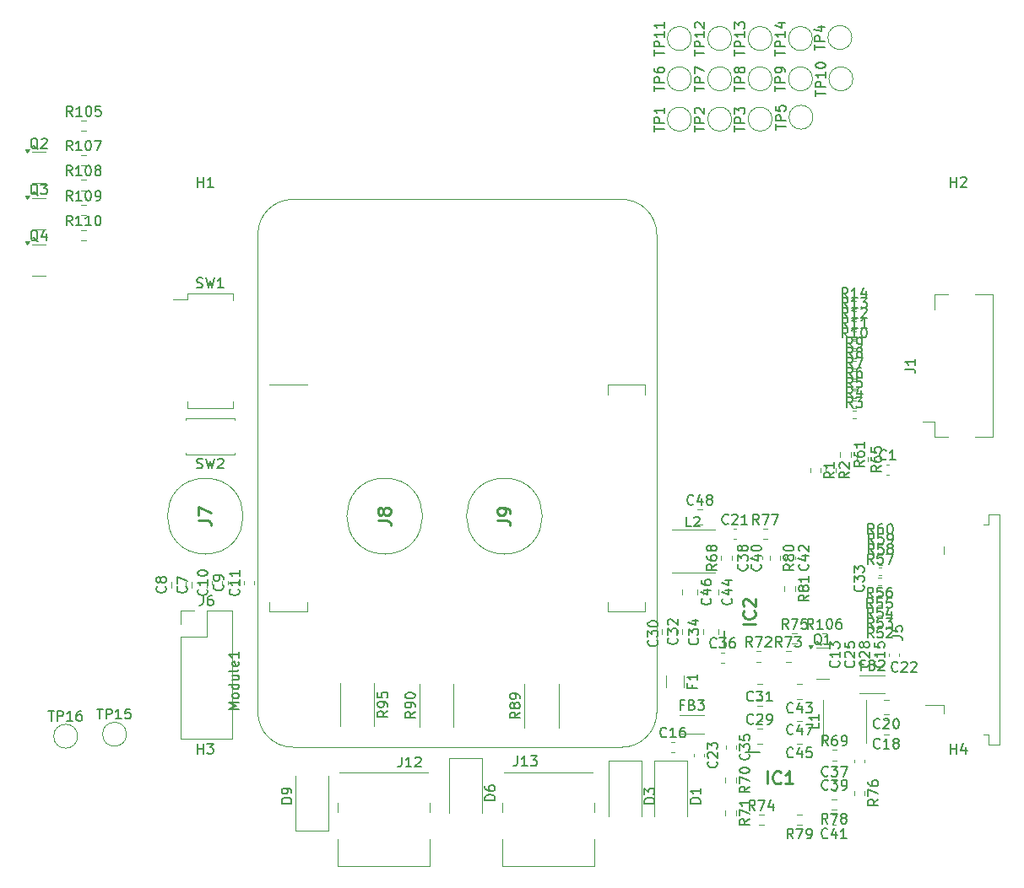
<source format=gbr>
%TF.GenerationSoftware,KiCad,Pcbnew,8.0.3*%
%TF.CreationDate,2024-11-01T12:04:32+00:00*%
%TF.ProjectId,CM4RadarBoard,434d3452-6164-4617-9242-6f6172642e6b,rev?*%
%TF.SameCoordinates,Original*%
%TF.FileFunction,Legend,Top*%
%TF.FilePolarity,Positive*%
%FSLAX46Y46*%
G04 Gerber Fmt 4.6, Leading zero omitted, Abs format (unit mm)*
G04 Created by KiCad (PCBNEW 8.0.3) date 2024-11-01 12:04:32*
%MOMM*%
%LPD*%
G01*
G04 APERTURE LIST*
%ADD10C,0.254000*%
%ADD11C,0.150000*%
%ADD12C,0.100000*%
%ADD13C,0.200000*%
%ADD14C,0.120000*%
G04 APERTURE END LIST*
D10*
X69304318Y-68923332D02*
X70211461Y-68923332D01*
X70211461Y-68923332D02*
X70392889Y-68983809D01*
X70392889Y-68983809D02*
X70513842Y-69104761D01*
X70513842Y-69104761D02*
X70574318Y-69286190D01*
X70574318Y-69286190D02*
X70574318Y-69407142D01*
X70574318Y-68258094D02*
X70574318Y-68016190D01*
X70574318Y-68016190D02*
X70513842Y-67895237D01*
X70513842Y-67895237D02*
X70453365Y-67834761D01*
X70453365Y-67834761D02*
X70271937Y-67713809D01*
X70271937Y-67713809D02*
X70030032Y-67653332D01*
X70030032Y-67653332D02*
X69546222Y-67653332D01*
X69546222Y-67653332D02*
X69425270Y-67713809D01*
X69425270Y-67713809D02*
X69364794Y-67774285D01*
X69364794Y-67774285D02*
X69304318Y-67895237D01*
X69304318Y-67895237D02*
X69304318Y-68137142D01*
X69304318Y-68137142D02*
X69364794Y-68258094D01*
X69364794Y-68258094D02*
X69425270Y-68318571D01*
X69425270Y-68318571D02*
X69546222Y-68379047D01*
X69546222Y-68379047D02*
X69848603Y-68379047D01*
X69848603Y-68379047D02*
X69969556Y-68318571D01*
X69969556Y-68318571D02*
X70030032Y-68258094D01*
X70030032Y-68258094D02*
X70090508Y-68137142D01*
X70090508Y-68137142D02*
X70090508Y-67895237D01*
X70090508Y-67895237D02*
X70030032Y-67774285D01*
X70030032Y-67774285D02*
X69969556Y-67713809D01*
X69969556Y-67713809D02*
X69848603Y-67653332D01*
X57304318Y-68923332D02*
X58211461Y-68923332D01*
X58211461Y-68923332D02*
X58392889Y-68983809D01*
X58392889Y-68983809D02*
X58513842Y-69104761D01*
X58513842Y-69104761D02*
X58574318Y-69286190D01*
X58574318Y-69286190D02*
X58574318Y-69407142D01*
X57848603Y-68137142D02*
X57788127Y-68258094D01*
X57788127Y-68258094D02*
X57727651Y-68318571D01*
X57727651Y-68318571D02*
X57606699Y-68379047D01*
X57606699Y-68379047D02*
X57546222Y-68379047D01*
X57546222Y-68379047D02*
X57425270Y-68318571D01*
X57425270Y-68318571D02*
X57364794Y-68258094D01*
X57364794Y-68258094D02*
X57304318Y-68137142D01*
X57304318Y-68137142D02*
X57304318Y-67895237D01*
X57304318Y-67895237D02*
X57364794Y-67774285D01*
X57364794Y-67774285D02*
X57425270Y-67713809D01*
X57425270Y-67713809D02*
X57546222Y-67653332D01*
X57546222Y-67653332D02*
X57606699Y-67653332D01*
X57606699Y-67653332D02*
X57727651Y-67713809D01*
X57727651Y-67713809D02*
X57788127Y-67774285D01*
X57788127Y-67774285D02*
X57848603Y-67895237D01*
X57848603Y-67895237D02*
X57848603Y-68137142D01*
X57848603Y-68137142D02*
X57909080Y-68258094D01*
X57909080Y-68258094D02*
X57969556Y-68318571D01*
X57969556Y-68318571D02*
X58090508Y-68379047D01*
X58090508Y-68379047D02*
X58332413Y-68379047D01*
X58332413Y-68379047D02*
X58453365Y-68318571D01*
X58453365Y-68318571D02*
X58513842Y-68258094D01*
X58513842Y-68258094D02*
X58574318Y-68137142D01*
X58574318Y-68137142D02*
X58574318Y-67895237D01*
X58574318Y-67895237D02*
X58513842Y-67774285D01*
X58513842Y-67774285D02*
X58453365Y-67713809D01*
X58453365Y-67713809D02*
X58332413Y-67653332D01*
X58332413Y-67653332D02*
X58090508Y-67653332D01*
X58090508Y-67653332D02*
X57969556Y-67713809D01*
X57969556Y-67713809D02*
X57909080Y-67774285D01*
X57909080Y-67774285D02*
X57848603Y-67895237D01*
X39304318Y-68923332D02*
X40211461Y-68923332D01*
X40211461Y-68923332D02*
X40392889Y-68983809D01*
X40392889Y-68983809D02*
X40513842Y-69104761D01*
X40513842Y-69104761D02*
X40574318Y-69286190D01*
X40574318Y-69286190D02*
X40574318Y-69407142D01*
X39304318Y-68439523D02*
X39304318Y-67592856D01*
X39304318Y-67592856D02*
X40574318Y-68137142D01*
X95174318Y-79339762D02*
X93904318Y-79339762D01*
X95053365Y-78009285D02*
X95113842Y-78069761D01*
X95113842Y-78069761D02*
X95174318Y-78251190D01*
X95174318Y-78251190D02*
X95174318Y-78372142D01*
X95174318Y-78372142D02*
X95113842Y-78553571D01*
X95113842Y-78553571D02*
X94992889Y-78674523D01*
X94992889Y-78674523D02*
X94871937Y-78735000D01*
X94871937Y-78735000D02*
X94630032Y-78795476D01*
X94630032Y-78795476D02*
X94448603Y-78795476D01*
X94448603Y-78795476D02*
X94206699Y-78735000D01*
X94206699Y-78735000D02*
X94085746Y-78674523D01*
X94085746Y-78674523D02*
X93964794Y-78553571D01*
X93964794Y-78553571D02*
X93904318Y-78372142D01*
X93904318Y-78372142D02*
X93904318Y-78251190D01*
X93904318Y-78251190D02*
X93964794Y-78069761D01*
X93964794Y-78069761D02*
X94025270Y-78009285D01*
X94025270Y-77525476D02*
X93964794Y-77465000D01*
X93964794Y-77465000D02*
X93904318Y-77344047D01*
X93904318Y-77344047D02*
X93904318Y-77041666D01*
X93904318Y-77041666D02*
X93964794Y-76920714D01*
X93964794Y-76920714D02*
X94025270Y-76860238D01*
X94025270Y-76860238D02*
X94146222Y-76799761D01*
X94146222Y-76799761D02*
X94267175Y-76799761D01*
X94267175Y-76799761D02*
X94448603Y-76860238D01*
X94448603Y-76860238D02*
X95174318Y-77585952D01*
X95174318Y-77585952D02*
X95174318Y-76799761D01*
X96360237Y-95374318D02*
X96360237Y-94104318D01*
X97690714Y-95253365D02*
X97630238Y-95313842D01*
X97630238Y-95313842D02*
X97448809Y-95374318D01*
X97448809Y-95374318D02*
X97327857Y-95374318D01*
X97327857Y-95374318D02*
X97146428Y-95313842D01*
X97146428Y-95313842D02*
X97025476Y-95192889D01*
X97025476Y-95192889D02*
X96964999Y-95071937D01*
X96964999Y-95071937D02*
X96904523Y-94830032D01*
X96904523Y-94830032D02*
X96904523Y-94648603D01*
X96904523Y-94648603D02*
X96964999Y-94406699D01*
X96964999Y-94406699D02*
X97025476Y-94285746D01*
X97025476Y-94285746D02*
X97146428Y-94164794D01*
X97146428Y-94164794D02*
X97327857Y-94104318D01*
X97327857Y-94104318D02*
X97448809Y-94104318D01*
X97448809Y-94104318D02*
X97630238Y-94164794D01*
X97630238Y-94164794D02*
X97690714Y-94225270D01*
X98900238Y-95374318D02*
X98174523Y-95374318D01*
X98537380Y-95374318D02*
X98537380Y-94104318D01*
X98537380Y-94104318D02*
X98416428Y-94285746D01*
X98416428Y-94285746D02*
X98295476Y-94406699D01*
X98295476Y-94406699D02*
X98174523Y-94467175D01*
D11*
X89056819Y-25861904D02*
X89056819Y-25290476D01*
X90056819Y-25576190D02*
X89056819Y-25576190D01*
X90056819Y-24957142D02*
X89056819Y-24957142D01*
X89056819Y-24957142D02*
X89056819Y-24576190D01*
X89056819Y-24576190D02*
X89104438Y-24480952D01*
X89104438Y-24480952D02*
X89152057Y-24433333D01*
X89152057Y-24433333D02*
X89247295Y-24385714D01*
X89247295Y-24385714D02*
X89390152Y-24385714D01*
X89390152Y-24385714D02*
X89485390Y-24433333D01*
X89485390Y-24433333D02*
X89533009Y-24480952D01*
X89533009Y-24480952D02*
X89580628Y-24576190D01*
X89580628Y-24576190D02*
X89580628Y-24957142D01*
X89056819Y-24052380D02*
X89056819Y-23385714D01*
X89056819Y-23385714D02*
X90056819Y-23814285D01*
X101554819Y-89266666D02*
X101554819Y-89742856D01*
X101554819Y-89742856D02*
X100554819Y-89742856D01*
X101554819Y-88409523D02*
X101554819Y-88980951D01*
X101554819Y-88695237D02*
X100554819Y-88695237D01*
X100554819Y-88695237D02*
X100697676Y-88790475D01*
X100697676Y-88790475D02*
X100792914Y-88885713D01*
X100792914Y-88885713D02*
X100840533Y-88980951D01*
X48654819Y-97338094D02*
X47654819Y-97338094D01*
X47654819Y-97338094D02*
X47654819Y-97099999D01*
X47654819Y-97099999D02*
X47702438Y-96957142D01*
X47702438Y-96957142D02*
X47797676Y-96861904D01*
X47797676Y-96861904D02*
X47892914Y-96814285D01*
X47892914Y-96814285D02*
X48083390Y-96766666D01*
X48083390Y-96766666D02*
X48226247Y-96766666D01*
X48226247Y-96766666D02*
X48416723Y-96814285D01*
X48416723Y-96814285D02*
X48511961Y-96861904D01*
X48511961Y-96861904D02*
X48607200Y-96957142D01*
X48607200Y-96957142D02*
X48654819Y-97099999D01*
X48654819Y-97099999D02*
X48654819Y-97338094D01*
X48654819Y-96290475D02*
X48654819Y-96099999D01*
X48654819Y-96099999D02*
X48607200Y-96004761D01*
X48607200Y-96004761D02*
X48559580Y-95957142D01*
X48559580Y-95957142D02*
X48416723Y-95861904D01*
X48416723Y-95861904D02*
X48226247Y-95814285D01*
X48226247Y-95814285D02*
X47845295Y-95814285D01*
X47845295Y-95814285D02*
X47750057Y-95861904D01*
X47750057Y-95861904D02*
X47702438Y-95909523D01*
X47702438Y-95909523D02*
X47654819Y-96004761D01*
X47654819Y-96004761D02*
X47654819Y-96195237D01*
X47654819Y-96195237D02*
X47702438Y-96290475D01*
X47702438Y-96290475D02*
X47750057Y-96338094D01*
X47750057Y-96338094D02*
X47845295Y-96385713D01*
X47845295Y-96385713D02*
X48083390Y-96385713D01*
X48083390Y-96385713D02*
X48178628Y-96338094D01*
X48178628Y-96338094D02*
X48226247Y-96290475D01*
X48226247Y-96290475D02*
X48273866Y-96195237D01*
X48273866Y-96195237D02*
X48273866Y-96004761D01*
X48273866Y-96004761D02*
X48226247Y-95909523D01*
X48226247Y-95909523D02*
X48178628Y-95861904D01*
X48178628Y-95861904D02*
X48083390Y-95814285D01*
X104457142Y-47584819D02*
X104123809Y-47108628D01*
X103885714Y-47584819D02*
X103885714Y-46584819D01*
X103885714Y-46584819D02*
X104266666Y-46584819D01*
X104266666Y-46584819D02*
X104361904Y-46632438D01*
X104361904Y-46632438D02*
X104409523Y-46680057D01*
X104409523Y-46680057D02*
X104457142Y-46775295D01*
X104457142Y-46775295D02*
X104457142Y-46918152D01*
X104457142Y-46918152D02*
X104409523Y-47013390D01*
X104409523Y-47013390D02*
X104361904Y-47061009D01*
X104361904Y-47061009D02*
X104266666Y-47108628D01*
X104266666Y-47108628D02*
X103885714Y-47108628D01*
X105409523Y-47584819D02*
X104838095Y-47584819D01*
X105123809Y-47584819D02*
X105123809Y-46584819D01*
X105123809Y-46584819D02*
X105028571Y-46727676D01*
X105028571Y-46727676D02*
X104933333Y-46822914D01*
X104933333Y-46822914D02*
X104838095Y-46870533D01*
X105742857Y-46584819D02*
X106361904Y-46584819D01*
X106361904Y-46584819D02*
X106028571Y-46965771D01*
X106028571Y-46965771D02*
X106171428Y-46965771D01*
X106171428Y-46965771D02*
X106266666Y-47013390D01*
X106266666Y-47013390D02*
X106314285Y-47061009D01*
X106314285Y-47061009D02*
X106361904Y-47156247D01*
X106361904Y-47156247D02*
X106361904Y-47394342D01*
X106361904Y-47394342D02*
X106314285Y-47489580D01*
X106314285Y-47489580D02*
X106266666Y-47537200D01*
X106266666Y-47537200D02*
X106171428Y-47584819D01*
X106171428Y-47584819D02*
X105885714Y-47584819D01*
X105885714Y-47584819D02*
X105790476Y-47537200D01*
X105790476Y-47537200D02*
X105742857Y-47489580D01*
X107657142Y-89739580D02*
X107609523Y-89787200D01*
X107609523Y-89787200D02*
X107466666Y-89834819D01*
X107466666Y-89834819D02*
X107371428Y-89834819D01*
X107371428Y-89834819D02*
X107228571Y-89787200D01*
X107228571Y-89787200D02*
X107133333Y-89691961D01*
X107133333Y-89691961D02*
X107085714Y-89596723D01*
X107085714Y-89596723D02*
X107038095Y-89406247D01*
X107038095Y-89406247D02*
X107038095Y-89263390D01*
X107038095Y-89263390D02*
X107085714Y-89072914D01*
X107085714Y-89072914D02*
X107133333Y-88977676D01*
X107133333Y-88977676D02*
X107228571Y-88882438D01*
X107228571Y-88882438D02*
X107371428Y-88834819D01*
X107371428Y-88834819D02*
X107466666Y-88834819D01*
X107466666Y-88834819D02*
X107609523Y-88882438D01*
X107609523Y-88882438D02*
X107657142Y-88930057D01*
X108038095Y-88930057D02*
X108085714Y-88882438D01*
X108085714Y-88882438D02*
X108180952Y-88834819D01*
X108180952Y-88834819D02*
X108419047Y-88834819D01*
X108419047Y-88834819D02*
X108514285Y-88882438D01*
X108514285Y-88882438D02*
X108561904Y-88930057D01*
X108561904Y-88930057D02*
X108609523Y-89025295D01*
X108609523Y-89025295D02*
X108609523Y-89120533D01*
X108609523Y-89120533D02*
X108561904Y-89263390D01*
X108561904Y-89263390D02*
X107990476Y-89834819D01*
X107990476Y-89834819D02*
X108609523Y-89834819D01*
X109228571Y-88834819D02*
X109323809Y-88834819D01*
X109323809Y-88834819D02*
X109419047Y-88882438D01*
X109419047Y-88882438D02*
X109466666Y-88930057D01*
X109466666Y-88930057D02*
X109514285Y-89025295D01*
X109514285Y-89025295D02*
X109561904Y-89215771D01*
X109561904Y-89215771D02*
X109561904Y-89453866D01*
X109561904Y-89453866D02*
X109514285Y-89644342D01*
X109514285Y-89644342D02*
X109466666Y-89739580D01*
X109466666Y-89739580D02*
X109419047Y-89787200D01*
X109419047Y-89787200D02*
X109323809Y-89834819D01*
X109323809Y-89834819D02*
X109228571Y-89834819D01*
X109228571Y-89834819D02*
X109133333Y-89787200D01*
X109133333Y-89787200D02*
X109085714Y-89739580D01*
X109085714Y-89739580D02*
X109038095Y-89644342D01*
X109038095Y-89644342D02*
X108990476Y-89453866D01*
X108990476Y-89453866D02*
X108990476Y-89215771D01*
X108990476Y-89215771D02*
X109038095Y-89025295D01*
X109038095Y-89025295D02*
X109085714Y-88930057D01*
X109085714Y-88930057D02*
X109133333Y-88882438D01*
X109133333Y-88882438D02*
X109228571Y-88834819D01*
X104933333Y-54584819D02*
X104600000Y-54108628D01*
X104361905Y-54584819D02*
X104361905Y-53584819D01*
X104361905Y-53584819D02*
X104742857Y-53584819D01*
X104742857Y-53584819D02*
X104838095Y-53632438D01*
X104838095Y-53632438D02*
X104885714Y-53680057D01*
X104885714Y-53680057D02*
X104933333Y-53775295D01*
X104933333Y-53775295D02*
X104933333Y-53918152D01*
X104933333Y-53918152D02*
X104885714Y-54013390D01*
X104885714Y-54013390D02*
X104838095Y-54061009D01*
X104838095Y-54061009D02*
X104742857Y-54108628D01*
X104742857Y-54108628D02*
X104361905Y-54108628D01*
X105790476Y-53584819D02*
X105600000Y-53584819D01*
X105600000Y-53584819D02*
X105504762Y-53632438D01*
X105504762Y-53632438D02*
X105457143Y-53680057D01*
X105457143Y-53680057D02*
X105361905Y-53822914D01*
X105361905Y-53822914D02*
X105314286Y-54013390D01*
X105314286Y-54013390D02*
X105314286Y-54394342D01*
X105314286Y-54394342D02*
X105361905Y-54489580D01*
X105361905Y-54489580D02*
X105409524Y-54537200D01*
X105409524Y-54537200D02*
X105504762Y-54584819D01*
X105504762Y-54584819D02*
X105695238Y-54584819D01*
X105695238Y-54584819D02*
X105790476Y-54537200D01*
X105790476Y-54537200D02*
X105838095Y-54489580D01*
X105838095Y-54489580D02*
X105885714Y-54394342D01*
X105885714Y-54394342D02*
X105885714Y-54156247D01*
X105885714Y-54156247D02*
X105838095Y-54061009D01*
X105838095Y-54061009D02*
X105790476Y-54013390D01*
X105790476Y-54013390D02*
X105695238Y-53965771D01*
X105695238Y-53965771D02*
X105504762Y-53965771D01*
X105504762Y-53965771D02*
X105409524Y-54013390D01*
X105409524Y-54013390D02*
X105361905Y-54061009D01*
X105361905Y-54061009D02*
X105314286Y-54156247D01*
X92457142Y-69229580D02*
X92409523Y-69277200D01*
X92409523Y-69277200D02*
X92266666Y-69324819D01*
X92266666Y-69324819D02*
X92171428Y-69324819D01*
X92171428Y-69324819D02*
X92028571Y-69277200D01*
X92028571Y-69277200D02*
X91933333Y-69181961D01*
X91933333Y-69181961D02*
X91885714Y-69086723D01*
X91885714Y-69086723D02*
X91838095Y-68896247D01*
X91838095Y-68896247D02*
X91838095Y-68753390D01*
X91838095Y-68753390D02*
X91885714Y-68562914D01*
X91885714Y-68562914D02*
X91933333Y-68467676D01*
X91933333Y-68467676D02*
X92028571Y-68372438D01*
X92028571Y-68372438D02*
X92171428Y-68324819D01*
X92171428Y-68324819D02*
X92266666Y-68324819D01*
X92266666Y-68324819D02*
X92409523Y-68372438D01*
X92409523Y-68372438D02*
X92457142Y-68420057D01*
X92838095Y-68420057D02*
X92885714Y-68372438D01*
X92885714Y-68372438D02*
X92980952Y-68324819D01*
X92980952Y-68324819D02*
X93219047Y-68324819D01*
X93219047Y-68324819D02*
X93314285Y-68372438D01*
X93314285Y-68372438D02*
X93361904Y-68420057D01*
X93361904Y-68420057D02*
X93409523Y-68515295D01*
X93409523Y-68515295D02*
X93409523Y-68610533D01*
X93409523Y-68610533D02*
X93361904Y-68753390D01*
X93361904Y-68753390D02*
X92790476Y-69324819D01*
X92790476Y-69324819D02*
X93409523Y-69324819D01*
X94361904Y-69324819D02*
X93790476Y-69324819D01*
X94076190Y-69324819D02*
X94076190Y-68324819D01*
X94076190Y-68324819D02*
X93980952Y-68467676D01*
X93980952Y-68467676D02*
X93885714Y-68562914D01*
X93885714Y-68562914D02*
X93790476Y-68610533D01*
X71300476Y-92579819D02*
X71300476Y-93294104D01*
X71300476Y-93294104D02*
X71252857Y-93436961D01*
X71252857Y-93436961D02*
X71157619Y-93532200D01*
X71157619Y-93532200D02*
X71014762Y-93579819D01*
X71014762Y-93579819D02*
X70919524Y-93579819D01*
X72300476Y-93579819D02*
X71729048Y-93579819D01*
X72014762Y-93579819D02*
X72014762Y-92579819D01*
X72014762Y-92579819D02*
X71919524Y-92722676D01*
X71919524Y-92722676D02*
X71824286Y-92817914D01*
X71824286Y-92817914D02*
X71729048Y-92865533D01*
X72633810Y-92579819D02*
X73252857Y-92579819D01*
X73252857Y-92579819D02*
X72919524Y-92960771D01*
X72919524Y-92960771D02*
X73062381Y-92960771D01*
X73062381Y-92960771D02*
X73157619Y-93008390D01*
X73157619Y-93008390D02*
X73205238Y-93056009D01*
X73205238Y-93056009D02*
X73252857Y-93151247D01*
X73252857Y-93151247D02*
X73252857Y-93389342D01*
X73252857Y-93389342D02*
X73205238Y-93484580D01*
X73205238Y-93484580D02*
X73157619Y-93532200D01*
X73157619Y-93532200D02*
X73062381Y-93579819D01*
X73062381Y-93579819D02*
X72776667Y-93579819D01*
X72776667Y-93579819D02*
X72681429Y-93532200D01*
X72681429Y-93532200D02*
X72633810Y-93484580D01*
X23229761Y-36295057D02*
X23134523Y-36247438D01*
X23134523Y-36247438D02*
X23039285Y-36152200D01*
X23039285Y-36152200D02*
X22896428Y-36009342D01*
X22896428Y-36009342D02*
X22801190Y-35961723D01*
X22801190Y-35961723D02*
X22705952Y-35961723D01*
X22753571Y-36199819D02*
X22658333Y-36152200D01*
X22658333Y-36152200D02*
X22563095Y-36056961D01*
X22563095Y-36056961D02*
X22515476Y-35866485D01*
X22515476Y-35866485D02*
X22515476Y-35533152D01*
X22515476Y-35533152D02*
X22563095Y-35342676D01*
X22563095Y-35342676D02*
X22658333Y-35247438D01*
X22658333Y-35247438D02*
X22753571Y-35199819D01*
X22753571Y-35199819D02*
X22944047Y-35199819D01*
X22944047Y-35199819D02*
X23039285Y-35247438D01*
X23039285Y-35247438D02*
X23134523Y-35342676D01*
X23134523Y-35342676D02*
X23182142Y-35533152D01*
X23182142Y-35533152D02*
X23182142Y-35866485D01*
X23182142Y-35866485D02*
X23134523Y-36056961D01*
X23134523Y-36056961D02*
X23039285Y-36152200D01*
X23039285Y-36152200D02*
X22944047Y-36199819D01*
X22944047Y-36199819D02*
X22753571Y-36199819D01*
X23515476Y-35199819D02*
X24134523Y-35199819D01*
X24134523Y-35199819D02*
X23801190Y-35580771D01*
X23801190Y-35580771D02*
X23944047Y-35580771D01*
X23944047Y-35580771D02*
X24039285Y-35628390D01*
X24039285Y-35628390D02*
X24086904Y-35676009D01*
X24086904Y-35676009D02*
X24134523Y-35771247D01*
X24134523Y-35771247D02*
X24134523Y-36009342D01*
X24134523Y-36009342D02*
X24086904Y-36104580D01*
X24086904Y-36104580D02*
X24039285Y-36152200D01*
X24039285Y-36152200D02*
X23944047Y-36199819D01*
X23944047Y-36199819D02*
X23658333Y-36199819D01*
X23658333Y-36199819D02*
X23563095Y-36152200D01*
X23563095Y-36152200D02*
X23515476Y-36104580D01*
X88733333Y-69554819D02*
X88257143Y-69554819D01*
X88257143Y-69554819D02*
X88257143Y-68554819D01*
X89019048Y-68650057D02*
X89066667Y-68602438D01*
X89066667Y-68602438D02*
X89161905Y-68554819D01*
X89161905Y-68554819D02*
X89400000Y-68554819D01*
X89400000Y-68554819D02*
X89495238Y-68602438D01*
X89495238Y-68602438D02*
X89542857Y-68650057D01*
X89542857Y-68650057D02*
X89590476Y-68745295D01*
X89590476Y-68745295D02*
X89590476Y-68840533D01*
X89590476Y-68840533D02*
X89542857Y-68983390D01*
X89542857Y-68983390D02*
X88971429Y-69554819D01*
X88971429Y-69554819D02*
X89590476Y-69554819D01*
X106987142Y-76664819D02*
X106653809Y-76188628D01*
X106415714Y-76664819D02*
X106415714Y-75664819D01*
X106415714Y-75664819D02*
X106796666Y-75664819D01*
X106796666Y-75664819D02*
X106891904Y-75712438D01*
X106891904Y-75712438D02*
X106939523Y-75760057D01*
X106939523Y-75760057D02*
X106987142Y-75855295D01*
X106987142Y-75855295D02*
X106987142Y-75998152D01*
X106987142Y-75998152D02*
X106939523Y-76093390D01*
X106939523Y-76093390D02*
X106891904Y-76141009D01*
X106891904Y-76141009D02*
X106796666Y-76188628D01*
X106796666Y-76188628D02*
X106415714Y-76188628D01*
X107891904Y-75664819D02*
X107415714Y-75664819D01*
X107415714Y-75664819D02*
X107368095Y-76141009D01*
X107368095Y-76141009D02*
X107415714Y-76093390D01*
X107415714Y-76093390D02*
X107510952Y-76045771D01*
X107510952Y-76045771D02*
X107749047Y-76045771D01*
X107749047Y-76045771D02*
X107844285Y-76093390D01*
X107844285Y-76093390D02*
X107891904Y-76141009D01*
X107891904Y-76141009D02*
X107939523Y-76236247D01*
X107939523Y-76236247D02*
X107939523Y-76474342D01*
X107939523Y-76474342D02*
X107891904Y-76569580D01*
X107891904Y-76569580D02*
X107844285Y-76617200D01*
X107844285Y-76617200D02*
X107749047Y-76664819D01*
X107749047Y-76664819D02*
X107510952Y-76664819D01*
X107510952Y-76664819D02*
X107415714Y-76617200D01*
X107415714Y-76617200D02*
X107368095Y-76569580D01*
X108796666Y-75664819D02*
X108606190Y-75664819D01*
X108606190Y-75664819D02*
X108510952Y-75712438D01*
X108510952Y-75712438D02*
X108463333Y-75760057D01*
X108463333Y-75760057D02*
X108368095Y-75902914D01*
X108368095Y-75902914D02*
X108320476Y-76093390D01*
X108320476Y-76093390D02*
X108320476Y-76474342D01*
X108320476Y-76474342D02*
X108368095Y-76569580D01*
X108368095Y-76569580D02*
X108415714Y-76617200D01*
X108415714Y-76617200D02*
X108510952Y-76664819D01*
X108510952Y-76664819D02*
X108701428Y-76664819D01*
X108701428Y-76664819D02*
X108796666Y-76617200D01*
X108796666Y-76617200D02*
X108844285Y-76569580D01*
X108844285Y-76569580D02*
X108891904Y-76474342D01*
X108891904Y-76474342D02*
X108891904Y-76236247D01*
X108891904Y-76236247D02*
X108844285Y-76141009D01*
X108844285Y-76141009D02*
X108796666Y-76093390D01*
X108796666Y-76093390D02*
X108701428Y-76045771D01*
X108701428Y-76045771D02*
X108510952Y-76045771D01*
X108510952Y-76045771D02*
X108415714Y-76093390D01*
X108415714Y-76093390D02*
X108368095Y-76141009D01*
X108368095Y-76141009D02*
X108320476Y-76236247D01*
X90639580Y-76772857D02*
X90687200Y-76820476D01*
X90687200Y-76820476D02*
X90734819Y-76963333D01*
X90734819Y-76963333D02*
X90734819Y-77058571D01*
X90734819Y-77058571D02*
X90687200Y-77201428D01*
X90687200Y-77201428D02*
X90591961Y-77296666D01*
X90591961Y-77296666D02*
X90496723Y-77344285D01*
X90496723Y-77344285D02*
X90306247Y-77391904D01*
X90306247Y-77391904D02*
X90163390Y-77391904D01*
X90163390Y-77391904D02*
X89972914Y-77344285D01*
X89972914Y-77344285D02*
X89877676Y-77296666D01*
X89877676Y-77296666D02*
X89782438Y-77201428D01*
X89782438Y-77201428D02*
X89734819Y-77058571D01*
X89734819Y-77058571D02*
X89734819Y-76963333D01*
X89734819Y-76963333D02*
X89782438Y-76820476D01*
X89782438Y-76820476D02*
X89830057Y-76772857D01*
X90068152Y-75915714D02*
X90734819Y-75915714D01*
X89687200Y-76153809D02*
X90401485Y-76391904D01*
X90401485Y-76391904D02*
X90401485Y-75772857D01*
X89734819Y-74963333D02*
X89734819Y-75153809D01*
X89734819Y-75153809D02*
X89782438Y-75249047D01*
X89782438Y-75249047D02*
X89830057Y-75296666D01*
X89830057Y-75296666D02*
X89972914Y-75391904D01*
X89972914Y-75391904D02*
X90163390Y-75439523D01*
X90163390Y-75439523D02*
X90544342Y-75439523D01*
X90544342Y-75439523D02*
X90639580Y-75391904D01*
X90639580Y-75391904D02*
X90687200Y-75344285D01*
X90687200Y-75344285D02*
X90734819Y-75249047D01*
X90734819Y-75249047D02*
X90734819Y-75058571D01*
X90734819Y-75058571D02*
X90687200Y-74963333D01*
X90687200Y-74963333D02*
X90639580Y-74915714D01*
X90639580Y-74915714D02*
X90544342Y-74868095D01*
X90544342Y-74868095D02*
X90306247Y-74868095D01*
X90306247Y-74868095D02*
X90211009Y-74915714D01*
X90211009Y-74915714D02*
X90163390Y-74963333D01*
X90163390Y-74963333D02*
X90115771Y-75058571D01*
X90115771Y-75058571D02*
X90115771Y-75249047D01*
X90115771Y-75249047D02*
X90163390Y-75344285D01*
X90163390Y-75344285D02*
X90211009Y-75391904D01*
X90211009Y-75391904D02*
X90306247Y-75439523D01*
X101804761Y-81450057D02*
X101709523Y-81402438D01*
X101709523Y-81402438D02*
X101614285Y-81307200D01*
X101614285Y-81307200D02*
X101471428Y-81164342D01*
X101471428Y-81164342D02*
X101376190Y-81116723D01*
X101376190Y-81116723D02*
X101280952Y-81116723D01*
X101328571Y-81354819D02*
X101233333Y-81307200D01*
X101233333Y-81307200D02*
X101138095Y-81211961D01*
X101138095Y-81211961D02*
X101090476Y-81021485D01*
X101090476Y-81021485D02*
X101090476Y-80688152D01*
X101090476Y-80688152D02*
X101138095Y-80497676D01*
X101138095Y-80497676D02*
X101233333Y-80402438D01*
X101233333Y-80402438D02*
X101328571Y-80354819D01*
X101328571Y-80354819D02*
X101519047Y-80354819D01*
X101519047Y-80354819D02*
X101614285Y-80402438D01*
X101614285Y-80402438D02*
X101709523Y-80497676D01*
X101709523Y-80497676D02*
X101757142Y-80688152D01*
X101757142Y-80688152D02*
X101757142Y-81021485D01*
X101757142Y-81021485D02*
X101709523Y-81211961D01*
X101709523Y-81211961D02*
X101614285Y-81307200D01*
X101614285Y-81307200D02*
X101519047Y-81354819D01*
X101519047Y-81354819D02*
X101328571Y-81354819D01*
X102709523Y-81354819D02*
X102138095Y-81354819D01*
X102423809Y-81354819D02*
X102423809Y-80354819D01*
X102423809Y-80354819D02*
X102328571Y-80497676D01*
X102328571Y-80497676D02*
X102233333Y-80592914D01*
X102233333Y-80592914D02*
X102138095Y-80640533D01*
X102427142Y-99364819D02*
X102093809Y-98888628D01*
X101855714Y-99364819D02*
X101855714Y-98364819D01*
X101855714Y-98364819D02*
X102236666Y-98364819D01*
X102236666Y-98364819D02*
X102331904Y-98412438D01*
X102331904Y-98412438D02*
X102379523Y-98460057D01*
X102379523Y-98460057D02*
X102427142Y-98555295D01*
X102427142Y-98555295D02*
X102427142Y-98698152D01*
X102427142Y-98698152D02*
X102379523Y-98793390D01*
X102379523Y-98793390D02*
X102331904Y-98841009D01*
X102331904Y-98841009D02*
X102236666Y-98888628D01*
X102236666Y-98888628D02*
X101855714Y-98888628D01*
X102760476Y-98364819D02*
X103427142Y-98364819D01*
X103427142Y-98364819D02*
X102998571Y-99364819D01*
X103950952Y-98793390D02*
X103855714Y-98745771D01*
X103855714Y-98745771D02*
X103808095Y-98698152D01*
X103808095Y-98698152D02*
X103760476Y-98602914D01*
X103760476Y-98602914D02*
X103760476Y-98555295D01*
X103760476Y-98555295D02*
X103808095Y-98460057D01*
X103808095Y-98460057D02*
X103855714Y-98412438D01*
X103855714Y-98412438D02*
X103950952Y-98364819D01*
X103950952Y-98364819D02*
X104141428Y-98364819D01*
X104141428Y-98364819D02*
X104236666Y-98412438D01*
X104236666Y-98412438D02*
X104284285Y-98460057D01*
X104284285Y-98460057D02*
X104331904Y-98555295D01*
X104331904Y-98555295D02*
X104331904Y-98602914D01*
X104331904Y-98602914D02*
X104284285Y-98698152D01*
X104284285Y-98698152D02*
X104236666Y-98745771D01*
X104236666Y-98745771D02*
X104141428Y-98793390D01*
X104141428Y-98793390D02*
X103950952Y-98793390D01*
X103950952Y-98793390D02*
X103855714Y-98841009D01*
X103855714Y-98841009D02*
X103808095Y-98888628D01*
X103808095Y-98888628D02*
X103760476Y-98983866D01*
X103760476Y-98983866D02*
X103760476Y-99174342D01*
X103760476Y-99174342D02*
X103808095Y-99269580D01*
X103808095Y-99269580D02*
X103855714Y-99317200D01*
X103855714Y-99317200D02*
X103950952Y-99364819D01*
X103950952Y-99364819D02*
X104141428Y-99364819D01*
X104141428Y-99364819D02*
X104236666Y-99317200D01*
X104236666Y-99317200D02*
X104284285Y-99269580D01*
X104284285Y-99269580D02*
X104331904Y-99174342D01*
X104331904Y-99174342D02*
X104331904Y-98983866D01*
X104331904Y-98983866D02*
X104284285Y-98888628D01*
X104284285Y-98888628D02*
X104236666Y-98841009D01*
X104236666Y-98841009D02*
X104141428Y-98793390D01*
X101206819Y-26338094D02*
X101206819Y-25766666D01*
X102206819Y-26052380D02*
X101206819Y-26052380D01*
X102206819Y-25433332D02*
X101206819Y-25433332D01*
X101206819Y-25433332D02*
X101206819Y-25052380D01*
X101206819Y-25052380D02*
X101254438Y-24957142D01*
X101254438Y-24957142D02*
X101302057Y-24909523D01*
X101302057Y-24909523D02*
X101397295Y-24861904D01*
X101397295Y-24861904D02*
X101540152Y-24861904D01*
X101540152Y-24861904D02*
X101635390Y-24909523D01*
X101635390Y-24909523D02*
X101683009Y-24957142D01*
X101683009Y-24957142D02*
X101730628Y-25052380D01*
X101730628Y-25052380D02*
X101730628Y-25433332D01*
X102206819Y-23909523D02*
X102206819Y-24480951D01*
X102206819Y-24195237D02*
X101206819Y-24195237D01*
X101206819Y-24195237D02*
X101349676Y-24290475D01*
X101349676Y-24290475D02*
X101444914Y-24385713D01*
X101444914Y-24385713D02*
X101492533Y-24480951D01*
X101206819Y-23290475D02*
X101206819Y-23195237D01*
X101206819Y-23195237D02*
X101254438Y-23099999D01*
X101254438Y-23099999D02*
X101302057Y-23052380D01*
X101302057Y-23052380D02*
X101397295Y-23004761D01*
X101397295Y-23004761D02*
X101587771Y-22957142D01*
X101587771Y-22957142D02*
X101825866Y-22957142D01*
X101825866Y-22957142D02*
X102016342Y-23004761D01*
X102016342Y-23004761D02*
X102111580Y-23052380D01*
X102111580Y-23052380D02*
X102159200Y-23099999D01*
X102159200Y-23099999D02*
X102206819Y-23195237D01*
X102206819Y-23195237D02*
X102206819Y-23290475D01*
X102206819Y-23290475D02*
X102159200Y-23385713D01*
X102159200Y-23385713D02*
X102111580Y-23433332D01*
X102111580Y-23433332D02*
X102016342Y-23480951D01*
X102016342Y-23480951D02*
X101825866Y-23528570D01*
X101825866Y-23528570D02*
X101587771Y-23528570D01*
X101587771Y-23528570D02*
X101397295Y-23480951D01*
X101397295Y-23480951D02*
X101302057Y-23433332D01*
X101302057Y-23433332D02*
X101254438Y-23385713D01*
X101254438Y-23385713D02*
X101206819Y-23290475D01*
X103084819Y-64066666D02*
X102608628Y-64399999D01*
X103084819Y-64638094D02*
X102084819Y-64638094D01*
X102084819Y-64638094D02*
X102084819Y-64257142D01*
X102084819Y-64257142D02*
X102132438Y-64161904D01*
X102132438Y-64161904D02*
X102180057Y-64114285D01*
X102180057Y-64114285D02*
X102275295Y-64066666D01*
X102275295Y-64066666D02*
X102418152Y-64066666D01*
X102418152Y-64066666D02*
X102513390Y-64114285D01*
X102513390Y-64114285D02*
X102561009Y-64161904D01*
X102561009Y-64161904D02*
X102608628Y-64257142D01*
X102608628Y-64257142D02*
X102608628Y-64638094D01*
X103084819Y-63114285D02*
X103084819Y-63685713D01*
X103084819Y-63399999D02*
X102084819Y-63399999D01*
X102084819Y-63399999D02*
X102227676Y-63495237D01*
X102227676Y-63495237D02*
X102322914Y-63590475D01*
X102322914Y-63590475D02*
X102370533Y-63685713D01*
X35979580Y-75566666D02*
X36027200Y-75614285D01*
X36027200Y-75614285D02*
X36074819Y-75757142D01*
X36074819Y-75757142D02*
X36074819Y-75852380D01*
X36074819Y-75852380D02*
X36027200Y-75995237D01*
X36027200Y-75995237D02*
X35931961Y-76090475D01*
X35931961Y-76090475D02*
X35836723Y-76138094D01*
X35836723Y-76138094D02*
X35646247Y-76185713D01*
X35646247Y-76185713D02*
X35503390Y-76185713D01*
X35503390Y-76185713D02*
X35312914Y-76138094D01*
X35312914Y-76138094D02*
X35217676Y-76090475D01*
X35217676Y-76090475D02*
X35122438Y-75995237D01*
X35122438Y-75995237D02*
X35074819Y-75852380D01*
X35074819Y-75852380D02*
X35074819Y-75757142D01*
X35074819Y-75757142D02*
X35122438Y-75614285D01*
X35122438Y-75614285D02*
X35170057Y-75566666D01*
X35503390Y-74995237D02*
X35455771Y-75090475D01*
X35455771Y-75090475D02*
X35408152Y-75138094D01*
X35408152Y-75138094D02*
X35312914Y-75185713D01*
X35312914Y-75185713D02*
X35265295Y-75185713D01*
X35265295Y-75185713D02*
X35170057Y-75138094D01*
X35170057Y-75138094D02*
X35122438Y-75090475D01*
X35122438Y-75090475D02*
X35074819Y-74995237D01*
X35074819Y-74995237D02*
X35074819Y-74804761D01*
X35074819Y-74804761D02*
X35122438Y-74709523D01*
X35122438Y-74709523D02*
X35170057Y-74661904D01*
X35170057Y-74661904D02*
X35265295Y-74614285D01*
X35265295Y-74614285D02*
X35312914Y-74614285D01*
X35312914Y-74614285D02*
X35408152Y-74661904D01*
X35408152Y-74661904D02*
X35455771Y-74709523D01*
X35455771Y-74709523D02*
X35503390Y-74804761D01*
X35503390Y-74804761D02*
X35503390Y-74995237D01*
X35503390Y-74995237D02*
X35551009Y-75090475D01*
X35551009Y-75090475D02*
X35598628Y-75138094D01*
X35598628Y-75138094D02*
X35693866Y-75185713D01*
X35693866Y-75185713D02*
X35884342Y-75185713D01*
X35884342Y-75185713D02*
X35979580Y-75138094D01*
X35979580Y-75138094D02*
X36027200Y-75090475D01*
X36027200Y-75090475D02*
X36074819Y-74995237D01*
X36074819Y-74995237D02*
X36074819Y-74804761D01*
X36074819Y-74804761D02*
X36027200Y-74709523D01*
X36027200Y-74709523D02*
X35979580Y-74661904D01*
X35979580Y-74661904D02*
X35884342Y-74614285D01*
X35884342Y-74614285D02*
X35693866Y-74614285D01*
X35693866Y-74614285D02*
X35598628Y-74661904D01*
X35598628Y-74661904D02*
X35551009Y-74709523D01*
X35551009Y-74709523D02*
X35503390Y-74804761D01*
X104933333Y-57584819D02*
X104600000Y-57108628D01*
X104361905Y-57584819D02*
X104361905Y-56584819D01*
X104361905Y-56584819D02*
X104742857Y-56584819D01*
X104742857Y-56584819D02*
X104838095Y-56632438D01*
X104838095Y-56632438D02*
X104885714Y-56680057D01*
X104885714Y-56680057D02*
X104933333Y-56775295D01*
X104933333Y-56775295D02*
X104933333Y-56918152D01*
X104933333Y-56918152D02*
X104885714Y-57013390D01*
X104885714Y-57013390D02*
X104838095Y-57061009D01*
X104838095Y-57061009D02*
X104742857Y-57108628D01*
X104742857Y-57108628D02*
X104361905Y-57108628D01*
X105266667Y-56584819D02*
X105885714Y-56584819D01*
X105885714Y-56584819D02*
X105552381Y-56965771D01*
X105552381Y-56965771D02*
X105695238Y-56965771D01*
X105695238Y-56965771D02*
X105790476Y-57013390D01*
X105790476Y-57013390D02*
X105838095Y-57061009D01*
X105838095Y-57061009D02*
X105885714Y-57156247D01*
X105885714Y-57156247D02*
X105885714Y-57394342D01*
X105885714Y-57394342D02*
X105838095Y-57489580D01*
X105838095Y-57489580D02*
X105790476Y-57537200D01*
X105790476Y-57537200D02*
X105695238Y-57584819D01*
X105695238Y-57584819D02*
X105409524Y-57584819D01*
X105409524Y-57584819D02*
X105314286Y-57537200D01*
X105314286Y-57537200D02*
X105266667Y-57489580D01*
X107784819Y-63442857D02*
X107308628Y-63776190D01*
X107784819Y-64014285D02*
X106784819Y-64014285D01*
X106784819Y-64014285D02*
X106784819Y-63633333D01*
X106784819Y-63633333D02*
X106832438Y-63538095D01*
X106832438Y-63538095D02*
X106880057Y-63490476D01*
X106880057Y-63490476D02*
X106975295Y-63442857D01*
X106975295Y-63442857D02*
X107118152Y-63442857D01*
X107118152Y-63442857D02*
X107213390Y-63490476D01*
X107213390Y-63490476D02*
X107261009Y-63538095D01*
X107261009Y-63538095D02*
X107308628Y-63633333D01*
X107308628Y-63633333D02*
X107308628Y-64014285D01*
X106784819Y-62585714D02*
X106784819Y-62776190D01*
X106784819Y-62776190D02*
X106832438Y-62871428D01*
X106832438Y-62871428D02*
X106880057Y-62919047D01*
X106880057Y-62919047D02*
X107022914Y-63014285D01*
X107022914Y-63014285D02*
X107213390Y-63061904D01*
X107213390Y-63061904D02*
X107594342Y-63061904D01*
X107594342Y-63061904D02*
X107689580Y-63014285D01*
X107689580Y-63014285D02*
X107737200Y-62966666D01*
X107737200Y-62966666D02*
X107784819Y-62871428D01*
X107784819Y-62871428D02*
X107784819Y-62680952D01*
X107784819Y-62680952D02*
X107737200Y-62585714D01*
X107737200Y-62585714D02*
X107689580Y-62538095D01*
X107689580Y-62538095D02*
X107594342Y-62490476D01*
X107594342Y-62490476D02*
X107356247Y-62490476D01*
X107356247Y-62490476D02*
X107261009Y-62538095D01*
X107261009Y-62538095D02*
X107213390Y-62585714D01*
X107213390Y-62585714D02*
X107165771Y-62680952D01*
X107165771Y-62680952D02*
X107165771Y-62871428D01*
X107165771Y-62871428D02*
X107213390Y-62966666D01*
X107213390Y-62966666D02*
X107261009Y-63014285D01*
X107261009Y-63014285D02*
X107356247Y-63061904D01*
X106784819Y-61585714D02*
X106784819Y-62061904D01*
X106784819Y-62061904D02*
X107261009Y-62109523D01*
X107261009Y-62109523D02*
X107213390Y-62061904D01*
X107213390Y-62061904D02*
X107165771Y-61966666D01*
X107165771Y-61966666D02*
X107165771Y-61728571D01*
X107165771Y-61728571D02*
X107213390Y-61633333D01*
X107213390Y-61633333D02*
X107261009Y-61585714D01*
X107261009Y-61585714D02*
X107356247Y-61538095D01*
X107356247Y-61538095D02*
X107594342Y-61538095D01*
X107594342Y-61538095D02*
X107689580Y-61585714D01*
X107689580Y-61585714D02*
X107737200Y-61633333D01*
X107737200Y-61633333D02*
X107784819Y-61728571D01*
X107784819Y-61728571D02*
X107784819Y-61966666D01*
X107784819Y-61966666D02*
X107737200Y-62061904D01*
X107737200Y-62061904D02*
X107689580Y-62109523D01*
X95664580Y-73342857D02*
X95712200Y-73390476D01*
X95712200Y-73390476D02*
X95759819Y-73533333D01*
X95759819Y-73533333D02*
X95759819Y-73628571D01*
X95759819Y-73628571D02*
X95712200Y-73771428D01*
X95712200Y-73771428D02*
X95616961Y-73866666D01*
X95616961Y-73866666D02*
X95521723Y-73914285D01*
X95521723Y-73914285D02*
X95331247Y-73961904D01*
X95331247Y-73961904D02*
X95188390Y-73961904D01*
X95188390Y-73961904D02*
X94997914Y-73914285D01*
X94997914Y-73914285D02*
X94902676Y-73866666D01*
X94902676Y-73866666D02*
X94807438Y-73771428D01*
X94807438Y-73771428D02*
X94759819Y-73628571D01*
X94759819Y-73628571D02*
X94759819Y-73533333D01*
X94759819Y-73533333D02*
X94807438Y-73390476D01*
X94807438Y-73390476D02*
X94855057Y-73342857D01*
X95093152Y-72485714D02*
X95759819Y-72485714D01*
X94712200Y-72723809D02*
X95426485Y-72961904D01*
X95426485Y-72961904D02*
X95426485Y-72342857D01*
X94759819Y-71771428D02*
X94759819Y-71676190D01*
X94759819Y-71676190D02*
X94807438Y-71580952D01*
X94807438Y-71580952D02*
X94855057Y-71533333D01*
X94855057Y-71533333D02*
X94950295Y-71485714D01*
X94950295Y-71485714D02*
X95140771Y-71438095D01*
X95140771Y-71438095D02*
X95378866Y-71438095D01*
X95378866Y-71438095D02*
X95569342Y-71485714D01*
X95569342Y-71485714D02*
X95664580Y-71533333D01*
X95664580Y-71533333D02*
X95712200Y-71580952D01*
X95712200Y-71580952D02*
X95759819Y-71676190D01*
X95759819Y-71676190D02*
X95759819Y-71771428D01*
X95759819Y-71771428D02*
X95712200Y-71866666D01*
X95712200Y-71866666D02*
X95664580Y-71914285D01*
X95664580Y-71914285D02*
X95569342Y-71961904D01*
X95569342Y-71961904D02*
X95378866Y-72009523D01*
X95378866Y-72009523D02*
X95140771Y-72009523D01*
X95140771Y-72009523D02*
X94950295Y-71961904D01*
X94950295Y-71961904D02*
X94855057Y-71914285D01*
X94855057Y-71914285D02*
X94807438Y-71866666D01*
X94807438Y-71866666D02*
X94759819Y-71771428D01*
X23229761Y-31670057D02*
X23134523Y-31622438D01*
X23134523Y-31622438D02*
X23039285Y-31527200D01*
X23039285Y-31527200D02*
X22896428Y-31384342D01*
X22896428Y-31384342D02*
X22801190Y-31336723D01*
X22801190Y-31336723D02*
X22705952Y-31336723D01*
X22753571Y-31574819D02*
X22658333Y-31527200D01*
X22658333Y-31527200D02*
X22563095Y-31431961D01*
X22563095Y-31431961D02*
X22515476Y-31241485D01*
X22515476Y-31241485D02*
X22515476Y-30908152D01*
X22515476Y-30908152D02*
X22563095Y-30717676D01*
X22563095Y-30717676D02*
X22658333Y-30622438D01*
X22658333Y-30622438D02*
X22753571Y-30574819D01*
X22753571Y-30574819D02*
X22944047Y-30574819D01*
X22944047Y-30574819D02*
X23039285Y-30622438D01*
X23039285Y-30622438D02*
X23134523Y-30717676D01*
X23134523Y-30717676D02*
X23182142Y-30908152D01*
X23182142Y-30908152D02*
X23182142Y-31241485D01*
X23182142Y-31241485D02*
X23134523Y-31431961D01*
X23134523Y-31431961D02*
X23039285Y-31527200D01*
X23039285Y-31527200D02*
X22944047Y-31574819D01*
X22944047Y-31574819D02*
X22753571Y-31574819D01*
X23563095Y-30670057D02*
X23610714Y-30622438D01*
X23610714Y-30622438D02*
X23705952Y-30574819D01*
X23705952Y-30574819D02*
X23944047Y-30574819D01*
X23944047Y-30574819D02*
X24039285Y-30622438D01*
X24039285Y-30622438D02*
X24086904Y-30670057D01*
X24086904Y-30670057D02*
X24134523Y-30765295D01*
X24134523Y-30765295D02*
X24134523Y-30860533D01*
X24134523Y-30860533D02*
X24086904Y-31003390D01*
X24086904Y-31003390D02*
X23515476Y-31574819D01*
X23515476Y-31574819D02*
X24134523Y-31574819D01*
X94564819Y-98932857D02*
X94088628Y-99266190D01*
X94564819Y-99504285D02*
X93564819Y-99504285D01*
X93564819Y-99504285D02*
X93564819Y-99123333D01*
X93564819Y-99123333D02*
X93612438Y-99028095D01*
X93612438Y-99028095D02*
X93660057Y-98980476D01*
X93660057Y-98980476D02*
X93755295Y-98932857D01*
X93755295Y-98932857D02*
X93898152Y-98932857D01*
X93898152Y-98932857D02*
X93993390Y-98980476D01*
X93993390Y-98980476D02*
X94041009Y-99028095D01*
X94041009Y-99028095D02*
X94088628Y-99123333D01*
X94088628Y-99123333D02*
X94088628Y-99504285D01*
X93564819Y-98599523D02*
X93564819Y-97932857D01*
X93564819Y-97932857D02*
X94564819Y-98361428D01*
X94564819Y-97028095D02*
X94564819Y-97599523D01*
X94564819Y-97313809D02*
X93564819Y-97313809D01*
X93564819Y-97313809D02*
X93707676Y-97409047D01*
X93707676Y-97409047D02*
X93802914Y-97504285D01*
X93802914Y-97504285D02*
X93850533Y-97599523D01*
X43374819Y-87897142D02*
X42374819Y-87897142D01*
X42374819Y-87897142D02*
X43089104Y-87563809D01*
X43089104Y-87563809D02*
X42374819Y-87230476D01*
X42374819Y-87230476D02*
X43374819Y-87230476D01*
X43374819Y-86611428D02*
X43327200Y-86706666D01*
X43327200Y-86706666D02*
X43279580Y-86754285D01*
X43279580Y-86754285D02*
X43184342Y-86801904D01*
X43184342Y-86801904D02*
X42898628Y-86801904D01*
X42898628Y-86801904D02*
X42803390Y-86754285D01*
X42803390Y-86754285D02*
X42755771Y-86706666D01*
X42755771Y-86706666D02*
X42708152Y-86611428D01*
X42708152Y-86611428D02*
X42708152Y-86468571D01*
X42708152Y-86468571D02*
X42755771Y-86373333D01*
X42755771Y-86373333D02*
X42803390Y-86325714D01*
X42803390Y-86325714D02*
X42898628Y-86278095D01*
X42898628Y-86278095D02*
X43184342Y-86278095D01*
X43184342Y-86278095D02*
X43279580Y-86325714D01*
X43279580Y-86325714D02*
X43327200Y-86373333D01*
X43327200Y-86373333D02*
X43374819Y-86468571D01*
X43374819Y-86468571D02*
X43374819Y-86611428D01*
X43374819Y-85420952D02*
X42374819Y-85420952D01*
X43327200Y-85420952D02*
X43374819Y-85516190D01*
X43374819Y-85516190D02*
X43374819Y-85706666D01*
X43374819Y-85706666D02*
X43327200Y-85801904D01*
X43327200Y-85801904D02*
X43279580Y-85849523D01*
X43279580Y-85849523D02*
X43184342Y-85897142D01*
X43184342Y-85897142D02*
X42898628Y-85897142D01*
X42898628Y-85897142D02*
X42803390Y-85849523D01*
X42803390Y-85849523D02*
X42755771Y-85801904D01*
X42755771Y-85801904D02*
X42708152Y-85706666D01*
X42708152Y-85706666D02*
X42708152Y-85516190D01*
X42708152Y-85516190D02*
X42755771Y-85420952D01*
X42708152Y-84516190D02*
X43374819Y-84516190D01*
X42708152Y-84944761D02*
X43231961Y-84944761D01*
X43231961Y-84944761D02*
X43327200Y-84897142D01*
X43327200Y-84897142D02*
X43374819Y-84801904D01*
X43374819Y-84801904D02*
X43374819Y-84659047D01*
X43374819Y-84659047D02*
X43327200Y-84563809D01*
X43327200Y-84563809D02*
X43279580Y-84516190D01*
X43374819Y-83897142D02*
X43327200Y-83992380D01*
X43327200Y-83992380D02*
X43231961Y-84039999D01*
X43231961Y-84039999D02*
X42374819Y-84039999D01*
X43327200Y-83135237D02*
X43374819Y-83230475D01*
X43374819Y-83230475D02*
X43374819Y-83420951D01*
X43374819Y-83420951D02*
X43327200Y-83516189D01*
X43327200Y-83516189D02*
X43231961Y-83563808D01*
X43231961Y-83563808D02*
X42851009Y-83563808D01*
X42851009Y-83563808D02*
X42755771Y-83516189D01*
X42755771Y-83516189D02*
X42708152Y-83420951D01*
X42708152Y-83420951D02*
X42708152Y-83230475D01*
X42708152Y-83230475D02*
X42755771Y-83135237D01*
X42755771Y-83135237D02*
X42851009Y-83087618D01*
X42851009Y-83087618D02*
X42946247Y-83087618D01*
X42946247Y-83087618D02*
X43041485Y-83563808D01*
X43374819Y-82135237D02*
X43374819Y-82706665D01*
X43374819Y-82420951D02*
X42374819Y-82420951D01*
X42374819Y-82420951D02*
X42517676Y-82516189D01*
X42517676Y-82516189D02*
X42612914Y-82611427D01*
X42612914Y-82611427D02*
X42660533Y-82706665D01*
X61034819Y-88142857D02*
X60558628Y-88476190D01*
X61034819Y-88714285D02*
X60034819Y-88714285D01*
X60034819Y-88714285D02*
X60034819Y-88333333D01*
X60034819Y-88333333D02*
X60082438Y-88238095D01*
X60082438Y-88238095D02*
X60130057Y-88190476D01*
X60130057Y-88190476D02*
X60225295Y-88142857D01*
X60225295Y-88142857D02*
X60368152Y-88142857D01*
X60368152Y-88142857D02*
X60463390Y-88190476D01*
X60463390Y-88190476D02*
X60511009Y-88238095D01*
X60511009Y-88238095D02*
X60558628Y-88333333D01*
X60558628Y-88333333D02*
X60558628Y-88714285D01*
X61034819Y-87666666D02*
X61034819Y-87476190D01*
X61034819Y-87476190D02*
X60987200Y-87380952D01*
X60987200Y-87380952D02*
X60939580Y-87333333D01*
X60939580Y-87333333D02*
X60796723Y-87238095D01*
X60796723Y-87238095D02*
X60606247Y-87190476D01*
X60606247Y-87190476D02*
X60225295Y-87190476D01*
X60225295Y-87190476D02*
X60130057Y-87238095D01*
X60130057Y-87238095D02*
X60082438Y-87285714D01*
X60082438Y-87285714D02*
X60034819Y-87380952D01*
X60034819Y-87380952D02*
X60034819Y-87571428D01*
X60034819Y-87571428D02*
X60082438Y-87666666D01*
X60082438Y-87666666D02*
X60130057Y-87714285D01*
X60130057Y-87714285D02*
X60225295Y-87761904D01*
X60225295Y-87761904D02*
X60463390Y-87761904D01*
X60463390Y-87761904D02*
X60558628Y-87714285D01*
X60558628Y-87714285D02*
X60606247Y-87666666D01*
X60606247Y-87666666D02*
X60653866Y-87571428D01*
X60653866Y-87571428D02*
X60653866Y-87380952D01*
X60653866Y-87380952D02*
X60606247Y-87285714D01*
X60606247Y-87285714D02*
X60558628Y-87238095D01*
X60558628Y-87238095D02*
X60463390Y-87190476D01*
X60034819Y-86571428D02*
X60034819Y-86476190D01*
X60034819Y-86476190D02*
X60082438Y-86380952D01*
X60082438Y-86380952D02*
X60130057Y-86333333D01*
X60130057Y-86333333D02*
X60225295Y-86285714D01*
X60225295Y-86285714D02*
X60415771Y-86238095D01*
X60415771Y-86238095D02*
X60653866Y-86238095D01*
X60653866Y-86238095D02*
X60844342Y-86285714D01*
X60844342Y-86285714D02*
X60939580Y-86333333D01*
X60939580Y-86333333D02*
X60987200Y-86380952D01*
X60987200Y-86380952D02*
X61034819Y-86476190D01*
X61034819Y-86476190D02*
X61034819Y-86571428D01*
X61034819Y-86571428D02*
X60987200Y-86666666D01*
X60987200Y-86666666D02*
X60939580Y-86714285D01*
X60939580Y-86714285D02*
X60844342Y-86761904D01*
X60844342Y-86761904D02*
X60653866Y-86809523D01*
X60653866Y-86809523D02*
X60415771Y-86809523D01*
X60415771Y-86809523D02*
X60225295Y-86761904D01*
X60225295Y-86761904D02*
X60130057Y-86714285D01*
X60130057Y-86714285D02*
X60082438Y-86666666D01*
X60082438Y-86666666D02*
X60034819Y-86571428D01*
X104933333Y-53584819D02*
X104600000Y-53108628D01*
X104361905Y-53584819D02*
X104361905Y-52584819D01*
X104361905Y-52584819D02*
X104742857Y-52584819D01*
X104742857Y-52584819D02*
X104838095Y-52632438D01*
X104838095Y-52632438D02*
X104885714Y-52680057D01*
X104885714Y-52680057D02*
X104933333Y-52775295D01*
X104933333Y-52775295D02*
X104933333Y-52918152D01*
X104933333Y-52918152D02*
X104885714Y-53013390D01*
X104885714Y-53013390D02*
X104838095Y-53061009D01*
X104838095Y-53061009D02*
X104742857Y-53108628D01*
X104742857Y-53108628D02*
X104361905Y-53108628D01*
X105266667Y-52584819D02*
X105933333Y-52584819D01*
X105933333Y-52584819D02*
X105504762Y-53584819D01*
X39796666Y-76464819D02*
X39796666Y-77179104D01*
X39796666Y-77179104D02*
X39749047Y-77321961D01*
X39749047Y-77321961D02*
X39653809Y-77417200D01*
X39653809Y-77417200D02*
X39510952Y-77464819D01*
X39510952Y-77464819D02*
X39415714Y-77464819D01*
X40701428Y-76464819D02*
X40510952Y-76464819D01*
X40510952Y-76464819D02*
X40415714Y-76512438D01*
X40415714Y-76512438D02*
X40368095Y-76560057D01*
X40368095Y-76560057D02*
X40272857Y-76702914D01*
X40272857Y-76702914D02*
X40225238Y-76893390D01*
X40225238Y-76893390D02*
X40225238Y-77274342D01*
X40225238Y-77274342D02*
X40272857Y-77369580D01*
X40272857Y-77369580D02*
X40320476Y-77417200D01*
X40320476Y-77417200D02*
X40415714Y-77464819D01*
X40415714Y-77464819D02*
X40606190Y-77464819D01*
X40606190Y-77464819D02*
X40701428Y-77417200D01*
X40701428Y-77417200D02*
X40749047Y-77369580D01*
X40749047Y-77369580D02*
X40796666Y-77274342D01*
X40796666Y-77274342D02*
X40796666Y-77036247D01*
X40796666Y-77036247D02*
X40749047Y-76941009D01*
X40749047Y-76941009D02*
X40701428Y-76893390D01*
X40701428Y-76893390D02*
X40606190Y-76845771D01*
X40606190Y-76845771D02*
X40415714Y-76845771D01*
X40415714Y-76845771D02*
X40320476Y-76893390D01*
X40320476Y-76893390D02*
X40272857Y-76941009D01*
X40272857Y-76941009D02*
X40225238Y-77036247D01*
X101106819Y-21711904D02*
X101106819Y-21140476D01*
X102106819Y-21426190D02*
X101106819Y-21426190D01*
X102106819Y-20807142D02*
X101106819Y-20807142D01*
X101106819Y-20807142D02*
X101106819Y-20426190D01*
X101106819Y-20426190D02*
X101154438Y-20330952D01*
X101154438Y-20330952D02*
X101202057Y-20283333D01*
X101202057Y-20283333D02*
X101297295Y-20235714D01*
X101297295Y-20235714D02*
X101440152Y-20235714D01*
X101440152Y-20235714D02*
X101535390Y-20283333D01*
X101535390Y-20283333D02*
X101583009Y-20330952D01*
X101583009Y-20330952D02*
X101630628Y-20426190D01*
X101630628Y-20426190D02*
X101630628Y-20807142D01*
X101440152Y-19378571D02*
X102106819Y-19378571D01*
X101059200Y-19616666D02*
X101773485Y-19854761D01*
X101773485Y-19854761D02*
X101773485Y-19235714D01*
X106997142Y-78704819D02*
X106663809Y-78228628D01*
X106425714Y-78704819D02*
X106425714Y-77704819D01*
X106425714Y-77704819D02*
X106806666Y-77704819D01*
X106806666Y-77704819D02*
X106901904Y-77752438D01*
X106901904Y-77752438D02*
X106949523Y-77800057D01*
X106949523Y-77800057D02*
X106997142Y-77895295D01*
X106997142Y-77895295D02*
X106997142Y-78038152D01*
X106997142Y-78038152D02*
X106949523Y-78133390D01*
X106949523Y-78133390D02*
X106901904Y-78181009D01*
X106901904Y-78181009D02*
X106806666Y-78228628D01*
X106806666Y-78228628D02*
X106425714Y-78228628D01*
X107901904Y-77704819D02*
X107425714Y-77704819D01*
X107425714Y-77704819D02*
X107378095Y-78181009D01*
X107378095Y-78181009D02*
X107425714Y-78133390D01*
X107425714Y-78133390D02*
X107520952Y-78085771D01*
X107520952Y-78085771D02*
X107759047Y-78085771D01*
X107759047Y-78085771D02*
X107854285Y-78133390D01*
X107854285Y-78133390D02*
X107901904Y-78181009D01*
X107901904Y-78181009D02*
X107949523Y-78276247D01*
X107949523Y-78276247D02*
X107949523Y-78514342D01*
X107949523Y-78514342D02*
X107901904Y-78609580D01*
X107901904Y-78609580D02*
X107854285Y-78657200D01*
X107854285Y-78657200D02*
X107759047Y-78704819D01*
X107759047Y-78704819D02*
X107520952Y-78704819D01*
X107520952Y-78704819D02*
X107425714Y-78657200D01*
X107425714Y-78657200D02*
X107378095Y-78609580D01*
X108806666Y-78038152D02*
X108806666Y-78704819D01*
X108568571Y-77657200D02*
X108330476Y-78371485D01*
X108330476Y-78371485D02*
X108949523Y-78371485D01*
X95532142Y-69324819D02*
X95198809Y-68848628D01*
X94960714Y-69324819D02*
X94960714Y-68324819D01*
X94960714Y-68324819D02*
X95341666Y-68324819D01*
X95341666Y-68324819D02*
X95436904Y-68372438D01*
X95436904Y-68372438D02*
X95484523Y-68420057D01*
X95484523Y-68420057D02*
X95532142Y-68515295D01*
X95532142Y-68515295D02*
X95532142Y-68658152D01*
X95532142Y-68658152D02*
X95484523Y-68753390D01*
X95484523Y-68753390D02*
X95436904Y-68801009D01*
X95436904Y-68801009D02*
X95341666Y-68848628D01*
X95341666Y-68848628D02*
X94960714Y-68848628D01*
X95865476Y-68324819D02*
X96532142Y-68324819D01*
X96532142Y-68324819D02*
X96103571Y-69324819D01*
X96817857Y-68324819D02*
X97484523Y-68324819D01*
X97484523Y-68324819D02*
X97055952Y-69324819D01*
X91299819Y-73342857D02*
X90823628Y-73676190D01*
X91299819Y-73914285D02*
X90299819Y-73914285D01*
X90299819Y-73914285D02*
X90299819Y-73533333D01*
X90299819Y-73533333D02*
X90347438Y-73438095D01*
X90347438Y-73438095D02*
X90395057Y-73390476D01*
X90395057Y-73390476D02*
X90490295Y-73342857D01*
X90490295Y-73342857D02*
X90633152Y-73342857D01*
X90633152Y-73342857D02*
X90728390Y-73390476D01*
X90728390Y-73390476D02*
X90776009Y-73438095D01*
X90776009Y-73438095D02*
X90823628Y-73533333D01*
X90823628Y-73533333D02*
X90823628Y-73914285D01*
X90299819Y-72485714D02*
X90299819Y-72676190D01*
X90299819Y-72676190D02*
X90347438Y-72771428D01*
X90347438Y-72771428D02*
X90395057Y-72819047D01*
X90395057Y-72819047D02*
X90537914Y-72914285D01*
X90537914Y-72914285D02*
X90728390Y-72961904D01*
X90728390Y-72961904D02*
X91109342Y-72961904D01*
X91109342Y-72961904D02*
X91204580Y-72914285D01*
X91204580Y-72914285D02*
X91252200Y-72866666D01*
X91252200Y-72866666D02*
X91299819Y-72771428D01*
X91299819Y-72771428D02*
X91299819Y-72580952D01*
X91299819Y-72580952D02*
X91252200Y-72485714D01*
X91252200Y-72485714D02*
X91204580Y-72438095D01*
X91204580Y-72438095D02*
X91109342Y-72390476D01*
X91109342Y-72390476D02*
X90871247Y-72390476D01*
X90871247Y-72390476D02*
X90776009Y-72438095D01*
X90776009Y-72438095D02*
X90728390Y-72485714D01*
X90728390Y-72485714D02*
X90680771Y-72580952D01*
X90680771Y-72580952D02*
X90680771Y-72771428D01*
X90680771Y-72771428D02*
X90728390Y-72866666D01*
X90728390Y-72866666D02*
X90776009Y-72914285D01*
X90776009Y-72914285D02*
X90871247Y-72961904D01*
X90728390Y-71819047D02*
X90680771Y-71914285D01*
X90680771Y-71914285D02*
X90633152Y-71961904D01*
X90633152Y-71961904D02*
X90537914Y-72009523D01*
X90537914Y-72009523D02*
X90490295Y-72009523D01*
X90490295Y-72009523D02*
X90395057Y-71961904D01*
X90395057Y-71961904D02*
X90347438Y-71914285D01*
X90347438Y-71914285D02*
X90299819Y-71819047D01*
X90299819Y-71819047D02*
X90299819Y-71628571D01*
X90299819Y-71628571D02*
X90347438Y-71533333D01*
X90347438Y-71533333D02*
X90395057Y-71485714D01*
X90395057Y-71485714D02*
X90490295Y-71438095D01*
X90490295Y-71438095D02*
X90537914Y-71438095D01*
X90537914Y-71438095D02*
X90633152Y-71485714D01*
X90633152Y-71485714D02*
X90680771Y-71533333D01*
X90680771Y-71533333D02*
X90728390Y-71628571D01*
X90728390Y-71628571D02*
X90728390Y-71819047D01*
X90728390Y-71819047D02*
X90776009Y-71914285D01*
X90776009Y-71914285D02*
X90823628Y-71961904D01*
X90823628Y-71961904D02*
X90918866Y-72009523D01*
X90918866Y-72009523D02*
X91109342Y-72009523D01*
X91109342Y-72009523D02*
X91204580Y-71961904D01*
X91204580Y-71961904D02*
X91252200Y-71914285D01*
X91252200Y-71914285D02*
X91299819Y-71819047D01*
X91299819Y-71819047D02*
X91299819Y-71628571D01*
X91299819Y-71628571D02*
X91252200Y-71533333D01*
X91252200Y-71533333D02*
X91204580Y-71485714D01*
X91204580Y-71485714D02*
X91109342Y-71438095D01*
X91109342Y-71438095D02*
X90918866Y-71438095D01*
X90918866Y-71438095D02*
X90823628Y-71485714D01*
X90823628Y-71485714D02*
X90776009Y-71533333D01*
X90776009Y-71533333D02*
X90728390Y-71628571D01*
X85006819Y-25861904D02*
X85006819Y-25290476D01*
X86006819Y-25576190D02*
X85006819Y-25576190D01*
X86006819Y-24957142D02*
X85006819Y-24957142D01*
X85006819Y-24957142D02*
X85006819Y-24576190D01*
X85006819Y-24576190D02*
X85054438Y-24480952D01*
X85054438Y-24480952D02*
X85102057Y-24433333D01*
X85102057Y-24433333D02*
X85197295Y-24385714D01*
X85197295Y-24385714D02*
X85340152Y-24385714D01*
X85340152Y-24385714D02*
X85435390Y-24433333D01*
X85435390Y-24433333D02*
X85483009Y-24480952D01*
X85483009Y-24480952D02*
X85530628Y-24576190D01*
X85530628Y-24576190D02*
X85530628Y-24957142D01*
X85006819Y-23528571D02*
X85006819Y-23719047D01*
X85006819Y-23719047D02*
X85054438Y-23814285D01*
X85054438Y-23814285D02*
X85102057Y-23861904D01*
X85102057Y-23861904D02*
X85244914Y-23957142D01*
X85244914Y-23957142D02*
X85435390Y-24004761D01*
X85435390Y-24004761D02*
X85816342Y-24004761D01*
X85816342Y-24004761D02*
X85911580Y-23957142D01*
X85911580Y-23957142D02*
X85959200Y-23909523D01*
X85959200Y-23909523D02*
X86006819Y-23814285D01*
X86006819Y-23814285D02*
X86006819Y-23623809D01*
X86006819Y-23623809D02*
X85959200Y-23528571D01*
X85959200Y-23528571D02*
X85911580Y-23480952D01*
X85911580Y-23480952D02*
X85816342Y-23433333D01*
X85816342Y-23433333D02*
X85578247Y-23433333D01*
X85578247Y-23433333D02*
X85483009Y-23480952D01*
X85483009Y-23480952D02*
X85435390Y-23528571D01*
X85435390Y-23528571D02*
X85387771Y-23623809D01*
X85387771Y-23623809D02*
X85387771Y-23814285D01*
X85387771Y-23814285D02*
X85435390Y-23909523D01*
X85435390Y-23909523D02*
X85483009Y-23957142D01*
X85483009Y-23957142D02*
X85578247Y-24004761D01*
X89379580Y-80772857D02*
X89427200Y-80820476D01*
X89427200Y-80820476D02*
X89474819Y-80963333D01*
X89474819Y-80963333D02*
X89474819Y-81058571D01*
X89474819Y-81058571D02*
X89427200Y-81201428D01*
X89427200Y-81201428D02*
X89331961Y-81296666D01*
X89331961Y-81296666D02*
X89236723Y-81344285D01*
X89236723Y-81344285D02*
X89046247Y-81391904D01*
X89046247Y-81391904D02*
X88903390Y-81391904D01*
X88903390Y-81391904D02*
X88712914Y-81344285D01*
X88712914Y-81344285D02*
X88617676Y-81296666D01*
X88617676Y-81296666D02*
X88522438Y-81201428D01*
X88522438Y-81201428D02*
X88474819Y-81058571D01*
X88474819Y-81058571D02*
X88474819Y-80963333D01*
X88474819Y-80963333D02*
X88522438Y-80820476D01*
X88522438Y-80820476D02*
X88570057Y-80772857D01*
X88474819Y-80439523D02*
X88474819Y-79820476D01*
X88474819Y-79820476D02*
X88855771Y-80153809D01*
X88855771Y-80153809D02*
X88855771Y-80010952D01*
X88855771Y-80010952D02*
X88903390Y-79915714D01*
X88903390Y-79915714D02*
X88951009Y-79868095D01*
X88951009Y-79868095D02*
X89046247Y-79820476D01*
X89046247Y-79820476D02*
X89284342Y-79820476D01*
X89284342Y-79820476D02*
X89379580Y-79868095D01*
X89379580Y-79868095D02*
X89427200Y-79915714D01*
X89427200Y-79915714D02*
X89474819Y-80010952D01*
X89474819Y-80010952D02*
X89474819Y-80296666D01*
X89474819Y-80296666D02*
X89427200Y-80391904D01*
X89427200Y-80391904D02*
X89379580Y-80439523D01*
X88808152Y-78963333D02*
X89474819Y-78963333D01*
X88427200Y-79201428D02*
X89141485Y-79439523D01*
X89141485Y-79439523D02*
X89141485Y-78820476D01*
X106084819Y-62942857D02*
X105608628Y-63276190D01*
X106084819Y-63514285D02*
X105084819Y-63514285D01*
X105084819Y-63514285D02*
X105084819Y-63133333D01*
X105084819Y-63133333D02*
X105132438Y-63038095D01*
X105132438Y-63038095D02*
X105180057Y-62990476D01*
X105180057Y-62990476D02*
X105275295Y-62942857D01*
X105275295Y-62942857D02*
X105418152Y-62942857D01*
X105418152Y-62942857D02*
X105513390Y-62990476D01*
X105513390Y-62990476D02*
X105561009Y-63038095D01*
X105561009Y-63038095D02*
X105608628Y-63133333D01*
X105608628Y-63133333D02*
X105608628Y-63514285D01*
X105084819Y-62085714D02*
X105084819Y-62276190D01*
X105084819Y-62276190D02*
X105132438Y-62371428D01*
X105132438Y-62371428D02*
X105180057Y-62419047D01*
X105180057Y-62419047D02*
X105322914Y-62514285D01*
X105322914Y-62514285D02*
X105513390Y-62561904D01*
X105513390Y-62561904D02*
X105894342Y-62561904D01*
X105894342Y-62561904D02*
X105989580Y-62514285D01*
X105989580Y-62514285D02*
X106037200Y-62466666D01*
X106037200Y-62466666D02*
X106084819Y-62371428D01*
X106084819Y-62371428D02*
X106084819Y-62180952D01*
X106084819Y-62180952D02*
X106037200Y-62085714D01*
X106037200Y-62085714D02*
X105989580Y-62038095D01*
X105989580Y-62038095D02*
X105894342Y-61990476D01*
X105894342Y-61990476D02*
X105656247Y-61990476D01*
X105656247Y-61990476D02*
X105561009Y-62038095D01*
X105561009Y-62038095D02*
X105513390Y-62085714D01*
X105513390Y-62085714D02*
X105465771Y-62180952D01*
X105465771Y-62180952D02*
X105465771Y-62371428D01*
X105465771Y-62371428D02*
X105513390Y-62466666D01*
X105513390Y-62466666D02*
X105561009Y-62514285D01*
X105561009Y-62514285D02*
X105656247Y-62561904D01*
X106084819Y-61038095D02*
X106084819Y-61609523D01*
X106084819Y-61323809D02*
X105084819Y-61323809D01*
X105084819Y-61323809D02*
X105227676Y-61419047D01*
X105227676Y-61419047D02*
X105322914Y-61514285D01*
X105322914Y-61514285D02*
X105370533Y-61609523D01*
X94304580Y-73342857D02*
X94352200Y-73390476D01*
X94352200Y-73390476D02*
X94399819Y-73533333D01*
X94399819Y-73533333D02*
X94399819Y-73628571D01*
X94399819Y-73628571D02*
X94352200Y-73771428D01*
X94352200Y-73771428D02*
X94256961Y-73866666D01*
X94256961Y-73866666D02*
X94161723Y-73914285D01*
X94161723Y-73914285D02*
X93971247Y-73961904D01*
X93971247Y-73961904D02*
X93828390Y-73961904D01*
X93828390Y-73961904D02*
X93637914Y-73914285D01*
X93637914Y-73914285D02*
X93542676Y-73866666D01*
X93542676Y-73866666D02*
X93447438Y-73771428D01*
X93447438Y-73771428D02*
X93399819Y-73628571D01*
X93399819Y-73628571D02*
X93399819Y-73533333D01*
X93399819Y-73533333D02*
X93447438Y-73390476D01*
X93447438Y-73390476D02*
X93495057Y-73342857D01*
X93399819Y-73009523D02*
X93399819Y-72390476D01*
X93399819Y-72390476D02*
X93780771Y-72723809D01*
X93780771Y-72723809D02*
X93780771Y-72580952D01*
X93780771Y-72580952D02*
X93828390Y-72485714D01*
X93828390Y-72485714D02*
X93876009Y-72438095D01*
X93876009Y-72438095D02*
X93971247Y-72390476D01*
X93971247Y-72390476D02*
X94209342Y-72390476D01*
X94209342Y-72390476D02*
X94304580Y-72438095D01*
X94304580Y-72438095D02*
X94352200Y-72485714D01*
X94352200Y-72485714D02*
X94399819Y-72580952D01*
X94399819Y-72580952D02*
X94399819Y-72866666D01*
X94399819Y-72866666D02*
X94352200Y-72961904D01*
X94352200Y-72961904D02*
X94304580Y-73009523D01*
X93828390Y-71819047D02*
X93780771Y-71914285D01*
X93780771Y-71914285D02*
X93733152Y-71961904D01*
X93733152Y-71961904D02*
X93637914Y-72009523D01*
X93637914Y-72009523D02*
X93590295Y-72009523D01*
X93590295Y-72009523D02*
X93495057Y-71961904D01*
X93495057Y-71961904D02*
X93447438Y-71914285D01*
X93447438Y-71914285D02*
X93399819Y-71819047D01*
X93399819Y-71819047D02*
X93399819Y-71628571D01*
X93399819Y-71628571D02*
X93447438Y-71533333D01*
X93447438Y-71533333D02*
X93495057Y-71485714D01*
X93495057Y-71485714D02*
X93590295Y-71438095D01*
X93590295Y-71438095D02*
X93637914Y-71438095D01*
X93637914Y-71438095D02*
X93733152Y-71485714D01*
X93733152Y-71485714D02*
X93780771Y-71533333D01*
X93780771Y-71533333D02*
X93828390Y-71628571D01*
X93828390Y-71628571D02*
X93828390Y-71819047D01*
X93828390Y-71819047D02*
X93876009Y-71914285D01*
X93876009Y-71914285D02*
X93923628Y-71961904D01*
X93923628Y-71961904D02*
X94018866Y-72009523D01*
X94018866Y-72009523D02*
X94209342Y-72009523D01*
X94209342Y-72009523D02*
X94304580Y-71961904D01*
X94304580Y-71961904D02*
X94352200Y-71914285D01*
X94352200Y-71914285D02*
X94399819Y-71819047D01*
X94399819Y-71819047D02*
X94399819Y-71628571D01*
X94399819Y-71628571D02*
X94352200Y-71533333D01*
X94352200Y-71533333D02*
X94304580Y-71485714D01*
X94304580Y-71485714D02*
X94209342Y-71438095D01*
X94209342Y-71438095D02*
X94018866Y-71438095D01*
X94018866Y-71438095D02*
X93923628Y-71485714D01*
X93923628Y-71485714D02*
X93876009Y-71533333D01*
X93876009Y-71533333D02*
X93828390Y-71628571D01*
X100980952Y-79824819D02*
X100647619Y-79348628D01*
X100409524Y-79824819D02*
X100409524Y-78824819D01*
X100409524Y-78824819D02*
X100790476Y-78824819D01*
X100790476Y-78824819D02*
X100885714Y-78872438D01*
X100885714Y-78872438D02*
X100933333Y-78920057D01*
X100933333Y-78920057D02*
X100980952Y-79015295D01*
X100980952Y-79015295D02*
X100980952Y-79158152D01*
X100980952Y-79158152D02*
X100933333Y-79253390D01*
X100933333Y-79253390D02*
X100885714Y-79301009D01*
X100885714Y-79301009D02*
X100790476Y-79348628D01*
X100790476Y-79348628D02*
X100409524Y-79348628D01*
X101933333Y-79824819D02*
X101361905Y-79824819D01*
X101647619Y-79824819D02*
X101647619Y-78824819D01*
X101647619Y-78824819D02*
X101552381Y-78967676D01*
X101552381Y-78967676D02*
X101457143Y-79062914D01*
X101457143Y-79062914D02*
X101361905Y-79110533D01*
X102552381Y-78824819D02*
X102647619Y-78824819D01*
X102647619Y-78824819D02*
X102742857Y-78872438D01*
X102742857Y-78872438D02*
X102790476Y-78920057D01*
X102790476Y-78920057D02*
X102838095Y-79015295D01*
X102838095Y-79015295D02*
X102885714Y-79205771D01*
X102885714Y-79205771D02*
X102885714Y-79443866D01*
X102885714Y-79443866D02*
X102838095Y-79634342D01*
X102838095Y-79634342D02*
X102790476Y-79729580D01*
X102790476Y-79729580D02*
X102742857Y-79777200D01*
X102742857Y-79777200D02*
X102647619Y-79824819D01*
X102647619Y-79824819D02*
X102552381Y-79824819D01*
X102552381Y-79824819D02*
X102457143Y-79777200D01*
X102457143Y-79777200D02*
X102409524Y-79729580D01*
X102409524Y-79729580D02*
X102361905Y-79634342D01*
X102361905Y-79634342D02*
X102314286Y-79443866D01*
X102314286Y-79443866D02*
X102314286Y-79205771D01*
X102314286Y-79205771D02*
X102361905Y-79015295D01*
X102361905Y-79015295D02*
X102409524Y-78920057D01*
X102409524Y-78920057D02*
X102457143Y-78872438D01*
X102457143Y-78872438D02*
X102552381Y-78824819D01*
X103742857Y-78824819D02*
X103552381Y-78824819D01*
X103552381Y-78824819D02*
X103457143Y-78872438D01*
X103457143Y-78872438D02*
X103409524Y-78920057D01*
X103409524Y-78920057D02*
X103314286Y-79062914D01*
X103314286Y-79062914D02*
X103266667Y-79253390D01*
X103266667Y-79253390D02*
X103266667Y-79634342D01*
X103266667Y-79634342D02*
X103314286Y-79729580D01*
X103314286Y-79729580D02*
X103361905Y-79777200D01*
X103361905Y-79777200D02*
X103457143Y-79824819D01*
X103457143Y-79824819D02*
X103647619Y-79824819D01*
X103647619Y-79824819D02*
X103742857Y-79777200D01*
X103742857Y-79777200D02*
X103790476Y-79729580D01*
X103790476Y-79729580D02*
X103838095Y-79634342D01*
X103838095Y-79634342D02*
X103838095Y-79396247D01*
X103838095Y-79396247D02*
X103790476Y-79301009D01*
X103790476Y-79301009D02*
X103742857Y-79253390D01*
X103742857Y-79253390D02*
X103647619Y-79205771D01*
X103647619Y-79205771D02*
X103457143Y-79205771D01*
X103457143Y-79205771D02*
X103361905Y-79253390D01*
X103361905Y-79253390D02*
X103314286Y-79301009D01*
X103314286Y-79301009D02*
X103266667Y-79396247D01*
X94957142Y-86979580D02*
X94909523Y-87027200D01*
X94909523Y-87027200D02*
X94766666Y-87074819D01*
X94766666Y-87074819D02*
X94671428Y-87074819D01*
X94671428Y-87074819D02*
X94528571Y-87027200D01*
X94528571Y-87027200D02*
X94433333Y-86931961D01*
X94433333Y-86931961D02*
X94385714Y-86836723D01*
X94385714Y-86836723D02*
X94338095Y-86646247D01*
X94338095Y-86646247D02*
X94338095Y-86503390D01*
X94338095Y-86503390D02*
X94385714Y-86312914D01*
X94385714Y-86312914D02*
X94433333Y-86217676D01*
X94433333Y-86217676D02*
X94528571Y-86122438D01*
X94528571Y-86122438D02*
X94671428Y-86074819D01*
X94671428Y-86074819D02*
X94766666Y-86074819D01*
X94766666Y-86074819D02*
X94909523Y-86122438D01*
X94909523Y-86122438D02*
X94957142Y-86170057D01*
X95290476Y-86074819D02*
X95909523Y-86074819D01*
X95909523Y-86074819D02*
X95576190Y-86455771D01*
X95576190Y-86455771D02*
X95719047Y-86455771D01*
X95719047Y-86455771D02*
X95814285Y-86503390D01*
X95814285Y-86503390D02*
X95861904Y-86551009D01*
X95861904Y-86551009D02*
X95909523Y-86646247D01*
X95909523Y-86646247D02*
X95909523Y-86884342D01*
X95909523Y-86884342D02*
X95861904Y-86979580D01*
X95861904Y-86979580D02*
X95814285Y-87027200D01*
X95814285Y-87027200D02*
X95719047Y-87074819D01*
X95719047Y-87074819D02*
X95433333Y-87074819D01*
X95433333Y-87074819D02*
X95338095Y-87027200D01*
X95338095Y-87027200D02*
X95290476Y-86979580D01*
X96861904Y-87074819D02*
X96290476Y-87074819D01*
X96576190Y-87074819D02*
X96576190Y-86074819D01*
X96576190Y-86074819D02*
X96480952Y-86217676D01*
X96480952Y-86217676D02*
X96385714Y-86312914D01*
X96385714Y-86312914D02*
X96290476Y-86360533D01*
X39166667Y-45532200D02*
X39309524Y-45579819D01*
X39309524Y-45579819D02*
X39547619Y-45579819D01*
X39547619Y-45579819D02*
X39642857Y-45532200D01*
X39642857Y-45532200D02*
X39690476Y-45484580D01*
X39690476Y-45484580D02*
X39738095Y-45389342D01*
X39738095Y-45389342D02*
X39738095Y-45294104D01*
X39738095Y-45294104D02*
X39690476Y-45198866D01*
X39690476Y-45198866D02*
X39642857Y-45151247D01*
X39642857Y-45151247D02*
X39547619Y-45103628D01*
X39547619Y-45103628D02*
X39357143Y-45056009D01*
X39357143Y-45056009D02*
X39261905Y-45008390D01*
X39261905Y-45008390D02*
X39214286Y-44960771D01*
X39214286Y-44960771D02*
X39166667Y-44865533D01*
X39166667Y-44865533D02*
X39166667Y-44770295D01*
X39166667Y-44770295D02*
X39214286Y-44675057D01*
X39214286Y-44675057D02*
X39261905Y-44627438D01*
X39261905Y-44627438D02*
X39357143Y-44579819D01*
X39357143Y-44579819D02*
X39595238Y-44579819D01*
X39595238Y-44579819D02*
X39738095Y-44627438D01*
X40071429Y-44579819D02*
X40309524Y-45579819D01*
X40309524Y-45579819D02*
X40500000Y-44865533D01*
X40500000Y-44865533D02*
X40690476Y-45579819D01*
X40690476Y-45579819D02*
X40928572Y-44579819D01*
X41833333Y-45579819D02*
X41261905Y-45579819D01*
X41547619Y-45579819D02*
X41547619Y-44579819D01*
X41547619Y-44579819D02*
X41452381Y-44722676D01*
X41452381Y-44722676D02*
X41357143Y-44817914D01*
X41357143Y-44817914D02*
X41261905Y-44865533D01*
X104933333Y-55584819D02*
X104600000Y-55108628D01*
X104361905Y-55584819D02*
X104361905Y-54584819D01*
X104361905Y-54584819D02*
X104742857Y-54584819D01*
X104742857Y-54584819D02*
X104838095Y-54632438D01*
X104838095Y-54632438D02*
X104885714Y-54680057D01*
X104885714Y-54680057D02*
X104933333Y-54775295D01*
X104933333Y-54775295D02*
X104933333Y-54918152D01*
X104933333Y-54918152D02*
X104885714Y-55013390D01*
X104885714Y-55013390D02*
X104838095Y-55061009D01*
X104838095Y-55061009D02*
X104742857Y-55108628D01*
X104742857Y-55108628D02*
X104361905Y-55108628D01*
X105838095Y-54584819D02*
X105361905Y-54584819D01*
X105361905Y-54584819D02*
X105314286Y-55061009D01*
X105314286Y-55061009D02*
X105361905Y-55013390D01*
X105361905Y-55013390D02*
X105457143Y-54965771D01*
X105457143Y-54965771D02*
X105695238Y-54965771D01*
X105695238Y-54965771D02*
X105790476Y-55013390D01*
X105790476Y-55013390D02*
X105838095Y-55061009D01*
X105838095Y-55061009D02*
X105885714Y-55156247D01*
X105885714Y-55156247D02*
X105885714Y-55394342D01*
X105885714Y-55394342D02*
X105838095Y-55489580D01*
X105838095Y-55489580D02*
X105790476Y-55537200D01*
X105790476Y-55537200D02*
X105695238Y-55584819D01*
X105695238Y-55584819D02*
X105457143Y-55584819D01*
X105457143Y-55584819D02*
X105361905Y-55537200D01*
X105361905Y-55537200D02*
X105314286Y-55489580D01*
X26685952Y-28344819D02*
X26352619Y-27868628D01*
X26114524Y-28344819D02*
X26114524Y-27344819D01*
X26114524Y-27344819D02*
X26495476Y-27344819D01*
X26495476Y-27344819D02*
X26590714Y-27392438D01*
X26590714Y-27392438D02*
X26638333Y-27440057D01*
X26638333Y-27440057D02*
X26685952Y-27535295D01*
X26685952Y-27535295D02*
X26685952Y-27678152D01*
X26685952Y-27678152D02*
X26638333Y-27773390D01*
X26638333Y-27773390D02*
X26590714Y-27821009D01*
X26590714Y-27821009D02*
X26495476Y-27868628D01*
X26495476Y-27868628D02*
X26114524Y-27868628D01*
X27638333Y-28344819D02*
X27066905Y-28344819D01*
X27352619Y-28344819D02*
X27352619Y-27344819D01*
X27352619Y-27344819D02*
X27257381Y-27487676D01*
X27257381Y-27487676D02*
X27162143Y-27582914D01*
X27162143Y-27582914D02*
X27066905Y-27630533D01*
X28257381Y-27344819D02*
X28352619Y-27344819D01*
X28352619Y-27344819D02*
X28447857Y-27392438D01*
X28447857Y-27392438D02*
X28495476Y-27440057D01*
X28495476Y-27440057D02*
X28543095Y-27535295D01*
X28543095Y-27535295D02*
X28590714Y-27725771D01*
X28590714Y-27725771D02*
X28590714Y-27963866D01*
X28590714Y-27963866D02*
X28543095Y-28154342D01*
X28543095Y-28154342D02*
X28495476Y-28249580D01*
X28495476Y-28249580D02*
X28447857Y-28297200D01*
X28447857Y-28297200D02*
X28352619Y-28344819D01*
X28352619Y-28344819D02*
X28257381Y-28344819D01*
X28257381Y-28344819D02*
X28162143Y-28297200D01*
X28162143Y-28297200D02*
X28114524Y-28249580D01*
X28114524Y-28249580D02*
X28066905Y-28154342D01*
X28066905Y-28154342D02*
X28019286Y-27963866D01*
X28019286Y-27963866D02*
X28019286Y-27725771D01*
X28019286Y-27725771D02*
X28066905Y-27535295D01*
X28066905Y-27535295D02*
X28114524Y-27440057D01*
X28114524Y-27440057D02*
X28162143Y-27392438D01*
X28162143Y-27392438D02*
X28257381Y-27344819D01*
X29495476Y-27344819D02*
X29019286Y-27344819D01*
X29019286Y-27344819D02*
X28971667Y-27821009D01*
X28971667Y-27821009D02*
X29019286Y-27773390D01*
X29019286Y-27773390D02*
X29114524Y-27725771D01*
X29114524Y-27725771D02*
X29352619Y-27725771D01*
X29352619Y-27725771D02*
X29447857Y-27773390D01*
X29447857Y-27773390D02*
X29495476Y-27821009D01*
X29495476Y-27821009D02*
X29543095Y-27916247D01*
X29543095Y-27916247D02*
X29543095Y-28154342D01*
X29543095Y-28154342D02*
X29495476Y-28249580D01*
X29495476Y-28249580D02*
X29447857Y-28297200D01*
X29447857Y-28297200D02*
X29352619Y-28344819D01*
X29352619Y-28344819D02*
X29114524Y-28344819D01*
X29114524Y-28344819D02*
X29019286Y-28297200D01*
X29019286Y-28297200D02*
X28971667Y-28249580D01*
X102417142Y-100759580D02*
X102369523Y-100807200D01*
X102369523Y-100807200D02*
X102226666Y-100854819D01*
X102226666Y-100854819D02*
X102131428Y-100854819D01*
X102131428Y-100854819D02*
X101988571Y-100807200D01*
X101988571Y-100807200D02*
X101893333Y-100711961D01*
X101893333Y-100711961D02*
X101845714Y-100616723D01*
X101845714Y-100616723D02*
X101798095Y-100426247D01*
X101798095Y-100426247D02*
X101798095Y-100283390D01*
X101798095Y-100283390D02*
X101845714Y-100092914D01*
X101845714Y-100092914D02*
X101893333Y-99997676D01*
X101893333Y-99997676D02*
X101988571Y-99902438D01*
X101988571Y-99902438D02*
X102131428Y-99854819D01*
X102131428Y-99854819D02*
X102226666Y-99854819D01*
X102226666Y-99854819D02*
X102369523Y-99902438D01*
X102369523Y-99902438D02*
X102417142Y-99950057D01*
X103274285Y-100188152D02*
X103274285Y-100854819D01*
X103036190Y-99807200D02*
X102798095Y-100521485D01*
X102798095Y-100521485D02*
X103417142Y-100521485D01*
X104321904Y-100854819D02*
X103750476Y-100854819D01*
X104036190Y-100854819D02*
X104036190Y-99854819D01*
X104036190Y-99854819D02*
X103940952Y-99997676D01*
X103940952Y-99997676D02*
X103845714Y-100092914D01*
X103845714Y-100092914D02*
X103750476Y-100140533D01*
X98957142Y-90339580D02*
X98909523Y-90387200D01*
X98909523Y-90387200D02*
X98766666Y-90434819D01*
X98766666Y-90434819D02*
X98671428Y-90434819D01*
X98671428Y-90434819D02*
X98528571Y-90387200D01*
X98528571Y-90387200D02*
X98433333Y-90291961D01*
X98433333Y-90291961D02*
X98385714Y-90196723D01*
X98385714Y-90196723D02*
X98338095Y-90006247D01*
X98338095Y-90006247D02*
X98338095Y-89863390D01*
X98338095Y-89863390D02*
X98385714Y-89672914D01*
X98385714Y-89672914D02*
X98433333Y-89577676D01*
X98433333Y-89577676D02*
X98528571Y-89482438D01*
X98528571Y-89482438D02*
X98671428Y-89434819D01*
X98671428Y-89434819D02*
X98766666Y-89434819D01*
X98766666Y-89434819D02*
X98909523Y-89482438D01*
X98909523Y-89482438D02*
X98957142Y-89530057D01*
X99814285Y-89768152D02*
X99814285Y-90434819D01*
X99576190Y-89387200D02*
X99338095Y-90101485D01*
X99338095Y-90101485D02*
X99957142Y-90101485D01*
X100242857Y-89434819D02*
X100909523Y-89434819D01*
X100909523Y-89434819D02*
X100480952Y-90434819D01*
X108283333Y-62749580D02*
X108235714Y-62797200D01*
X108235714Y-62797200D02*
X108092857Y-62844819D01*
X108092857Y-62844819D02*
X107997619Y-62844819D01*
X107997619Y-62844819D02*
X107854762Y-62797200D01*
X107854762Y-62797200D02*
X107759524Y-62701961D01*
X107759524Y-62701961D02*
X107711905Y-62606723D01*
X107711905Y-62606723D02*
X107664286Y-62416247D01*
X107664286Y-62416247D02*
X107664286Y-62273390D01*
X107664286Y-62273390D02*
X107711905Y-62082914D01*
X107711905Y-62082914D02*
X107759524Y-61987676D01*
X107759524Y-61987676D02*
X107854762Y-61892438D01*
X107854762Y-61892438D02*
X107997619Y-61844819D01*
X107997619Y-61844819D02*
X108092857Y-61844819D01*
X108092857Y-61844819D02*
X108235714Y-61892438D01*
X108235714Y-61892438D02*
X108283333Y-61940057D01*
X109235714Y-62844819D02*
X108664286Y-62844819D01*
X108950000Y-62844819D02*
X108950000Y-61844819D01*
X108950000Y-61844819D02*
X108854762Y-61987676D01*
X108854762Y-61987676D02*
X108759524Y-62082914D01*
X108759524Y-62082914D02*
X108664286Y-62130533D01*
X104457142Y-50584819D02*
X104123809Y-50108628D01*
X103885714Y-50584819D02*
X103885714Y-49584819D01*
X103885714Y-49584819D02*
X104266666Y-49584819D01*
X104266666Y-49584819D02*
X104361904Y-49632438D01*
X104361904Y-49632438D02*
X104409523Y-49680057D01*
X104409523Y-49680057D02*
X104457142Y-49775295D01*
X104457142Y-49775295D02*
X104457142Y-49918152D01*
X104457142Y-49918152D02*
X104409523Y-50013390D01*
X104409523Y-50013390D02*
X104361904Y-50061009D01*
X104361904Y-50061009D02*
X104266666Y-50108628D01*
X104266666Y-50108628D02*
X103885714Y-50108628D01*
X105409523Y-50584819D02*
X104838095Y-50584819D01*
X105123809Y-50584819D02*
X105123809Y-49584819D01*
X105123809Y-49584819D02*
X105028571Y-49727676D01*
X105028571Y-49727676D02*
X104933333Y-49822914D01*
X104933333Y-49822914D02*
X104838095Y-49870533D01*
X106028571Y-49584819D02*
X106123809Y-49584819D01*
X106123809Y-49584819D02*
X106219047Y-49632438D01*
X106219047Y-49632438D02*
X106266666Y-49680057D01*
X106266666Y-49680057D02*
X106314285Y-49775295D01*
X106314285Y-49775295D02*
X106361904Y-49965771D01*
X106361904Y-49965771D02*
X106361904Y-50203866D01*
X106361904Y-50203866D02*
X106314285Y-50394342D01*
X106314285Y-50394342D02*
X106266666Y-50489580D01*
X106266666Y-50489580D02*
X106219047Y-50537200D01*
X106219047Y-50537200D02*
X106123809Y-50584819D01*
X106123809Y-50584819D02*
X106028571Y-50584819D01*
X106028571Y-50584819D02*
X105933333Y-50537200D01*
X105933333Y-50537200D02*
X105885714Y-50489580D01*
X105885714Y-50489580D02*
X105838095Y-50394342D01*
X105838095Y-50394342D02*
X105790476Y-50203866D01*
X105790476Y-50203866D02*
X105790476Y-49965771D01*
X105790476Y-49965771D02*
X105838095Y-49775295D01*
X105838095Y-49775295D02*
X105885714Y-49680057D01*
X105885714Y-49680057D02*
X105933333Y-49632438D01*
X105933333Y-49632438D02*
X106028571Y-49584819D01*
X26655952Y-34304819D02*
X26322619Y-33828628D01*
X26084524Y-34304819D02*
X26084524Y-33304819D01*
X26084524Y-33304819D02*
X26465476Y-33304819D01*
X26465476Y-33304819D02*
X26560714Y-33352438D01*
X26560714Y-33352438D02*
X26608333Y-33400057D01*
X26608333Y-33400057D02*
X26655952Y-33495295D01*
X26655952Y-33495295D02*
X26655952Y-33638152D01*
X26655952Y-33638152D02*
X26608333Y-33733390D01*
X26608333Y-33733390D02*
X26560714Y-33781009D01*
X26560714Y-33781009D02*
X26465476Y-33828628D01*
X26465476Y-33828628D02*
X26084524Y-33828628D01*
X27608333Y-34304819D02*
X27036905Y-34304819D01*
X27322619Y-34304819D02*
X27322619Y-33304819D01*
X27322619Y-33304819D02*
X27227381Y-33447676D01*
X27227381Y-33447676D02*
X27132143Y-33542914D01*
X27132143Y-33542914D02*
X27036905Y-33590533D01*
X28227381Y-33304819D02*
X28322619Y-33304819D01*
X28322619Y-33304819D02*
X28417857Y-33352438D01*
X28417857Y-33352438D02*
X28465476Y-33400057D01*
X28465476Y-33400057D02*
X28513095Y-33495295D01*
X28513095Y-33495295D02*
X28560714Y-33685771D01*
X28560714Y-33685771D02*
X28560714Y-33923866D01*
X28560714Y-33923866D02*
X28513095Y-34114342D01*
X28513095Y-34114342D02*
X28465476Y-34209580D01*
X28465476Y-34209580D02*
X28417857Y-34257200D01*
X28417857Y-34257200D02*
X28322619Y-34304819D01*
X28322619Y-34304819D02*
X28227381Y-34304819D01*
X28227381Y-34304819D02*
X28132143Y-34257200D01*
X28132143Y-34257200D02*
X28084524Y-34209580D01*
X28084524Y-34209580D02*
X28036905Y-34114342D01*
X28036905Y-34114342D02*
X27989286Y-33923866D01*
X27989286Y-33923866D02*
X27989286Y-33685771D01*
X27989286Y-33685771D02*
X28036905Y-33495295D01*
X28036905Y-33495295D02*
X28084524Y-33400057D01*
X28084524Y-33400057D02*
X28132143Y-33352438D01*
X28132143Y-33352438D02*
X28227381Y-33304819D01*
X29132143Y-33733390D02*
X29036905Y-33685771D01*
X29036905Y-33685771D02*
X28989286Y-33638152D01*
X28989286Y-33638152D02*
X28941667Y-33542914D01*
X28941667Y-33542914D02*
X28941667Y-33495295D01*
X28941667Y-33495295D02*
X28989286Y-33400057D01*
X28989286Y-33400057D02*
X29036905Y-33352438D01*
X29036905Y-33352438D02*
X29132143Y-33304819D01*
X29132143Y-33304819D02*
X29322619Y-33304819D01*
X29322619Y-33304819D02*
X29417857Y-33352438D01*
X29417857Y-33352438D02*
X29465476Y-33400057D01*
X29465476Y-33400057D02*
X29513095Y-33495295D01*
X29513095Y-33495295D02*
X29513095Y-33542914D01*
X29513095Y-33542914D02*
X29465476Y-33638152D01*
X29465476Y-33638152D02*
X29417857Y-33685771D01*
X29417857Y-33685771D02*
X29322619Y-33733390D01*
X29322619Y-33733390D02*
X29132143Y-33733390D01*
X29132143Y-33733390D02*
X29036905Y-33781009D01*
X29036905Y-33781009D02*
X28989286Y-33828628D01*
X28989286Y-33828628D02*
X28941667Y-33923866D01*
X28941667Y-33923866D02*
X28941667Y-34114342D01*
X28941667Y-34114342D02*
X28989286Y-34209580D01*
X28989286Y-34209580D02*
X29036905Y-34257200D01*
X29036905Y-34257200D02*
X29132143Y-34304819D01*
X29132143Y-34304819D02*
X29322619Y-34304819D01*
X29322619Y-34304819D02*
X29417857Y-34257200D01*
X29417857Y-34257200D02*
X29465476Y-34209580D01*
X29465476Y-34209580D02*
X29513095Y-34114342D01*
X29513095Y-34114342D02*
X29513095Y-33923866D01*
X29513095Y-33923866D02*
X29465476Y-33828628D01*
X29465476Y-33828628D02*
X29417857Y-33781009D01*
X29417857Y-33781009D02*
X29322619Y-33733390D01*
X23229761Y-40920057D02*
X23134523Y-40872438D01*
X23134523Y-40872438D02*
X23039285Y-40777200D01*
X23039285Y-40777200D02*
X22896428Y-40634342D01*
X22896428Y-40634342D02*
X22801190Y-40586723D01*
X22801190Y-40586723D02*
X22705952Y-40586723D01*
X22753571Y-40824819D02*
X22658333Y-40777200D01*
X22658333Y-40777200D02*
X22563095Y-40681961D01*
X22563095Y-40681961D02*
X22515476Y-40491485D01*
X22515476Y-40491485D02*
X22515476Y-40158152D01*
X22515476Y-40158152D02*
X22563095Y-39967676D01*
X22563095Y-39967676D02*
X22658333Y-39872438D01*
X22658333Y-39872438D02*
X22753571Y-39824819D01*
X22753571Y-39824819D02*
X22944047Y-39824819D01*
X22944047Y-39824819D02*
X23039285Y-39872438D01*
X23039285Y-39872438D02*
X23134523Y-39967676D01*
X23134523Y-39967676D02*
X23182142Y-40158152D01*
X23182142Y-40158152D02*
X23182142Y-40491485D01*
X23182142Y-40491485D02*
X23134523Y-40681961D01*
X23134523Y-40681961D02*
X23039285Y-40777200D01*
X23039285Y-40777200D02*
X22944047Y-40824819D01*
X22944047Y-40824819D02*
X22753571Y-40824819D01*
X24039285Y-40158152D02*
X24039285Y-40824819D01*
X23801190Y-39777200D02*
X23563095Y-40491485D01*
X23563095Y-40491485D02*
X24182142Y-40491485D01*
X108029580Y-83042857D02*
X108077200Y-83090476D01*
X108077200Y-83090476D02*
X108124819Y-83233333D01*
X108124819Y-83233333D02*
X108124819Y-83328571D01*
X108124819Y-83328571D02*
X108077200Y-83471428D01*
X108077200Y-83471428D02*
X107981961Y-83566666D01*
X107981961Y-83566666D02*
X107886723Y-83614285D01*
X107886723Y-83614285D02*
X107696247Y-83661904D01*
X107696247Y-83661904D02*
X107553390Y-83661904D01*
X107553390Y-83661904D02*
X107362914Y-83614285D01*
X107362914Y-83614285D02*
X107267676Y-83566666D01*
X107267676Y-83566666D02*
X107172438Y-83471428D01*
X107172438Y-83471428D02*
X107124819Y-83328571D01*
X107124819Y-83328571D02*
X107124819Y-83233333D01*
X107124819Y-83233333D02*
X107172438Y-83090476D01*
X107172438Y-83090476D02*
X107220057Y-83042857D01*
X108124819Y-82090476D02*
X108124819Y-82661904D01*
X108124819Y-82376190D02*
X107124819Y-82376190D01*
X107124819Y-82376190D02*
X107267676Y-82471428D01*
X107267676Y-82471428D02*
X107362914Y-82566666D01*
X107362914Y-82566666D02*
X107410533Y-82661904D01*
X107124819Y-81185714D02*
X107124819Y-81661904D01*
X107124819Y-81661904D02*
X107601009Y-81709523D01*
X107601009Y-81709523D02*
X107553390Y-81661904D01*
X107553390Y-81661904D02*
X107505771Y-81566666D01*
X107505771Y-81566666D02*
X107505771Y-81328571D01*
X107505771Y-81328571D02*
X107553390Y-81233333D01*
X107553390Y-81233333D02*
X107601009Y-81185714D01*
X107601009Y-81185714D02*
X107696247Y-81138095D01*
X107696247Y-81138095D02*
X107934342Y-81138095D01*
X107934342Y-81138095D02*
X108029580Y-81185714D01*
X108029580Y-81185714D02*
X108077200Y-81233333D01*
X108077200Y-81233333D02*
X108124819Y-81328571D01*
X108124819Y-81328571D02*
X108124819Y-81566666D01*
X108124819Y-81566666D02*
X108077200Y-81661904D01*
X108077200Y-81661904D02*
X108029580Y-81709523D01*
X58294819Y-88072857D02*
X57818628Y-88406190D01*
X58294819Y-88644285D02*
X57294819Y-88644285D01*
X57294819Y-88644285D02*
X57294819Y-88263333D01*
X57294819Y-88263333D02*
X57342438Y-88168095D01*
X57342438Y-88168095D02*
X57390057Y-88120476D01*
X57390057Y-88120476D02*
X57485295Y-88072857D01*
X57485295Y-88072857D02*
X57628152Y-88072857D01*
X57628152Y-88072857D02*
X57723390Y-88120476D01*
X57723390Y-88120476D02*
X57771009Y-88168095D01*
X57771009Y-88168095D02*
X57818628Y-88263333D01*
X57818628Y-88263333D02*
X57818628Y-88644285D01*
X58294819Y-87596666D02*
X58294819Y-87406190D01*
X58294819Y-87406190D02*
X58247200Y-87310952D01*
X58247200Y-87310952D02*
X58199580Y-87263333D01*
X58199580Y-87263333D02*
X58056723Y-87168095D01*
X58056723Y-87168095D02*
X57866247Y-87120476D01*
X57866247Y-87120476D02*
X57485295Y-87120476D01*
X57485295Y-87120476D02*
X57390057Y-87168095D01*
X57390057Y-87168095D02*
X57342438Y-87215714D01*
X57342438Y-87215714D02*
X57294819Y-87310952D01*
X57294819Y-87310952D02*
X57294819Y-87501428D01*
X57294819Y-87501428D02*
X57342438Y-87596666D01*
X57342438Y-87596666D02*
X57390057Y-87644285D01*
X57390057Y-87644285D02*
X57485295Y-87691904D01*
X57485295Y-87691904D02*
X57723390Y-87691904D01*
X57723390Y-87691904D02*
X57818628Y-87644285D01*
X57818628Y-87644285D02*
X57866247Y-87596666D01*
X57866247Y-87596666D02*
X57913866Y-87501428D01*
X57913866Y-87501428D02*
X57913866Y-87310952D01*
X57913866Y-87310952D02*
X57866247Y-87215714D01*
X57866247Y-87215714D02*
X57818628Y-87168095D01*
X57818628Y-87168095D02*
X57723390Y-87120476D01*
X57294819Y-86215714D02*
X57294819Y-86691904D01*
X57294819Y-86691904D02*
X57771009Y-86739523D01*
X57771009Y-86739523D02*
X57723390Y-86691904D01*
X57723390Y-86691904D02*
X57675771Y-86596666D01*
X57675771Y-86596666D02*
X57675771Y-86358571D01*
X57675771Y-86358571D02*
X57723390Y-86263333D01*
X57723390Y-86263333D02*
X57771009Y-86215714D01*
X57771009Y-86215714D02*
X57866247Y-86168095D01*
X57866247Y-86168095D02*
X58104342Y-86168095D01*
X58104342Y-86168095D02*
X58199580Y-86215714D01*
X58199580Y-86215714D02*
X58247200Y-86263333D01*
X58247200Y-86263333D02*
X58294819Y-86358571D01*
X58294819Y-86358571D02*
X58294819Y-86596666D01*
X58294819Y-86596666D02*
X58247200Y-86691904D01*
X58247200Y-86691904D02*
X58199580Y-86739523D01*
X97827142Y-81614819D02*
X97493809Y-81138628D01*
X97255714Y-81614819D02*
X97255714Y-80614819D01*
X97255714Y-80614819D02*
X97636666Y-80614819D01*
X97636666Y-80614819D02*
X97731904Y-80662438D01*
X97731904Y-80662438D02*
X97779523Y-80710057D01*
X97779523Y-80710057D02*
X97827142Y-80805295D01*
X97827142Y-80805295D02*
X97827142Y-80948152D01*
X97827142Y-80948152D02*
X97779523Y-81043390D01*
X97779523Y-81043390D02*
X97731904Y-81091009D01*
X97731904Y-81091009D02*
X97636666Y-81138628D01*
X97636666Y-81138628D02*
X97255714Y-81138628D01*
X98160476Y-80614819D02*
X98827142Y-80614819D01*
X98827142Y-80614819D02*
X98398571Y-81614819D01*
X99112857Y-80614819D02*
X99731904Y-80614819D01*
X99731904Y-80614819D02*
X99398571Y-80995771D01*
X99398571Y-80995771D02*
X99541428Y-80995771D01*
X99541428Y-80995771D02*
X99636666Y-81043390D01*
X99636666Y-81043390D02*
X99684285Y-81091009D01*
X99684285Y-81091009D02*
X99731904Y-81186247D01*
X99731904Y-81186247D02*
X99731904Y-81424342D01*
X99731904Y-81424342D02*
X99684285Y-81519580D01*
X99684285Y-81519580D02*
X99636666Y-81567200D01*
X99636666Y-81567200D02*
X99541428Y-81614819D01*
X99541428Y-81614819D02*
X99255714Y-81614819D01*
X99255714Y-81614819D02*
X99160476Y-81567200D01*
X99160476Y-81567200D02*
X99112857Y-81519580D01*
X106529580Y-83042857D02*
X106577200Y-83090476D01*
X106577200Y-83090476D02*
X106624819Y-83233333D01*
X106624819Y-83233333D02*
X106624819Y-83328571D01*
X106624819Y-83328571D02*
X106577200Y-83471428D01*
X106577200Y-83471428D02*
X106481961Y-83566666D01*
X106481961Y-83566666D02*
X106386723Y-83614285D01*
X106386723Y-83614285D02*
X106196247Y-83661904D01*
X106196247Y-83661904D02*
X106053390Y-83661904D01*
X106053390Y-83661904D02*
X105862914Y-83614285D01*
X105862914Y-83614285D02*
X105767676Y-83566666D01*
X105767676Y-83566666D02*
X105672438Y-83471428D01*
X105672438Y-83471428D02*
X105624819Y-83328571D01*
X105624819Y-83328571D02*
X105624819Y-83233333D01*
X105624819Y-83233333D02*
X105672438Y-83090476D01*
X105672438Y-83090476D02*
X105720057Y-83042857D01*
X105720057Y-82661904D02*
X105672438Y-82614285D01*
X105672438Y-82614285D02*
X105624819Y-82519047D01*
X105624819Y-82519047D02*
X105624819Y-82280952D01*
X105624819Y-82280952D02*
X105672438Y-82185714D01*
X105672438Y-82185714D02*
X105720057Y-82138095D01*
X105720057Y-82138095D02*
X105815295Y-82090476D01*
X105815295Y-82090476D02*
X105910533Y-82090476D01*
X105910533Y-82090476D02*
X106053390Y-82138095D01*
X106053390Y-82138095D02*
X106624819Y-82709523D01*
X106624819Y-82709523D02*
X106624819Y-82090476D01*
X106053390Y-81519047D02*
X106005771Y-81614285D01*
X106005771Y-81614285D02*
X105958152Y-81661904D01*
X105958152Y-81661904D02*
X105862914Y-81709523D01*
X105862914Y-81709523D02*
X105815295Y-81709523D01*
X105815295Y-81709523D02*
X105720057Y-81661904D01*
X105720057Y-81661904D02*
X105672438Y-81614285D01*
X105672438Y-81614285D02*
X105624819Y-81519047D01*
X105624819Y-81519047D02*
X105624819Y-81328571D01*
X105624819Y-81328571D02*
X105672438Y-81233333D01*
X105672438Y-81233333D02*
X105720057Y-81185714D01*
X105720057Y-81185714D02*
X105815295Y-81138095D01*
X105815295Y-81138095D02*
X105862914Y-81138095D01*
X105862914Y-81138095D02*
X105958152Y-81185714D01*
X105958152Y-81185714D02*
X106005771Y-81233333D01*
X106005771Y-81233333D02*
X106053390Y-81328571D01*
X106053390Y-81328571D02*
X106053390Y-81519047D01*
X106053390Y-81519047D02*
X106101009Y-81614285D01*
X106101009Y-81614285D02*
X106148628Y-81661904D01*
X106148628Y-81661904D02*
X106243866Y-81709523D01*
X106243866Y-81709523D02*
X106434342Y-81709523D01*
X106434342Y-81709523D02*
X106529580Y-81661904D01*
X106529580Y-81661904D02*
X106577200Y-81614285D01*
X106577200Y-81614285D02*
X106624819Y-81519047D01*
X106624819Y-81519047D02*
X106624819Y-81328571D01*
X106624819Y-81328571D02*
X106577200Y-81233333D01*
X106577200Y-81233333D02*
X106529580Y-81185714D01*
X106529580Y-81185714D02*
X106434342Y-81138095D01*
X106434342Y-81138095D02*
X106243866Y-81138095D01*
X106243866Y-81138095D02*
X106148628Y-81185714D01*
X106148628Y-81185714D02*
X106101009Y-81233333D01*
X106101009Y-81233333D02*
X106053390Y-81328571D01*
X88957142Y-67279580D02*
X88909523Y-67327200D01*
X88909523Y-67327200D02*
X88766666Y-67374819D01*
X88766666Y-67374819D02*
X88671428Y-67374819D01*
X88671428Y-67374819D02*
X88528571Y-67327200D01*
X88528571Y-67327200D02*
X88433333Y-67231961D01*
X88433333Y-67231961D02*
X88385714Y-67136723D01*
X88385714Y-67136723D02*
X88338095Y-66946247D01*
X88338095Y-66946247D02*
X88338095Y-66803390D01*
X88338095Y-66803390D02*
X88385714Y-66612914D01*
X88385714Y-66612914D02*
X88433333Y-66517676D01*
X88433333Y-66517676D02*
X88528571Y-66422438D01*
X88528571Y-66422438D02*
X88671428Y-66374819D01*
X88671428Y-66374819D02*
X88766666Y-66374819D01*
X88766666Y-66374819D02*
X88909523Y-66422438D01*
X88909523Y-66422438D02*
X88957142Y-66470057D01*
X89814285Y-66708152D02*
X89814285Y-67374819D01*
X89576190Y-66327200D02*
X89338095Y-67041485D01*
X89338095Y-67041485D02*
X89957142Y-67041485D01*
X90480952Y-66803390D02*
X90385714Y-66755771D01*
X90385714Y-66755771D02*
X90338095Y-66708152D01*
X90338095Y-66708152D02*
X90290476Y-66612914D01*
X90290476Y-66612914D02*
X90290476Y-66565295D01*
X90290476Y-66565295D02*
X90338095Y-66470057D01*
X90338095Y-66470057D02*
X90385714Y-66422438D01*
X90385714Y-66422438D02*
X90480952Y-66374819D01*
X90480952Y-66374819D02*
X90671428Y-66374819D01*
X90671428Y-66374819D02*
X90766666Y-66422438D01*
X90766666Y-66422438D02*
X90814285Y-66470057D01*
X90814285Y-66470057D02*
X90861904Y-66565295D01*
X90861904Y-66565295D02*
X90861904Y-66612914D01*
X90861904Y-66612914D02*
X90814285Y-66708152D01*
X90814285Y-66708152D02*
X90766666Y-66755771D01*
X90766666Y-66755771D02*
X90671428Y-66803390D01*
X90671428Y-66803390D02*
X90480952Y-66803390D01*
X90480952Y-66803390D02*
X90385714Y-66851009D01*
X90385714Y-66851009D02*
X90338095Y-66898628D01*
X90338095Y-66898628D02*
X90290476Y-66993866D01*
X90290476Y-66993866D02*
X90290476Y-67184342D01*
X90290476Y-67184342D02*
X90338095Y-67279580D01*
X90338095Y-67279580D02*
X90385714Y-67327200D01*
X90385714Y-67327200D02*
X90480952Y-67374819D01*
X90480952Y-67374819D02*
X90671428Y-67374819D01*
X90671428Y-67374819D02*
X90766666Y-67327200D01*
X90766666Y-67327200D02*
X90814285Y-67279580D01*
X90814285Y-67279580D02*
X90861904Y-67184342D01*
X90861904Y-67184342D02*
X90861904Y-66993866D01*
X90861904Y-66993866D02*
X90814285Y-66898628D01*
X90814285Y-66898628D02*
X90766666Y-66851009D01*
X90766666Y-66851009D02*
X90671428Y-66803390D01*
X26655952Y-36814819D02*
X26322619Y-36338628D01*
X26084524Y-36814819D02*
X26084524Y-35814819D01*
X26084524Y-35814819D02*
X26465476Y-35814819D01*
X26465476Y-35814819D02*
X26560714Y-35862438D01*
X26560714Y-35862438D02*
X26608333Y-35910057D01*
X26608333Y-35910057D02*
X26655952Y-36005295D01*
X26655952Y-36005295D02*
X26655952Y-36148152D01*
X26655952Y-36148152D02*
X26608333Y-36243390D01*
X26608333Y-36243390D02*
X26560714Y-36291009D01*
X26560714Y-36291009D02*
X26465476Y-36338628D01*
X26465476Y-36338628D02*
X26084524Y-36338628D01*
X27608333Y-36814819D02*
X27036905Y-36814819D01*
X27322619Y-36814819D02*
X27322619Y-35814819D01*
X27322619Y-35814819D02*
X27227381Y-35957676D01*
X27227381Y-35957676D02*
X27132143Y-36052914D01*
X27132143Y-36052914D02*
X27036905Y-36100533D01*
X28227381Y-35814819D02*
X28322619Y-35814819D01*
X28322619Y-35814819D02*
X28417857Y-35862438D01*
X28417857Y-35862438D02*
X28465476Y-35910057D01*
X28465476Y-35910057D02*
X28513095Y-36005295D01*
X28513095Y-36005295D02*
X28560714Y-36195771D01*
X28560714Y-36195771D02*
X28560714Y-36433866D01*
X28560714Y-36433866D02*
X28513095Y-36624342D01*
X28513095Y-36624342D02*
X28465476Y-36719580D01*
X28465476Y-36719580D02*
X28417857Y-36767200D01*
X28417857Y-36767200D02*
X28322619Y-36814819D01*
X28322619Y-36814819D02*
X28227381Y-36814819D01*
X28227381Y-36814819D02*
X28132143Y-36767200D01*
X28132143Y-36767200D02*
X28084524Y-36719580D01*
X28084524Y-36719580D02*
X28036905Y-36624342D01*
X28036905Y-36624342D02*
X27989286Y-36433866D01*
X27989286Y-36433866D02*
X27989286Y-36195771D01*
X27989286Y-36195771D02*
X28036905Y-36005295D01*
X28036905Y-36005295D02*
X28084524Y-35910057D01*
X28084524Y-35910057D02*
X28132143Y-35862438D01*
X28132143Y-35862438D02*
X28227381Y-35814819D01*
X29036905Y-36814819D02*
X29227381Y-36814819D01*
X29227381Y-36814819D02*
X29322619Y-36767200D01*
X29322619Y-36767200D02*
X29370238Y-36719580D01*
X29370238Y-36719580D02*
X29465476Y-36576723D01*
X29465476Y-36576723D02*
X29513095Y-36386247D01*
X29513095Y-36386247D02*
X29513095Y-36005295D01*
X29513095Y-36005295D02*
X29465476Y-35910057D01*
X29465476Y-35910057D02*
X29417857Y-35862438D01*
X29417857Y-35862438D02*
X29322619Y-35814819D01*
X29322619Y-35814819D02*
X29132143Y-35814819D01*
X29132143Y-35814819D02*
X29036905Y-35862438D01*
X29036905Y-35862438D02*
X28989286Y-35910057D01*
X28989286Y-35910057D02*
X28941667Y-36005295D01*
X28941667Y-36005295D02*
X28941667Y-36243390D01*
X28941667Y-36243390D02*
X28989286Y-36338628D01*
X28989286Y-36338628D02*
X29036905Y-36386247D01*
X29036905Y-36386247D02*
X29132143Y-36433866D01*
X29132143Y-36433866D02*
X29322619Y-36433866D01*
X29322619Y-36433866D02*
X29417857Y-36386247D01*
X29417857Y-36386247D02*
X29465476Y-36338628D01*
X29465476Y-36338628D02*
X29513095Y-36243390D01*
X43329580Y-75842857D02*
X43377200Y-75890476D01*
X43377200Y-75890476D02*
X43424819Y-76033333D01*
X43424819Y-76033333D02*
X43424819Y-76128571D01*
X43424819Y-76128571D02*
X43377200Y-76271428D01*
X43377200Y-76271428D02*
X43281961Y-76366666D01*
X43281961Y-76366666D02*
X43186723Y-76414285D01*
X43186723Y-76414285D02*
X42996247Y-76461904D01*
X42996247Y-76461904D02*
X42853390Y-76461904D01*
X42853390Y-76461904D02*
X42662914Y-76414285D01*
X42662914Y-76414285D02*
X42567676Y-76366666D01*
X42567676Y-76366666D02*
X42472438Y-76271428D01*
X42472438Y-76271428D02*
X42424819Y-76128571D01*
X42424819Y-76128571D02*
X42424819Y-76033333D01*
X42424819Y-76033333D02*
X42472438Y-75890476D01*
X42472438Y-75890476D02*
X42520057Y-75842857D01*
X43424819Y-74890476D02*
X43424819Y-75461904D01*
X43424819Y-75176190D02*
X42424819Y-75176190D01*
X42424819Y-75176190D02*
X42567676Y-75271428D01*
X42567676Y-75271428D02*
X42662914Y-75366666D01*
X42662914Y-75366666D02*
X42710533Y-75461904D01*
X43424819Y-73938095D02*
X43424819Y-74509523D01*
X43424819Y-74223809D02*
X42424819Y-74223809D01*
X42424819Y-74223809D02*
X42567676Y-74319047D01*
X42567676Y-74319047D02*
X42662914Y-74414285D01*
X42662914Y-74414285D02*
X42710533Y-74509523D01*
X89056819Y-22288094D02*
X89056819Y-21716666D01*
X90056819Y-22002380D02*
X89056819Y-22002380D01*
X90056819Y-21383332D02*
X89056819Y-21383332D01*
X89056819Y-21383332D02*
X89056819Y-21002380D01*
X89056819Y-21002380D02*
X89104438Y-20907142D01*
X89104438Y-20907142D02*
X89152057Y-20859523D01*
X89152057Y-20859523D02*
X89247295Y-20811904D01*
X89247295Y-20811904D02*
X89390152Y-20811904D01*
X89390152Y-20811904D02*
X89485390Y-20859523D01*
X89485390Y-20859523D02*
X89533009Y-20907142D01*
X89533009Y-20907142D02*
X89580628Y-21002380D01*
X89580628Y-21002380D02*
X89580628Y-21383332D01*
X90056819Y-19859523D02*
X90056819Y-20430951D01*
X90056819Y-20145237D02*
X89056819Y-20145237D01*
X89056819Y-20145237D02*
X89199676Y-20240475D01*
X89199676Y-20240475D02*
X89294914Y-20335713D01*
X89294914Y-20335713D02*
X89342533Y-20430951D01*
X89152057Y-19478570D02*
X89104438Y-19430951D01*
X89104438Y-19430951D02*
X89056819Y-19335713D01*
X89056819Y-19335713D02*
X89056819Y-19097618D01*
X89056819Y-19097618D02*
X89104438Y-19002380D01*
X89104438Y-19002380D02*
X89152057Y-18954761D01*
X89152057Y-18954761D02*
X89247295Y-18907142D01*
X89247295Y-18907142D02*
X89342533Y-18907142D01*
X89342533Y-18907142D02*
X89485390Y-18954761D01*
X89485390Y-18954761D02*
X90056819Y-19526189D01*
X90056819Y-19526189D02*
X90056819Y-18907142D01*
X99014819Y-73332857D02*
X98538628Y-73666190D01*
X99014819Y-73904285D02*
X98014819Y-73904285D01*
X98014819Y-73904285D02*
X98014819Y-73523333D01*
X98014819Y-73523333D02*
X98062438Y-73428095D01*
X98062438Y-73428095D02*
X98110057Y-73380476D01*
X98110057Y-73380476D02*
X98205295Y-73332857D01*
X98205295Y-73332857D02*
X98348152Y-73332857D01*
X98348152Y-73332857D02*
X98443390Y-73380476D01*
X98443390Y-73380476D02*
X98491009Y-73428095D01*
X98491009Y-73428095D02*
X98538628Y-73523333D01*
X98538628Y-73523333D02*
X98538628Y-73904285D01*
X98443390Y-72761428D02*
X98395771Y-72856666D01*
X98395771Y-72856666D02*
X98348152Y-72904285D01*
X98348152Y-72904285D02*
X98252914Y-72951904D01*
X98252914Y-72951904D02*
X98205295Y-72951904D01*
X98205295Y-72951904D02*
X98110057Y-72904285D01*
X98110057Y-72904285D02*
X98062438Y-72856666D01*
X98062438Y-72856666D02*
X98014819Y-72761428D01*
X98014819Y-72761428D02*
X98014819Y-72570952D01*
X98014819Y-72570952D02*
X98062438Y-72475714D01*
X98062438Y-72475714D02*
X98110057Y-72428095D01*
X98110057Y-72428095D02*
X98205295Y-72380476D01*
X98205295Y-72380476D02*
X98252914Y-72380476D01*
X98252914Y-72380476D02*
X98348152Y-72428095D01*
X98348152Y-72428095D02*
X98395771Y-72475714D01*
X98395771Y-72475714D02*
X98443390Y-72570952D01*
X98443390Y-72570952D02*
X98443390Y-72761428D01*
X98443390Y-72761428D02*
X98491009Y-72856666D01*
X98491009Y-72856666D02*
X98538628Y-72904285D01*
X98538628Y-72904285D02*
X98633866Y-72951904D01*
X98633866Y-72951904D02*
X98824342Y-72951904D01*
X98824342Y-72951904D02*
X98919580Y-72904285D01*
X98919580Y-72904285D02*
X98967200Y-72856666D01*
X98967200Y-72856666D02*
X99014819Y-72761428D01*
X99014819Y-72761428D02*
X99014819Y-72570952D01*
X99014819Y-72570952D02*
X98967200Y-72475714D01*
X98967200Y-72475714D02*
X98919580Y-72428095D01*
X98919580Y-72428095D02*
X98824342Y-72380476D01*
X98824342Y-72380476D02*
X98633866Y-72380476D01*
X98633866Y-72380476D02*
X98538628Y-72428095D01*
X98538628Y-72428095D02*
X98491009Y-72475714D01*
X98491009Y-72475714D02*
X98443390Y-72570952D01*
X98014819Y-71761428D02*
X98014819Y-71666190D01*
X98014819Y-71666190D02*
X98062438Y-71570952D01*
X98062438Y-71570952D02*
X98110057Y-71523333D01*
X98110057Y-71523333D02*
X98205295Y-71475714D01*
X98205295Y-71475714D02*
X98395771Y-71428095D01*
X98395771Y-71428095D02*
X98633866Y-71428095D01*
X98633866Y-71428095D02*
X98824342Y-71475714D01*
X98824342Y-71475714D02*
X98919580Y-71523333D01*
X98919580Y-71523333D02*
X98967200Y-71570952D01*
X98967200Y-71570952D02*
X99014819Y-71666190D01*
X99014819Y-71666190D02*
X99014819Y-71761428D01*
X99014819Y-71761428D02*
X98967200Y-71856666D01*
X98967200Y-71856666D02*
X98919580Y-71904285D01*
X98919580Y-71904285D02*
X98824342Y-71951904D01*
X98824342Y-71951904D02*
X98633866Y-71999523D01*
X98633866Y-71999523D02*
X98395771Y-71999523D01*
X98395771Y-71999523D02*
X98205295Y-71951904D01*
X98205295Y-71951904D02*
X98110057Y-71904285D01*
X98110057Y-71904285D02*
X98062438Y-71856666D01*
X98062438Y-71856666D02*
X98014819Y-71761428D01*
X40129580Y-75842857D02*
X40177200Y-75890476D01*
X40177200Y-75890476D02*
X40224819Y-76033333D01*
X40224819Y-76033333D02*
X40224819Y-76128571D01*
X40224819Y-76128571D02*
X40177200Y-76271428D01*
X40177200Y-76271428D02*
X40081961Y-76366666D01*
X40081961Y-76366666D02*
X39986723Y-76414285D01*
X39986723Y-76414285D02*
X39796247Y-76461904D01*
X39796247Y-76461904D02*
X39653390Y-76461904D01*
X39653390Y-76461904D02*
X39462914Y-76414285D01*
X39462914Y-76414285D02*
X39367676Y-76366666D01*
X39367676Y-76366666D02*
X39272438Y-76271428D01*
X39272438Y-76271428D02*
X39224819Y-76128571D01*
X39224819Y-76128571D02*
X39224819Y-76033333D01*
X39224819Y-76033333D02*
X39272438Y-75890476D01*
X39272438Y-75890476D02*
X39320057Y-75842857D01*
X40224819Y-74890476D02*
X40224819Y-75461904D01*
X40224819Y-75176190D02*
X39224819Y-75176190D01*
X39224819Y-75176190D02*
X39367676Y-75271428D01*
X39367676Y-75271428D02*
X39462914Y-75366666D01*
X39462914Y-75366666D02*
X39510533Y-75461904D01*
X39224819Y-74271428D02*
X39224819Y-74176190D01*
X39224819Y-74176190D02*
X39272438Y-74080952D01*
X39272438Y-74080952D02*
X39320057Y-74033333D01*
X39320057Y-74033333D02*
X39415295Y-73985714D01*
X39415295Y-73985714D02*
X39605771Y-73938095D01*
X39605771Y-73938095D02*
X39843866Y-73938095D01*
X39843866Y-73938095D02*
X40034342Y-73985714D01*
X40034342Y-73985714D02*
X40129580Y-74033333D01*
X40129580Y-74033333D02*
X40177200Y-74080952D01*
X40177200Y-74080952D02*
X40224819Y-74176190D01*
X40224819Y-74176190D02*
X40224819Y-74271428D01*
X40224819Y-74271428D02*
X40177200Y-74366666D01*
X40177200Y-74366666D02*
X40129580Y-74414285D01*
X40129580Y-74414285D02*
X40034342Y-74461904D01*
X40034342Y-74461904D02*
X39843866Y-74509523D01*
X39843866Y-74509523D02*
X39605771Y-74509523D01*
X39605771Y-74509523D02*
X39415295Y-74461904D01*
X39415295Y-74461904D02*
X39320057Y-74414285D01*
X39320057Y-74414285D02*
X39272438Y-74366666D01*
X39272438Y-74366666D02*
X39224819Y-74271428D01*
X89654819Y-97338094D02*
X88654819Y-97338094D01*
X88654819Y-97338094D02*
X88654819Y-97099999D01*
X88654819Y-97099999D02*
X88702438Y-96957142D01*
X88702438Y-96957142D02*
X88797676Y-96861904D01*
X88797676Y-96861904D02*
X88892914Y-96814285D01*
X88892914Y-96814285D02*
X89083390Y-96766666D01*
X89083390Y-96766666D02*
X89226247Y-96766666D01*
X89226247Y-96766666D02*
X89416723Y-96814285D01*
X89416723Y-96814285D02*
X89511961Y-96861904D01*
X89511961Y-96861904D02*
X89607200Y-96957142D01*
X89607200Y-96957142D02*
X89654819Y-97099999D01*
X89654819Y-97099999D02*
X89654819Y-97338094D01*
X89654819Y-95814285D02*
X89654819Y-96385713D01*
X89654819Y-96099999D02*
X88654819Y-96099999D01*
X88654819Y-96099999D02*
X88797676Y-96195237D01*
X88797676Y-96195237D02*
X88892914Y-96290475D01*
X88892914Y-96290475D02*
X88940533Y-96385713D01*
X104933333Y-52584819D02*
X104600000Y-52108628D01*
X104361905Y-52584819D02*
X104361905Y-51584819D01*
X104361905Y-51584819D02*
X104742857Y-51584819D01*
X104742857Y-51584819D02*
X104838095Y-51632438D01*
X104838095Y-51632438D02*
X104885714Y-51680057D01*
X104885714Y-51680057D02*
X104933333Y-51775295D01*
X104933333Y-51775295D02*
X104933333Y-51918152D01*
X104933333Y-51918152D02*
X104885714Y-52013390D01*
X104885714Y-52013390D02*
X104838095Y-52061009D01*
X104838095Y-52061009D02*
X104742857Y-52108628D01*
X104742857Y-52108628D02*
X104361905Y-52108628D01*
X105504762Y-52013390D02*
X105409524Y-51965771D01*
X105409524Y-51965771D02*
X105361905Y-51918152D01*
X105361905Y-51918152D02*
X105314286Y-51822914D01*
X105314286Y-51822914D02*
X105314286Y-51775295D01*
X105314286Y-51775295D02*
X105361905Y-51680057D01*
X105361905Y-51680057D02*
X105409524Y-51632438D01*
X105409524Y-51632438D02*
X105504762Y-51584819D01*
X105504762Y-51584819D02*
X105695238Y-51584819D01*
X105695238Y-51584819D02*
X105790476Y-51632438D01*
X105790476Y-51632438D02*
X105838095Y-51680057D01*
X105838095Y-51680057D02*
X105885714Y-51775295D01*
X105885714Y-51775295D02*
X105885714Y-51822914D01*
X105885714Y-51822914D02*
X105838095Y-51918152D01*
X105838095Y-51918152D02*
X105790476Y-51965771D01*
X105790476Y-51965771D02*
X105695238Y-52013390D01*
X105695238Y-52013390D02*
X105504762Y-52013390D01*
X105504762Y-52013390D02*
X105409524Y-52061009D01*
X105409524Y-52061009D02*
X105361905Y-52108628D01*
X105361905Y-52108628D02*
X105314286Y-52203866D01*
X105314286Y-52203866D02*
X105314286Y-52394342D01*
X105314286Y-52394342D02*
X105361905Y-52489580D01*
X105361905Y-52489580D02*
X105409524Y-52537200D01*
X105409524Y-52537200D02*
X105504762Y-52584819D01*
X105504762Y-52584819D02*
X105695238Y-52584819D01*
X105695238Y-52584819D02*
X105790476Y-52537200D01*
X105790476Y-52537200D02*
X105838095Y-52489580D01*
X105838095Y-52489580D02*
X105885714Y-52394342D01*
X105885714Y-52394342D02*
X105885714Y-52203866D01*
X105885714Y-52203866D02*
X105838095Y-52108628D01*
X105838095Y-52108628D02*
X105790476Y-52061009D01*
X105790476Y-52061009D02*
X105695238Y-52013390D01*
X85006819Y-22288094D02*
X85006819Y-21716666D01*
X86006819Y-22002380D02*
X85006819Y-22002380D01*
X86006819Y-21383332D02*
X85006819Y-21383332D01*
X85006819Y-21383332D02*
X85006819Y-21002380D01*
X85006819Y-21002380D02*
X85054438Y-20907142D01*
X85054438Y-20907142D02*
X85102057Y-20859523D01*
X85102057Y-20859523D02*
X85197295Y-20811904D01*
X85197295Y-20811904D02*
X85340152Y-20811904D01*
X85340152Y-20811904D02*
X85435390Y-20859523D01*
X85435390Y-20859523D02*
X85483009Y-20907142D01*
X85483009Y-20907142D02*
X85530628Y-21002380D01*
X85530628Y-21002380D02*
X85530628Y-21383332D01*
X86006819Y-19859523D02*
X86006819Y-20430951D01*
X86006819Y-20145237D02*
X85006819Y-20145237D01*
X85006819Y-20145237D02*
X85149676Y-20240475D01*
X85149676Y-20240475D02*
X85244914Y-20335713D01*
X85244914Y-20335713D02*
X85292533Y-20430951D01*
X86006819Y-18907142D02*
X86006819Y-19478570D01*
X86006819Y-19192856D02*
X85006819Y-19192856D01*
X85006819Y-19192856D02*
X85149676Y-19288094D01*
X85149676Y-19288094D02*
X85244914Y-19383332D01*
X85244914Y-19383332D02*
X85292533Y-19478570D01*
X106066666Y-83431009D02*
X105733333Y-83431009D01*
X105733333Y-83954819D02*
X105733333Y-82954819D01*
X105733333Y-82954819D02*
X106209523Y-82954819D01*
X106923809Y-83431009D02*
X107066666Y-83478628D01*
X107066666Y-83478628D02*
X107114285Y-83526247D01*
X107114285Y-83526247D02*
X107161904Y-83621485D01*
X107161904Y-83621485D02*
X107161904Y-83764342D01*
X107161904Y-83764342D02*
X107114285Y-83859580D01*
X107114285Y-83859580D02*
X107066666Y-83907200D01*
X107066666Y-83907200D02*
X106971428Y-83954819D01*
X106971428Y-83954819D02*
X106590476Y-83954819D01*
X106590476Y-83954819D02*
X106590476Y-82954819D01*
X106590476Y-82954819D02*
X106923809Y-82954819D01*
X106923809Y-82954819D02*
X107019047Y-83002438D01*
X107019047Y-83002438D02*
X107066666Y-83050057D01*
X107066666Y-83050057D02*
X107114285Y-83145295D01*
X107114285Y-83145295D02*
X107114285Y-83240533D01*
X107114285Y-83240533D02*
X107066666Y-83335771D01*
X107066666Y-83335771D02*
X107019047Y-83383390D01*
X107019047Y-83383390D02*
X106923809Y-83431009D01*
X106923809Y-83431009D02*
X106590476Y-83431009D01*
X107542857Y-83050057D02*
X107590476Y-83002438D01*
X107590476Y-83002438D02*
X107685714Y-82954819D01*
X107685714Y-82954819D02*
X107923809Y-82954819D01*
X107923809Y-82954819D02*
X108019047Y-83002438D01*
X108019047Y-83002438D02*
X108066666Y-83050057D01*
X108066666Y-83050057D02*
X108114285Y-83145295D01*
X108114285Y-83145295D02*
X108114285Y-83240533D01*
X108114285Y-83240533D02*
X108066666Y-83383390D01*
X108066666Y-83383390D02*
X107495238Y-83954819D01*
X107495238Y-83954819D02*
X108114285Y-83954819D01*
X89056819Y-29911904D02*
X89056819Y-29340476D01*
X90056819Y-29626190D02*
X89056819Y-29626190D01*
X90056819Y-29007142D02*
X89056819Y-29007142D01*
X89056819Y-29007142D02*
X89056819Y-28626190D01*
X89056819Y-28626190D02*
X89104438Y-28530952D01*
X89104438Y-28530952D02*
X89152057Y-28483333D01*
X89152057Y-28483333D02*
X89247295Y-28435714D01*
X89247295Y-28435714D02*
X89390152Y-28435714D01*
X89390152Y-28435714D02*
X89485390Y-28483333D01*
X89485390Y-28483333D02*
X89533009Y-28530952D01*
X89533009Y-28530952D02*
X89580628Y-28626190D01*
X89580628Y-28626190D02*
X89580628Y-29007142D01*
X89152057Y-28054761D02*
X89104438Y-28007142D01*
X89104438Y-28007142D02*
X89056819Y-27911904D01*
X89056819Y-27911904D02*
X89056819Y-27673809D01*
X89056819Y-27673809D02*
X89104438Y-27578571D01*
X89104438Y-27578571D02*
X89152057Y-27530952D01*
X89152057Y-27530952D02*
X89247295Y-27483333D01*
X89247295Y-27483333D02*
X89342533Y-27483333D01*
X89342533Y-27483333D02*
X89485390Y-27530952D01*
X89485390Y-27530952D02*
X90056819Y-28102380D01*
X90056819Y-28102380D02*
X90056819Y-27483333D01*
X107057142Y-70284819D02*
X106723809Y-69808628D01*
X106485714Y-70284819D02*
X106485714Y-69284819D01*
X106485714Y-69284819D02*
X106866666Y-69284819D01*
X106866666Y-69284819D02*
X106961904Y-69332438D01*
X106961904Y-69332438D02*
X107009523Y-69380057D01*
X107009523Y-69380057D02*
X107057142Y-69475295D01*
X107057142Y-69475295D02*
X107057142Y-69618152D01*
X107057142Y-69618152D02*
X107009523Y-69713390D01*
X107009523Y-69713390D02*
X106961904Y-69761009D01*
X106961904Y-69761009D02*
X106866666Y-69808628D01*
X106866666Y-69808628D02*
X106485714Y-69808628D01*
X107914285Y-69284819D02*
X107723809Y-69284819D01*
X107723809Y-69284819D02*
X107628571Y-69332438D01*
X107628571Y-69332438D02*
X107580952Y-69380057D01*
X107580952Y-69380057D02*
X107485714Y-69522914D01*
X107485714Y-69522914D02*
X107438095Y-69713390D01*
X107438095Y-69713390D02*
X107438095Y-70094342D01*
X107438095Y-70094342D02*
X107485714Y-70189580D01*
X107485714Y-70189580D02*
X107533333Y-70237200D01*
X107533333Y-70237200D02*
X107628571Y-70284819D01*
X107628571Y-70284819D02*
X107819047Y-70284819D01*
X107819047Y-70284819D02*
X107914285Y-70237200D01*
X107914285Y-70237200D02*
X107961904Y-70189580D01*
X107961904Y-70189580D02*
X108009523Y-70094342D01*
X108009523Y-70094342D02*
X108009523Y-69856247D01*
X108009523Y-69856247D02*
X107961904Y-69761009D01*
X107961904Y-69761009D02*
X107914285Y-69713390D01*
X107914285Y-69713390D02*
X107819047Y-69665771D01*
X107819047Y-69665771D02*
X107628571Y-69665771D01*
X107628571Y-69665771D02*
X107533333Y-69713390D01*
X107533333Y-69713390D02*
X107485714Y-69761009D01*
X107485714Y-69761009D02*
X107438095Y-69856247D01*
X108628571Y-69284819D02*
X108723809Y-69284819D01*
X108723809Y-69284819D02*
X108819047Y-69332438D01*
X108819047Y-69332438D02*
X108866666Y-69380057D01*
X108866666Y-69380057D02*
X108914285Y-69475295D01*
X108914285Y-69475295D02*
X108961904Y-69665771D01*
X108961904Y-69665771D02*
X108961904Y-69903866D01*
X108961904Y-69903866D02*
X108914285Y-70094342D01*
X108914285Y-70094342D02*
X108866666Y-70189580D01*
X108866666Y-70189580D02*
X108819047Y-70237200D01*
X108819047Y-70237200D02*
X108723809Y-70284819D01*
X108723809Y-70284819D02*
X108628571Y-70284819D01*
X108628571Y-70284819D02*
X108533333Y-70237200D01*
X108533333Y-70237200D02*
X108485714Y-70189580D01*
X108485714Y-70189580D02*
X108438095Y-70094342D01*
X108438095Y-70094342D02*
X108390476Y-69903866D01*
X108390476Y-69903866D02*
X108390476Y-69665771D01*
X108390476Y-69665771D02*
X108438095Y-69475295D01*
X108438095Y-69475295D02*
X108485714Y-69380057D01*
X108485714Y-69380057D02*
X108533333Y-69332438D01*
X108533333Y-69332438D02*
X108628571Y-69284819D01*
X93106819Y-29911904D02*
X93106819Y-29340476D01*
X94106819Y-29626190D02*
X93106819Y-29626190D01*
X94106819Y-29007142D02*
X93106819Y-29007142D01*
X93106819Y-29007142D02*
X93106819Y-28626190D01*
X93106819Y-28626190D02*
X93154438Y-28530952D01*
X93154438Y-28530952D02*
X93202057Y-28483333D01*
X93202057Y-28483333D02*
X93297295Y-28435714D01*
X93297295Y-28435714D02*
X93440152Y-28435714D01*
X93440152Y-28435714D02*
X93535390Y-28483333D01*
X93535390Y-28483333D02*
X93583009Y-28530952D01*
X93583009Y-28530952D02*
X93630628Y-28626190D01*
X93630628Y-28626190D02*
X93630628Y-29007142D01*
X93106819Y-28102380D02*
X93106819Y-27483333D01*
X93106819Y-27483333D02*
X93487771Y-27816666D01*
X93487771Y-27816666D02*
X93487771Y-27673809D01*
X93487771Y-27673809D02*
X93535390Y-27578571D01*
X93535390Y-27578571D02*
X93583009Y-27530952D01*
X93583009Y-27530952D02*
X93678247Y-27483333D01*
X93678247Y-27483333D02*
X93916342Y-27483333D01*
X93916342Y-27483333D02*
X94011580Y-27530952D01*
X94011580Y-27530952D02*
X94059200Y-27578571D01*
X94059200Y-27578571D02*
X94106819Y-27673809D01*
X94106819Y-27673809D02*
X94106819Y-27959523D01*
X94106819Y-27959523D02*
X94059200Y-28054761D01*
X94059200Y-28054761D02*
X94011580Y-28102380D01*
X91257142Y-81629580D02*
X91209523Y-81677200D01*
X91209523Y-81677200D02*
X91066666Y-81724819D01*
X91066666Y-81724819D02*
X90971428Y-81724819D01*
X90971428Y-81724819D02*
X90828571Y-81677200D01*
X90828571Y-81677200D02*
X90733333Y-81581961D01*
X90733333Y-81581961D02*
X90685714Y-81486723D01*
X90685714Y-81486723D02*
X90638095Y-81296247D01*
X90638095Y-81296247D02*
X90638095Y-81153390D01*
X90638095Y-81153390D02*
X90685714Y-80962914D01*
X90685714Y-80962914D02*
X90733333Y-80867676D01*
X90733333Y-80867676D02*
X90828571Y-80772438D01*
X90828571Y-80772438D02*
X90971428Y-80724819D01*
X90971428Y-80724819D02*
X91066666Y-80724819D01*
X91066666Y-80724819D02*
X91209523Y-80772438D01*
X91209523Y-80772438D02*
X91257142Y-80820057D01*
X91590476Y-80724819D02*
X92209523Y-80724819D01*
X92209523Y-80724819D02*
X91876190Y-81105771D01*
X91876190Y-81105771D02*
X92019047Y-81105771D01*
X92019047Y-81105771D02*
X92114285Y-81153390D01*
X92114285Y-81153390D02*
X92161904Y-81201009D01*
X92161904Y-81201009D02*
X92209523Y-81296247D01*
X92209523Y-81296247D02*
X92209523Y-81534342D01*
X92209523Y-81534342D02*
X92161904Y-81629580D01*
X92161904Y-81629580D02*
X92114285Y-81677200D01*
X92114285Y-81677200D02*
X92019047Y-81724819D01*
X92019047Y-81724819D02*
X91733333Y-81724819D01*
X91733333Y-81724819D02*
X91638095Y-81677200D01*
X91638095Y-81677200D02*
X91590476Y-81629580D01*
X93066666Y-80724819D02*
X92876190Y-80724819D01*
X92876190Y-80724819D02*
X92780952Y-80772438D01*
X92780952Y-80772438D02*
X92733333Y-80820057D01*
X92733333Y-80820057D02*
X92638095Y-80962914D01*
X92638095Y-80962914D02*
X92590476Y-81153390D01*
X92590476Y-81153390D02*
X92590476Y-81534342D01*
X92590476Y-81534342D02*
X92638095Y-81629580D01*
X92638095Y-81629580D02*
X92685714Y-81677200D01*
X92685714Y-81677200D02*
X92780952Y-81724819D01*
X92780952Y-81724819D02*
X92971428Y-81724819D01*
X92971428Y-81724819D02*
X93066666Y-81677200D01*
X93066666Y-81677200D02*
X93114285Y-81629580D01*
X93114285Y-81629580D02*
X93161904Y-81534342D01*
X93161904Y-81534342D02*
X93161904Y-81296247D01*
X93161904Y-81296247D02*
X93114285Y-81201009D01*
X93114285Y-81201009D02*
X93066666Y-81153390D01*
X93066666Y-81153390D02*
X92971428Y-81105771D01*
X92971428Y-81105771D02*
X92780952Y-81105771D01*
X92780952Y-81105771D02*
X92685714Y-81153390D01*
X92685714Y-81153390D02*
X92638095Y-81201009D01*
X92638095Y-81201009D02*
X92590476Y-81296247D01*
X104457142Y-49584819D02*
X104123809Y-49108628D01*
X103885714Y-49584819D02*
X103885714Y-48584819D01*
X103885714Y-48584819D02*
X104266666Y-48584819D01*
X104266666Y-48584819D02*
X104361904Y-48632438D01*
X104361904Y-48632438D02*
X104409523Y-48680057D01*
X104409523Y-48680057D02*
X104457142Y-48775295D01*
X104457142Y-48775295D02*
X104457142Y-48918152D01*
X104457142Y-48918152D02*
X104409523Y-49013390D01*
X104409523Y-49013390D02*
X104361904Y-49061009D01*
X104361904Y-49061009D02*
X104266666Y-49108628D01*
X104266666Y-49108628D02*
X103885714Y-49108628D01*
X105409523Y-49584819D02*
X104838095Y-49584819D01*
X105123809Y-49584819D02*
X105123809Y-48584819D01*
X105123809Y-48584819D02*
X105028571Y-48727676D01*
X105028571Y-48727676D02*
X104933333Y-48822914D01*
X104933333Y-48822914D02*
X104838095Y-48870533D01*
X106361904Y-49584819D02*
X105790476Y-49584819D01*
X106076190Y-49584819D02*
X106076190Y-48584819D01*
X106076190Y-48584819D02*
X105980952Y-48727676D01*
X105980952Y-48727676D02*
X105885714Y-48822914D01*
X105885714Y-48822914D02*
X105790476Y-48870533D01*
X98957142Y-88139580D02*
X98909523Y-88187200D01*
X98909523Y-88187200D02*
X98766666Y-88234819D01*
X98766666Y-88234819D02*
X98671428Y-88234819D01*
X98671428Y-88234819D02*
X98528571Y-88187200D01*
X98528571Y-88187200D02*
X98433333Y-88091961D01*
X98433333Y-88091961D02*
X98385714Y-87996723D01*
X98385714Y-87996723D02*
X98338095Y-87806247D01*
X98338095Y-87806247D02*
X98338095Y-87663390D01*
X98338095Y-87663390D02*
X98385714Y-87472914D01*
X98385714Y-87472914D02*
X98433333Y-87377676D01*
X98433333Y-87377676D02*
X98528571Y-87282438D01*
X98528571Y-87282438D02*
X98671428Y-87234819D01*
X98671428Y-87234819D02*
X98766666Y-87234819D01*
X98766666Y-87234819D02*
X98909523Y-87282438D01*
X98909523Y-87282438D02*
X98957142Y-87330057D01*
X99814285Y-87568152D02*
X99814285Y-88234819D01*
X99576190Y-87187200D02*
X99338095Y-87901485D01*
X99338095Y-87901485D02*
X99957142Y-87901485D01*
X100242857Y-87234819D02*
X100861904Y-87234819D01*
X100861904Y-87234819D02*
X100528571Y-87615771D01*
X100528571Y-87615771D02*
X100671428Y-87615771D01*
X100671428Y-87615771D02*
X100766666Y-87663390D01*
X100766666Y-87663390D02*
X100814285Y-87711009D01*
X100814285Y-87711009D02*
X100861904Y-87806247D01*
X100861904Y-87806247D02*
X100861904Y-88044342D01*
X100861904Y-88044342D02*
X100814285Y-88139580D01*
X100814285Y-88139580D02*
X100766666Y-88187200D01*
X100766666Y-88187200D02*
X100671428Y-88234819D01*
X100671428Y-88234819D02*
X100385714Y-88234819D01*
X100385714Y-88234819D02*
X100290476Y-88187200D01*
X100290476Y-88187200D02*
X100242857Y-88139580D01*
X38079580Y-75566666D02*
X38127200Y-75614285D01*
X38127200Y-75614285D02*
X38174819Y-75757142D01*
X38174819Y-75757142D02*
X38174819Y-75852380D01*
X38174819Y-75852380D02*
X38127200Y-75995237D01*
X38127200Y-75995237D02*
X38031961Y-76090475D01*
X38031961Y-76090475D02*
X37936723Y-76138094D01*
X37936723Y-76138094D02*
X37746247Y-76185713D01*
X37746247Y-76185713D02*
X37603390Y-76185713D01*
X37603390Y-76185713D02*
X37412914Y-76138094D01*
X37412914Y-76138094D02*
X37317676Y-76090475D01*
X37317676Y-76090475D02*
X37222438Y-75995237D01*
X37222438Y-75995237D02*
X37174819Y-75852380D01*
X37174819Y-75852380D02*
X37174819Y-75757142D01*
X37174819Y-75757142D02*
X37222438Y-75614285D01*
X37222438Y-75614285D02*
X37270057Y-75566666D01*
X37174819Y-75233332D02*
X37174819Y-74566666D01*
X37174819Y-74566666D02*
X38174819Y-74995237D01*
X87279580Y-80742857D02*
X87327200Y-80790476D01*
X87327200Y-80790476D02*
X87374819Y-80933333D01*
X87374819Y-80933333D02*
X87374819Y-81028571D01*
X87374819Y-81028571D02*
X87327200Y-81171428D01*
X87327200Y-81171428D02*
X87231961Y-81266666D01*
X87231961Y-81266666D02*
X87136723Y-81314285D01*
X87136723Y-81314285D02*
X86946247Y-81361904D01*
X86946247Y-81361904D02*
X86803390Y-81361904D01*
X86803390Y-81361904D02*
X86612914Y-81314285D01*
X86612914Y-81314285D02*
X86517676Y-81266666D01*
X86517676Y-81266666D02*
X86422438Y-81171428D01*
X86422438Y-81171428D02*
X86374819Y-81028571D01*
X86374819Y-81028571D02*
X86374819Y-80933333D01*
X86374819Y-80933333D02*
X86422438Y-80790476D01*
X86422438Y-80790476D02*
X86470057Y-80742857D01*
X86374819Y-80409523D02*
X86374819Y-79790476D01*
X86374819Y-79790476D02*
X86755771Y-80123809D01*
X86755771Y-80123809D02*
X86755771Y-79980952D01*
X86755771Y-79980952D02*
X86803390Y-79885714D01*
X86803390Y-79885714D02*
X86851009Y-79838095D01*
X86851009Y-79838095D02*
X86946247Y-79790476D01*
X86946247Y-79790476D02*
X87184342Y-79790476D01*
X87184342Y-79790476D02*
X87279580Y-79838095D01*
X87279580Y-79838095D02*
X87327200Y-79885714D01*
X87327200Y-79885714D02*
X87374819Y-79980952D01*
X87374819Y-79980952D02*
X87374819Y-80266666D01*
X87374819Y-80266666D02*
X87327200Y-80361904D01*
X87327200Y-80361904D02*
X87279580Y-80409523D01*
X86470057Y-79409523D02*
X86422438Y-79361904D01*
X86422438Y-79361904D02*
X86374819Y-79266666D01*
X86374819Y-79266666D02*
X86374819Y-79028571D01*
X86374819Y-79028571D02*
X86422438Y-78933333D01*
X86422438Y-78933333D02*
X86470057Y-78885714D01*
X86470057Y-78885714D02*
X86565295Y-78838095D01*
X86565295Y-78838095D02*
X86660533Y-78838095D01*
X86660533Y-78838095D02*
X86803390Y-78885714D01*
X86803390Y-78885714D02*
X87374819Y-79457142D01*
X87374819Y-79457142D02*
X87374819Y-78838095D01*
X88851009Y-85433333D02*
X88851009Y-85766666D01*
X89374819Y-85766666D02*
X88374819Y-85766666D01*
X88374819Y-85766666D02*
X88374819Y-85290476D01*
X89374819Y-84385714D02*
X89374819Y-84957142D01*
X89374819Y-84671428D02*
X88374819Y-84671428D01*
X88374819Y-84671428D02*
X88517676Y-84766666D01*
X88517676Y-84766666D02*
X88612914Y-84861904D01*
X88612914Y-84861904D02*
X88660533Y-84957142D01*
X104933333Y-51584819D02*
X104600000Y-51108628D01*
X104361905Y-51584819D02*
X104361905Y-50584819D01*
X104361905Y-50584819D02*
X104742857Y-50584819D01*
X104742857Y-50584819D02*
X104838095Y-50632438D01*
X104838095Y-50632438D02*
X104885714Y-50680057D01*
X104885714Y-50680057D02*
X104933333Y-50775295D01*
X104933333Y-50775295D02*
X104933333Y-50918152D01*
X104933333Y-50918152D02*
X104885714Y-51013390D01*
X104885714Y-51013390D02*
X104838095Y-51061009D01*
X104838095Y-51061009D02*
X104742857Y-51108628D01*
X104742857Y-51108628D02*
X104361905Y-51108628D01*
X105409524Y-51584819D02*
X105600000Y-51584819D01*
X105600000Y-51584819D02*
X105695238Y-51537200D01*
X105695238Y-51537200D02*
X105742857Y-51489580D01*
X105742857Y-51489580D02*
X105838095Y-51346723D01*
X105838095Y-51346723D02*
X105885714Y-51156247D01*
X105885714Y-51156247D02*
X105885714Y-50775295D01*
X105885714Y-50775295D02*
X105838095Y-50680057D01*
X105838095Y-50680057D02*
X105790476Y-50632438D01*
X105790476Y-50632438D02*
X105695238Y-50584819D01*
X105695238Y-50584819D02*
X105504762Y-50584819D01*
X105504762Y-50584819D02*
X105409524Y-50632438D01*
X105409524Y-50632438D02*
X105361905Y-50680057D01*
X105361905Y-50680057D02*
X105314286Y-50775295D01*
X105314286Y-50775295D02*
X105314286Y-51013390D01*
X105314286Y-51013390D02*
X105361905Y-51108628D01*
X105361905Y-51108628D02*
X105409524Y-51156247D01*
X105409524Y-51156247D02*
X105504762Y-51203866D01*
X105504762Y-51203866D02*
X105695238Y-51203866D01*
X105695238Y-51203866D02*
X105790476Y-51156247D01*
X105790476Y-51156247D02*
X105838095Y-51108628D01*
X105838095Y-51108628D02*
X105885714Y-51013390D01*
X93106819Y-25861904D02*
X93106819Y-25290476D01*
X94106819Y-25576190D02*
X93106819Y-25576190D01*
X94106819Y-24957142D02*
X93106819Y-24957142D01*
X93106819Y-24957142D02*
X93106819Y-24576190D01*
X93106819Y-24576190D02*
X93154438Y-24480952D01*
X93154438Y-24480952D02*
X93202057Y-24433333D01*
X93202057Y-24433333D02*
X93297295Y-24385714D01*
X93297295Y-24385714D02*
X93440152Y-24385714D01*
X93440152Y-24385714D02*
X93535390Y-24433333D01*
X93535390Y-24433333D02*
X93583009Y-24480952D01*
X93583009Y-24480952D02*
X93630628Y-24576190D01*
X93630628Y-24576190D02*
X93630628Y-24957142D01*
X93535390Y-23814285D02*
X93487771Y-23909523D01*
X93487771Y-23909523D02*
X93440152Y-23957142D01*
X93440152Y-23957142D02*
X93344914Y-24004761D01*
X93344914Y-24004761D02*
X93297295Y-24004761D01*
X93297295Y-24004761D02*
X93202057Y-23957142D01*
X93202057Y-23957142D02*
X93154438Y-23909523D01*
X93154438Y-23909523D02*
X93106819Y-23814285D01*
X93106819Y-23814285D02*
X93106819Y-23623809D01*
X93106819Y-23623809D02*
X93154438Y-23528571D01*
X93154438Y-23528571D02*
X93202057Y-23480952D01*
X93202057Y-23480952D02*
X93297295Y-23433333D01*
X93297295Y-23433333D02*
X93344914Y-23433333D01*
X93344914Y-23433333D02*
X93440152Y-23480952D01*
X93440152Y-23480952D02*
X93487771Y-23528571D01*
X93487771Y-23528571D02*
X93535390Y-23623809D01*
X93535390Y-23623809D02*
X93535390Y-23814285D01*
X93535390Y-23814285D02*
X93583009Y-23909523D01*
X93583009Y-23909523D02*
X93630628Y-23957142D01*
X93630628Y-23957142D02*
X93725866Y-24004761D01*
X93725866Y-24004761D02*
X93916342Y-24004761D01*
X93916342Y-24004761D02*
X94011580Y-23957142D01*
X94011580Y-23957142D02*
X94059200Y-23909523D01*
X94059200Y-23909523D02*
X94106819Y-23814285D01*
X94106819Y-23814285D02*
X94106819Y-23623809D01*
X94106819Y-23623809D02*
X94059200Y-23528571D01*
X94059200Y-23528571D02*
X94011580Y-23480952D01*
X94011580Y-23480952D02*
X93916342Y-23433333D01*
X93916342Y-23433333D02*
X93725866Y-23433333D01*
X93725866Y-23433333D02*
X93630628Y-23480952D01*
X93630628Y-23480952D02*
X93583009Y-23528571D01*
X93583009Y-23528571D02*
X93535390Y-23623809D01*
X107037142Y-73294819D02*
X106703809Y-72818628D01*
X106465714Y-73294819D02*
X106465714Y-72294819D01*
X106465714Y-72294819D02*
X106846666Y-72294819D01*
X106846666Y-72294819D02*
X106941904Y-72342438D01*
X106941904Y-72342438D02*
X106989523Y-72390057D01*
X106989523Y-72390057D02*
X107037142Y-72485295D01*
X107037142Y-72485295D02*
X107037142Y-72628152D01*
X107037142Y-72628152D02*
X106989523Y-72723390D01*
X106989523Y-72723390D02*
X106941904Y-72771009D01*
X106941904Y-72771009D02*
X106846666Y-72818628D01*
X106846666Y-72818628D02*
X106465714Y-72818628D01*
X107941904Y-72294819D02*
X107465714Y-72294819D01*
X107465714Y-72294819D02*
X107418095Y-72771009D01*
X107418095Y-72771009D02*
X107465714Y-72723390D01*
X107465714Y-72723390D02*
X107560952Y-72675771D01*
X107560952Y-72675771D02*
X107799047Y-72675771D01*
X107799047Y-72675771D02*
X107894285Y-72723390D01*
X107894285Y-72723390D02*
X107941904Y-72771009D01*
X107941904Y-72771009D02*
X107989523Y-72866247D01*
X107989523Y-72866247D02*
X107989523Y-73104342D01*
X107989523Y-73104342D02*
X107941904Y-73199580D01*
X107941904Y-73199580D02*
X107894285Y-73247200D01*
X107894285Y-73247200D02*
X107799047Y-73294819D01*
X107799047Y-73294819D02*
X107560952Y-73294819D01*
X107560952Y-73294819D02*
X107465714Y-73247200D01*
X107465714Y-73247200D02*
X107418095Y-73199580D01*
X108322857Y-72294819D02*
X108989523Y-72294819D01*
X108989523Y-72294819D02*
X108560952Y-73294819D01*
X98957142Y-92639580D02*
X98909523Y-92687200D01*
X98909523Y-92687200D02*
X98766666Y-92734819D01*
X98766666Y-92734819D02*
X98671428Y-92734819D01*
X98671428Y-92734819D02*
X98528571Y-92687200D01*
X98528571Y-92687200D02*
X98433333Y-92591961D01*
X98433333Y-92591961D02*
X98385714Y-92496723D01*
X98385714Y-92496723D02*
X98338095Y-92306247D01*
X98338095Y-92306247D02*
X98338095Y-92163390D01*
X98338095Y-92163390D02*
X98385714Y-91972914D01*
X98385714Y-91972914D02*
X98433333Y-91877676D01*
X98433333Y-91877676D02*
X98528571Y-91782438D01*
X98528571Y-91782438D02*
X98671428Y-91734819D01*
X98671428Y-91734819D02*
X98766666Y-91734819D01*
X98766666Y-91734819D02*
X98909523Y-91782438D01*
X98909523Y-91782438D02*
X98957142Y-91830057D01*
X99814285Y-92068152D02*
X99814285Y-92734819D01*
X99576190Y-91687200D02*
X99338095Y-92401485D01*
X99338095Y-92401485D02*
X99957142Y-92401485D01*
X100814285Y-91734819D02*
X100338095Y-91734819D01*
X100338095Y-91734819D02*
X100290476Y-92211009D01*
X100290476Y-92211009D02*
X100338095Y-92163390D01*
X100338095Y-92163390D02*
X100433333Y-92115771D01*
X100433333Y-92115771D02*
X100671428Y-92115771D01*
X100671428Y-92115771D02*
X100766666Y-92163390D01*
X100766666Y-92163390D02*
X100814285Y-92211009D01*
X100814285Y-92211009D02*
X100861904Y-92306247D01*
X100861904Y-92306247D02*
X100861904Y-92544342D01*
X100861904Y-92544342D02*
X100814285Y-92639580D01*
X100814285Y-92639580D02*
X100766666Y-92687200D01*
X100766666Y-92687200D02*
X100671428Y-92734819D01*
X100671428Y-92734819D02*
X100433333Y-92734819D01*
X100433333Y-92734819D02*
X100338095Y-92687200D01*
X100338095Y-92687200D02*
X100290476Y-92639580D01*
X104584819Y-64066666D02*
X104108628Y-64399999D01*
X104584819Y-64638094D02*
X103584819Y-64638094D01*
X103584819Y-64638094D02*
X103584819Y-64257142D01*
X103584819Y-64257142D02*
X103632438Y-64161904D01*
X103632438Y-64161904D02*
X103680057Y-64114285D01*
X103680057Y-64114285D02*
X103775295Y-64066666D01*
X103775295Y-64066666D02*
X103918152Y-64066666D01*
X103918152Y-64066666D02*
X104013390Y-64114285D01*
X104013390Y-64114285D02*
X104061009Y-64161904D01*
X104061009Y-64161904D02*
X104108628Y-64257142D01*
X104108628Y-64257142D02*
X104108628Y-64638094D01*
X103680057Y-63685713D02*
X103632438Y-63638094D01*
X103632438Y-63638094D02*
X103584819Y-63542856D01*
X103584819Y-63542856D02*
X103584819Y-63304761D01*
X103584819Y-63304761D02*
X103632438Y-63209523D01*
X103632438Y-63209523D02*
X103680057Y-63161904D01*
X103680057Y-63161904D02*
X103775295Y-63114285D01*
X103775295Y-63114285D02*
X103870533Y-63114285D01*
X103870533Y-63114285D02*
X104013390Y-63161904D01*
X104013390Y-63161904D02*
X104584819Y-63733332D01*
X104584819Y-63733332D02*
X104584819Y-63114285D01*
X104457142Y-46584819D02*
X104123809Y-46108628D01*
X103885714Y-46584819D02*
X103885714Y-45584819D01*
X103885714Y-45584819D02*
X104266666Y-45584819D01*
X104266666Y-45584819D02*
X104361904Y-45632438D01*
X104361904Y-45632438D02*
X104409523Y-45680057D01*
X104409523Y-45680057D02*
X104457142Y-45775295D01*
X104457142Y-45775295D02*
X104457142Y-45918152D01*
X104457142Y-45918152D02*
X104409523Y-46013390D01*
X104409523Y-46013390D02*
X104361904Y-46061009D01*
X104361904Y-46061009D02*
X104266666Y-46108628D01*
X104266666Y-46108628D02*
X103885714Y-46108628D01*
X105409523Y-46584819D02*
X104838095Y-46584819D01*
X105123809Y-46584819D02*
X105123809Y-45584819D01*
X105123809Y-45584819D02*
X105028571Y-45727676D01*
X105028571Y-45727676D02*
X104933333Y-45822914D01*
X104933333Y-45822914D02*
X104838095Y-45870533D01*
X106266666Y-45918152D02*
X106266666Y-46584819D01*
X106028571Y-45537200D02*
X105790476Y-46251485D01*
X105790476Y-46251485D02*
X106409523Y-46251485D01*
X92739580Y-76772857D02*
X92787200Y-76820476D01*
X92787200Y-76820476D02*
X92834819Y-76963333D01*
X92834819Y-76963333D02*
X92834819Y-77058571D01*
X92834819Y-77058571D02*
X92787200Y-77201428D01*
X92787200Y-77201428D02*
X92691961Y-77296666D01*
X92691961Y-77296666D02*
X92596723Y-77344285D01*
X92596723Y-77344285D02*
X92406247Y-77391904D01*
X92406247Y-77391904D02*
X92263390Y-77391904D01*
X92263390Y-77391904D02*
X92072914Y-77344285D01*
X92072914Y-77344285D02*
X91977676Y-77296666D01*
X91977676Y-77296666D02*
X91882438Y-77201428D01*
X91882438Y-77201428D02*
X91834819Y-77058571D01*
X91834819Y-77058571D02*
X91834819Y-76963333D01*
X91834819Y-76963333D02*
X91882438Y-76820476D01*
X91882438Y-76820476D02*
X91930057Y-76772857D01*
X92168152Y-75915714D02*
X92834819Y-75915714D01*
X91787200Y-76153809D02*
X92501485Y-76391904D01*
X92501485Y-76391904D02*
X92501485Y-75772857D01*
X92168152Y-74963333D02*
X92834819Y-74963333D01*
X91787200Y-75201428D02*
X92501485Y-75439523D01*
X92501485Y-75439523D02*
X92501485Y-74820476D01*
X94857142Y-81624819D02*
X94523809Y-81148628D01*
X94285714Y-81624819D02*
X94285714Y-80624819D01*
X94285714Y-80624819D02*
X94666666Y-80624819D01*
X94666666Y-80624819D02*
X94761904Y-80672438D01*
X94761904Y-80672438D02*
X94809523Y-80720057D01*
X94809523Y-80720057D02*
X94857142Y-80815295D01*
X94857142Y-80815295D02*
X94857142Y-80958152D01*
X94857142Y-80958152D02*
X94809523Y-81053390D01*
X94809523Y-81053390D02*
X94761904Y-81101009D01*
X94761904Y-81101009D02*
X94666666Y-81148628D01*
X94666666Y-81148628D02*
X94285714Y-81148628D01*
X95190476Y-80624819D02*
X95857142Y-80624819D01*
X95857142Y-80624819D02*
X95428571Y-81624819D01*
X96190476Y-80720057D02*
X96238095Y-80672438D01*
X96238095Y-80672438D02*
X96333333Y-80624819D01*
X96333333Y-80624819D02*
X96571428Y-80624819D01*
X96571428Y-80624819D02*
X96666666Y-80672438D01*
X96666666Y-80672438D02*
X96714285Y-80720057D01*
X96714285Y-80720057D02*
X96761904Y-80815295D01*
X96761904Y-80815295D02*
X96761904Y-80910533D01*
X96761904Y-80910533D02*
X96714285Y-81053390D01*
X96714285Y-81053390D02*
X96142857Y-81624819D01*
X96142857Y-81624819D02*
X96761904Y-81624819D01*
X24261905Y-88056819D02*
X24833333Y-88056819D01*
X24547619Y-89056819D02*
X24547619Y-88056819D01*
X25166667Y-89056819D02*
X25166667Y-88056819D01*
X25166667Y-88056819D02*
X25547619Y-88056819D01*
X25547619Y-88056819D02*
X25642857Y-88104438D01*
X25642857Y-88104438D02*
X25690476Y-88152057D01*
X25690476Y-88152057D02*
X25738095Y-88247295D01*
X25738095Y-88247295D02*
X25738095Y-88390152D01*
X25738095Y-88390152D02*
X25690476Y-88485390D01*
X25690476Y-88485390D02*
X25642857Y-88533009D01*
X25642857Y-88533009D02*
X25547619Y-88580628D01*
X25547619Y-88580628D02*
X25166667Y-88580628D01*
X26690476Y-89056819D02*
X26119048Y-89056819D01*
X26404762Y-89056819D02*
X26404762Y-88056819D01*
X26404762Y-88056819D02*
X26309524Y-88199676D01*
X26309524Y-88199676D02*
X26214286Y-88294914D01*
X26214286Y-88294914D02*
X26119048Y-88342533D01*
X27547619Y-88056819D02*
X27357143Y-88056819D01*
X27357143Y-88056819D02*
X27261905Y-88104438D01*
X27261905Y-88104438D02*
X27214286Y-88152057D01*
X27214286Y-88152057D02*
X27119048Y-88294914D01*
X27119048Y-88294914D02*
X27071429Y-88485390D01*
X27071429Y-88485390D02*
X27071429Y-88866342D01*
X27071429Y-88866342D02*
X27119048Y-88961580D01*
X27119048Y-88961580D02*
X27166667Y-89009200D01*
X27166667Y-89009200D02*
X27261905Y-89056819D01*
X27261905Y-89056819D02*
X27452381Y-89056819D01*
X27452381Y-89056819D02*
X27547619Y-89009200D01*
X27547619Y-89009200D02*
X27595238Y-88961580D01*
X27595238Y-88961580D02*
X27642857Y-88866342D01*
X27642857Y-88866342D02*
X27642857Y-88628247D01*
X27642857Y-88628247D02*
X27595238Y-88533009D01*
X27595238Y-88533009D02*
X27547619Y-88485390D01*
X27547619Y-88485390D02*
X27452381Y-88437771D01*
X27452381Y-88437771D02*
X27261905Y-88437771D01*
X27261905Y-88437771D02*
X27166667Y-88485390D01*
X27166667Y-88485390D02*
X27119048Y-88533009D01*
X27119048Y-88533009D02*
X27071429Y-88628247D01*
X107067142Y-72294819D02*
X106733809Y-71818628D01*
X106495714Y-72294819D02*
X106495714Y-71294819D01*
X106495714Y-71294819D02*
X106876666Y-71294819D01*
X106876666Y-71294819D02*
X106971904Y-71342438D01*
X106971904Y-71342438D02*
X107019523Y-71390057D01*
X107019523Y-71390057D02*
X107067142Y-71485295D01*
X107067142Y-71485295D02*
X107067142Y-71628152D01*
X107067142Y-71628152D02*
X107019523Y-71723390D01*
X107019523Y-71723390D02*
X106971904Y-71771009D01*
X106971904Y-71771009D02*
X106876666Y-71818628D01*
X106876666Y-71818628D02*
X106495714Y-71818628D01*
X107971904Y-71294819D02*
X107495714Y-71294819D01*
X107495714Y-71294819D02*
X107448095Y-71771009D01*
X107448095Y-71771009D02*
X107495714Y-71723390D01*
X107495714Y-71723390D02*
X107590952Y-71675771D01*
X107590952Y-71675771D02*
X107829047Y-71675771D01*
X107829047Y-71675771D02*
X107924285Y-71723390D01*
X107924285Y-71723390D02*
X107971904Y-71771009D01*
X107971904Y-71771009D02*
X108019523Y-71866247D01*
X108019523Y-71866247D02*
X108019523Y-72104342D01*
X108019523Y-72104342D02*
X107971904Y-72199580D01*
X107971904Y-72199580D02*
X107924285Y-72247200D01*
X107924285Y-72247200D02*
X107829047Y-72294819D01*
X107829047Y-72294819D02*
X107590952Y-72294819D01*
X107590952Y-72294819D02*
X107495714Y-72247200D01*
X107495714Y-72247200D02*
X107448095Y-72199580D01*
X108590952Y-71723390D02*
X108495714Y-71675771D01*
X108495714Y-71675771D02*
X108448095Y-71628152D01*
X108448095Y-71628152D02*
X108400476Y-71532914D01*
X108400476Y-71532914D02*
X108400476Y-71485295D01*
X108400476Y-71485295D02*
X108448095Y-71390057D01*
X108448095Y-71390057D02*
X108495714Y-71342438D01*
X108495714Y-71342438D02*
X108590952Y-71294819D01*
X108590952Y-71294819D02*
X108781428Y-71294819D01*
X108781428Y-71294819D02*
X108876666Y-71342438D01*
X108876666Y-71342438D02*
X108924285Y-71390057D01*
X108924285Y-71390057D02*
X108971904Y-71485295D01*
X108971904Y-71485295D02*
X108971904Y-71532914D01*
X108971904Y-71532914D02*
X108924285Y-71628152D01*
X108924285Y-71628152D02*
X108876666Y-71675771D01*
X108876666Y-71675771D02*
X108781428Y-71723390D01*
X108781428Y-71723390D02*
X108590952Y-71723390D01*
X108590952Y-71723390D02*
X108495714Y-71771009D01*
X108495714Y-71771009D02*
X108448095Y-71818628D01*
X108448095Y-71818628D02*
X108400476Y-71913866D01*
X108400476Y-71913866D02*
X108400476Y-72104342D01*
X108400476Y-72104342D02*
X108448095Y-72199580D01*
X108448095Y-72199580D02*
X108495714Y-72247200D01*
X108495714Y-72247200D02*
X108590952Y-72294819D01*
X108590952Y-72294819D02*
X108781428Y-72294819D01*
X108781428Y-72294819D02*
X108876666Y-72247200D01*
X108876666Y-72247200D02*
X108924285Y-72199580D01*
X108924285Y-72199580D02*
X108971904Y-72104342D01*
X108971904Y-72104342D02*
X108971904Y-71913866D01*
X108971904Y-71913866D02*
X108924285Y-71818628D01*
X108924285Y-71818628D02*
X108876666Y-71771009D01*
X108876666Y-71771009D02*
X108781428Y-71723390D01*
X107007142Y-80714819D02*
X106673809Y-80238628D01*
X106435714Y-80714819D02*
X106435714Y-79714819D01*
X106435714Y-79714819D02*
X106816666Y-79714819D01*
X106816666Y-79714819D02*
X106911904Y-79762438D01*
X106911904Y-79762438D02*
X106959523Y-79810057D01*
X106959523Y-79810057D02*
X107007142Y-79905295D01*
X107007142Y-79905295D02*
X107007142Y-80048152D01*
X107007142Y-80048152D02*
X106959523Y-80143390D01*
X106959523Y-80143390D02*
X106911904Y-80191009D01*
X106911904Y-80191009D02*
X106816666Y-80238628D01*
X106816666Y-80238628D02*
X106435714Y-80238628D01*
X107911904Y-79714819D02*
X107435714Y-79714819D01*
X107435714Y-79714819D02*
X107388095Y-80191009D01*
X107388095Y-80191009D02*
X107435714Y-80143390D01*
X107435714Y-80143390D02*
X107530952Y-80095771D01*
X107530952Y-80095771D02*
X107769047Y-80095771D01*
X107769047Y-80095771D02*
X107864285Y-80143390D01*
X107864285Y-80143390D02*
X107911904Y-80191009D01*
X107911904Y-80191009D02*
X107959523Y-80286247D01*
X107959523Y-80286247D02*
X107959523Y-80524342D01*
X107959523Y-80524342D02*
X107911904Y-80619580D01*
X107911904Y-80619580D02*
X107864285Y-80667200D01*
X107864285Y-80667200D02*
X107769047Y-80714819D01*
X107769047Y-80714819D02*
X107530952Y-80714819D01*
X107530952Y-80714819D02*
X107435714Y-80667200D01*
X107435714Y-80667200D02*
X107388095Y-80619580D01*
X108340476Y-79810057D02*
X108388095Y-79762438D01*
X108388095Y-79762438D02*
X108483333Y-79714819D01*
X108483333Y-79714819D02*
X108721428Y-79714819D01*
X108721428Y-79714819D02*
X108816666Y-79762438D01*
X108816666Y-79762438D02*
X108864285Y-79810057D01*
X108864285Y-79810057D02*
X108911904Y-79905295D01*
X108911904Y-79905295D02*
X108911904Y-80000533D01*
X108911904Y-80000533D02*
X108864285Y-80143390D01*
X108864285Y-80143390D02*
X108292857Y-80714819D01*
X108292857Y-80714819D02*
X108911904Y-80714819D01*
X114790395Y-35454819D02*
X114790395Y-34454819D01*
X114790395Y-34931009D02*
X115361823Y-34931009D01*
X115361823Y-35454819D02*
X115361823Y-34454819D01*
X115790395Y-34550057D02*
X115838014Y-34502438D01*
X115838014Y-34502438D02*
X115933252Y-34454819D01*
X115933252Y-34454819D02*
X116171347Y-34454819D01*
X116171347Y-34454819D02*
X116266585Y-34502438D01*
X116266585Y-34502438D02*
X116314204Y-34550057D01*
X116314204Y-34550057D02*
X116361823Y-34645295D01*
X116361823Y-34645295D02*
X116361823Y-34740533D01*
X116361823Y-34740533D02*
X116314204Y-34883390D01*
X116314204Y-34883390D02*
X115742776Y-35454819D01*
X115742776Y-35454819D02*
X116361823Y-35454819D01*
X107657142Y-91739580D02*
X107609523Y-91787200D01*
X107609523Y-91787200D02*
X107466666Y-91834819D01*
X107466666Y-91834819D02*
X107371428Y-91834819D01*
X107371428Y-91834819D02*
X107228571Y-91787200D01*
X107228571Y-91787200D02*
X107133333Y-91691961D01*
X107133333Y-91691961D02*
X107085714Y-91596723D01*
X107085714Y-91596723D02*
X107038095Y-91406247D01*
X107038095Y-91406247D02*
X107038095Y-91263390D01*
X107038095Y-91263390D02*
X107085714Y-91072914D01*
X107085714Y-91072914D02*
X107133333Y-90977676D01*
X107133333Y-90977676D02*
X107228571Y-90882438D01*
X107228571Y-90882438D02*
X107371428Y-90834819D01*
X107371428Y-90834819D02*
X107466666Y-90834819D01*
X107466666Y-90834819D02*
X107609523Y-90882438D01*
X107609523Y-90882438D02*
X107657142Y-90930057D01*
X108609523Y-91834819D02*
X108038095Y-91834819D01*
X108323809Y-91834819D02*
X108323809Y-90834819D01*
X108323809Y-90834819D02*
X108228571Y-90977676D01*
X108228571Y-90977676D02*
X108133333Y-91072914D01*
X108133333Y-91072914D02*
X108038095Y-91120533D01*
X109180952Y-91263390D02*
X109085714Y-91215771D01*
X109085714Y-91215771D02*
X109038095Y-91168152D01*
X109038095Y-91168152D02*
X108990476Y-91072914D01*
X108990476Y-91072914D02*
X108990476Y-91025295D01*
X108990476Y-91025295D02*
X109038095Y-90930057D01*
X109038095Y-90930057D02*
X109085714Y-90882438D01*
X109085714Y-90882438D02*
X109180952Y-90834819D01*
X109180952Y-90834819D02*
X109371428Y-90834819D01*
X109371428Y-90834819D02*
X109466666Y-90882438D01*
X109466666Y-90882438D02*
X109514285Y-90930057D01*
X109514285Y-90930057D02*
X109561904Y-91025295D01*
X109561904Y-91025295D02*
X109561904Y-91072914D01*
X109561904Y-91072914D02*
X109514285Y-91168152D01*
X109514285Y-91168152D02*
X109466666Y-91215771D01*
X109466666Y-91215771D02*
X109371428Y-91263390D01*
X109371428Y-91263390D02*
X109180952Y-91263390D01*
X109180952Y-91263390D02*
X109085714Y-91311009D01*
X109085714Y-91311009D02*
X109038095Y-91358628D01*
X109038095Y-91358628D02*
X108990476Y-91453866D01*
X108990476Y-91453866D02*
X108990476Y-91644342D01*
X108990476Y-91644342D02*
X109038095Y-91739580D01*
X109038095Y-91739580D02*
X109085714Y-91787200D01*
X109085714Y-91787200D02*
X109180952Y-91834819D01*
X109180952Y-91834819D02*
X109371428Y-91834819D01*
X109371428Y-91834819D02*
X109466666Y-91787200D01*
X109466666Y-91787200D02*
X109514285Y-91739580D01*
X109514285Y-91739580D02*
X109561904Y-91644342D01*
X109561904Y-91644342D02*
X109561904Y-91453866D01*
X109561904Y-91453866D02*
X109514285Y-91358628D01*
X109514285Y-91358628D02*
X109466666Y-91311009D01*
X109466666Y-91311009D02*
X109371428Y-91263390D01*
X95132142Y-98024819D02*
X94798809Y-97548628D01*
X94560714Y-98024819D02*
X94560714Y-97024819D01*
X94560714Y-97024819D02*
X94941666Y-97024819D01*
X94941666Y-97024819D02*
X95036904Y-97072438D01*
X95036904Y-97072438D02*
X95084523Y-97120057D01*
X95084523Y-97120057D02*
X95132142Y-97215295D01*
X95132142Y-97215295D02*
X95132142Y-97358152D01*
X95132142Y-97358152D02*
X95084523Y-97453390D01*
X95084523Y-97453390D02*
X95036904Y-97501009D01*
X95036904Y-97501009D02*
X94941666Y-97548628D01*
X94941666Y-97548628D02*
X94560714Y-97548628D01*
X95465476Y-97024819D02*
X96132142Y-97024819D01*
X96132142Y-97024819D02*
X95703571Y-98024819D01*
X96941666Y-97358152D02*
X96941666Y-98024819D01*
X96703571Y-96977200D02*
X96465476Y-97691485D01*
X96465476Y-97691485D02*
X97084523Y-97691485D01*
X71564819Y-88202857D02*
X71088628Y-88536190D01*
X71564819Y-88774285D02*
X70564819Y-88774285D01*
X70564819Y-88774285D02*
X70564819Y-88393333D01*
X70564819Y-88393333D02*
X70612438Y-88298095D01*
X70612438Y-88298095D02*
X70660057Y-88250476D01*
X70660057Y-88250476D02*
X70755295Y-88202857D01*
X70755295Y-88202857D02*
X70898152Y-88202857D01*
X70898152Y-88202857D02*
X70993390Y-88250476D01*
X70993390Y-88250476D02*
X71041009Y-88298095D01*
X71041009Y-88298095D02*
X71088628Y-88393333D01*
X71088628Y-88393333D02*
X71088628Y-88774285D01*
X70993390Y-87631428D02*
X70945771Y-87726666D01*
X70945771Y-87726666D02*
X70898152Y-87774285D01*
X70898152Y-87774285D02*
X70802914Y-87821904D01*
X70802914Y-87821904D02*
X70755295Y-87821904D01*
X70755295Y-87821904D02*
X70660057Y-87774285D01*
X70660057Y-87774285D02*
X70612438Y-87726666D01*
X70612438Y-87726666D02*
X70564819Y-87631428D01*
X70564819Y-87631428D02*
X70564819Y-87440952D01*
X70564819Y-87440952D02*
X70612438Y-87345714D01*
X70612438Y-87345714D02*
X70660057Y-87298095D01*
X70660057Y-87298095D02*
X70755295Y-87250476D01*
X70755295Y-87250476D02*
X70802914Y-87250476D01*
X70802914Y-87250476D02*
X70898152Y-87298095D01*
X70898152Y-87298095D02*
X70945771Y-87345714D01*
X70945771Y-87345714D02*
X70993390Y-87440952D01*
X70993390Y-87440952D02*
X70993390Y-87631428D01*
X70993390Y-87631428D02*
X71041009Y-87726666D01*
X71041009Y-87726666D02*
X71088628Y-87774285D01*
X71088628Y-87774285D02*
X71183866Y-87821904D01*
X71183866Y-87821904D02*
X71374342Y-87821904D01*
X71374342Y-87821904D02*
X71469580Y-87774285D01*
X71469580Y-87774285D02*
X71517200Y-87726666D01*
X71517200Y-87726666D02*
X71564819Y-87631428D01*
X71564819Y-87631428D02*
X71564819Y-87440952D01*
X71564819Y-87440952D02*
X71517200Y-87345714D01*
X71517200Y-87345714D02*
X71469580Y-87298095D01*
X71469580Y-87298095D02*
X71374342Y-87250476D01*
X71374342Y-87250476D02*
X71183866Y-87250476D01*
X71183866Y-87250476D02*
X71088628Y-87298095D01*
X71088628Y-87298095D02*
X71041009Y-87345714D01*
X71041009Y-87345714D02*
X70993390Y-87440952D01*
X71564819Y-86774285D02*
X71564819Y-86583809D01*
X71564819Y-86583809D02*
X71517200Y-86488571D01*
X71517200Y-86488571D02*
X71469580Y-86440952D01*
X71469580Y-86440952D02*
X71326723Y-86345714D01*
X71326723Y-86345714D02*
X71136247Y-86298095D01*
X71136247Y-86298095D02*
X70755295Y-86298095D01*
X70755295Y-86298095D02*
X70660057Y-86345714D01*
X70660057Y-86345714D02*
X70612438Y-86393333D01*
X70612438Y-86393333D02*
X70564819Y-86488571D01*
X70564819Y-86488571D02*
X70564819Y-86679047D01*
X70564819Y-86679047D02*
X70612438Y-86774285D01*
X70612438Y-86774285D02*
X70660057Y-86821904D01*
X70660057Y-86821904D02*
X70755295Y-86869523D01*
X70755295Y-86869523D02*
X70993390Y-86869523D01*
X70993390Y-86869523D02*
X71088628Y-86821904D01*
X71088628Y-86821904D02*
X71136247Y-86774285D01*
X71136247Y-86774285D02*
X71183866Y-86679047D01*
X71183866Y-86679047D02*
X71183866Y-86488571D01*
X71183866Y-86488571D02*
X71136247Y-86393333D01*
X71136247Y-86393333D02*
X71088628Y-86345714D01*
X71088628Y-86345714D02*
X70993390Y-86298095D01*
X86257142Y-90629580D02*
X86209523Y-90677200D01*
X86209523Y-90677200D02*
X86066666Y-90724819D01*
X86066666Y-90724819D02*
X85971428Y-90724819D01*
X85971428Y-90724819D02*
X85828571Y-90677200D01*
X85828571Y-90677200D02*
X85733333Y-90581961D01*
X85733333Y-90581961D02*
X85685714Y-90486723D01*
X85685714Y-90486723D02*
X85638095Y-90296247D01*
X85638095Y-90296247D02*
X85638095Y-90153390D01*
X85638095Y-90153390D02*
X85685714Y-89962914D01*
X85685714Y-89962914D02*
X85733333Y-89867676D01*
X85733333Y-89867676D02*
X85828571Y-89772438D01*
X85828571Y-89772438D02*
X85971428Y-89724819D01*
X85971428Y-89724819D02*
X86066666Y-89724819D01*
X86066666Y-89724819D02*
X86209523Y-89772438D01*
X86209523Y-89772438D02*
X86257142Y-89820057D01*
X87209523Y-90724819D02*
X86638095Y-90724819D01*
X86923809Y-90724819D02*
X86923809Y-89724819D01*
X86923809Y-89724819D02*
X86828571Y-89867676D01*
X86828571Y-89867676D02*
X86733333Y-89962914D01*
X86733333Y-89962914D02*
X86638095Y-90010533D01*
X88066666Y-89724819D02*
X87876190Y-89724819D01*
X87876190Y-89724819D02*
X87780952Y-89772438D01*
X87780952Y-89772438D02*
X87733333Y-89820057D01*
X87733333Y-89820057D02*
X87638095Y-89962914D01*
X87638095Y-89962914D02*
X87590476Y-90153390D01*
X87590476Y-90153390D02*
X87590476Y-90534342D01*
X87590476Y-90534342D02*
X87638095Y-90629580D01*
X87638095Y-90629580D02*
X87685714Y-90677200D01*
X87685714Y-90677200D02*
X87780952Y-90724819D01*
X87780952Y-90724819D02*
X87971428Y-90724819D01*
X87971428Y-90724819D02*
X88066666Y-90677200D01*
X88066666Y-90677200D02*
X88114285Y-90629580D01*
X88114285Y-90629580D02*
X88161904Y-90534342D01*
X88161904Y-90534342D02*
X88161904Y-90296247D01*
X88161904Y-90296247D02*
X88114285Y-90201009D01*
X88114285Y-90201009D02*
X88066666Y-90153390D01*
X88066666Y-90153390D02*
X87971428Y-90105771D01*
X87971428Y-90105771D02*
X87780952Y-90105771D01*
X87780952Y-90105771D02*
X87685714Y-90153390D01*
X87685714Y-90153390D02*
X87638095Y-90201009D01*
X87638095Y-90201009D02*
X87590476Y-90296247D01*
X98457142Y-79824819D02*
X98123809Y-79348628D01*
X97885714Y-79824819D02*
X97885714Y-78824819D01*
X97885714Y-78824819D02*
X98266666Y-78824819D01*
X98266666Y-78824819D02*
X98361904Y-78872438D01*
X98361904Y-78872438D02*
X98409523Y-78920057D01*
X98409523Y-78920057D02*
X98457142Y-79015295D01*
X98457142Y-79015295D02*
X98457142Y-79158152D01*
X98457142Y-79158152D02*
X98409523Y-79253390D01*
X98409523Y-79253390D02*
X98361904Y-79301009D01*
X98361904Y-79301009D02*
X98266666Y-79348628D01*
X98266666Y-79348628D02*
X97885714Y-79348628D01*
X98790476Y-78824819D02*
X99457142Y-78824819D01*
X99457142Y-78824819D02*
X99028571Y-79824819D01*
X100314285Y-78824819D02*
X99838095Y-78824819D01*
X99838095Y-78824819D02*
X99790476Y-79301009D01*
X99790476Y-79301009D02*
X99838095Y-79253390D01*
X99838095Y-79253390D02*
X99933333Y-79205771D01*
X99933333Y-79205771D02*
X100171428Y-79205771D01*
X100171428Y-79205771D02*
X100266666Y-79253390D01*
X100266666Y-79253390D02*
X100314285Y-79301009D01*
X100314285Y-79301009D02*
X100361904Y-79396247D01*
X100361904Y-79396247D02*
X100361904Y-79634342D01*
X100361904Y-79634342D02*
X100314285Y-79729580D01*
X100314285Y-79729580D02*
X100266666Y-79777200D01*
X100266666Y-79777200D02*
X100171428Y-79824819D01*
X100171428Y-79824819D02*
X99933333Y-79824819D01*
X99933333Y-79824819D02*
X99838095Y-79777200D01*
X99838095Y-79777200D02*
X99790476Y-79729580D01*
X102457142Y-95889580D02*
X102409523Y-95937200D01*
X102409523Y-95937200D02*
X102266666Y-95984819D01*
X102266666Y-95984819D02*
X102171428Y-95984819D01*
X102171428Y-95984819D02*
X102028571Y-95937200D01*
X102028571Y-95937200D02*
X101933333Y-95841961D01*
X101933333Y-95841961D02*
X101885714Y-95746723D01*
X101885714Y-95746723D02*
X101838095Y-95556247D01*
X101838095Y-95556247D02*
X101838095Y-95413390D01*
X101838095Y-95413390D02*
X101885714Y-95222914D01*
X101885714Y-95222914D02*
X101933333Y-95127676D01*
X101933333Y-95127676D02*
X102028571Y-95032438D01*
X102028571Y-95032438D02*
X102171428Y-94984819D01*
X102171428Y-94984819D02*
X102266666Y-94984819D01*
X102266666Y-94984819D02*
X102409523Y-95032438D01*
X102409523Y-95032438D02*
X102457142Y-95080057D01*
X102790476Y-94984819D02*
X103409523Y-94984819D01*
X103409523Y-94984819D02*
X103076190Y-95365771D01*
X103076190Y-95365771D02*
X103219047Y-95365771D01*
X103219047Y-95365771D02*
X103314285Y-95413390D01*
X103314285Y-95413390D02*
X103361904Y-95461009D01*
X103361904Y-95461009D02*
X103409523Y-95556247D01*
X103409523Y-95556247D02*
X103409523Y-95794342D01*
X103409523Y-95794342D02*
X103361904Y-95889580D01*
X103361904Y-95889580D02*
X103314285Y-95937200D01*
X103314285Y-95937200D02*
X103219047Y-95984819D01*
X103219047Y-95984819D02*
X102933333Y-95984819D01*
X102933333Y-95984819D02*
X102838095Y-95937200D01*
X102838095Y-95937200D02*
X102790476Y-95889580D01*
X103885714Y-95984819D02*
X104076190Y-95984819D01*
X104076190Y-95984819D02*
X104171428Y-95937200D01*
X104171428Y-95937200D02*
X104219047Y-95889580D01*
X104219047Y-95889580D02*
X104314285Y-95746723D01*
X104314285Y-95746723D02*
X104361904Y-95556247D01*
X104361904Y-95556247D02*
X104361904Y-95175295D01*
X104361904Y-95175295D02*
X104314285Y-95080057D01*
X104314285Y-95080057D02*
X104266666Y-95032438D01*
X104266666Y-95032438D02*
X104171428Y-94984819D01*
X104171428Y-94984819D02*
X103980952Y-94984819D01*
X103980952Y-94984819D02*
X103885714Y-95032438D01*
X103885714Y-95032438D02*
X103838095Y-95080057D01*
X103838095Y-95080057D02*
X103790476Y-95175295D01*
X103790476Y-95175295D02*
X103790476Y-95413390D01*
X103790476Y-95413390D02*
X103838095Y-95508628D01*
X103838095Y-95508628D02*
X103885714Y-95556247D01*
X103885714Y-95556247D02*
X103980952Y-95603866D01*
X103980952Y-95603866D02*
X104171428Y-95603866D01*
X104171428Y-95603866D02*
X104266666Y-95556247D01*
X104266666Y-95556247D02*
X104314285Y-95508628D01*
X104314285Y-95508628D02*
X104361904Y-95413390D01*
X69054819Y-97038094D02*
X68054819Y-97038094D01*
X68054819Y-97038094D02*
X68054819Y-96799999D01*
X68054819Y-96799999D02*
X68102438Y-96657142D01*
X68102438Y-96657142D02*
X68197676Y-96561904D01*
X68197676Y-96561904D02*
X68292914Y-96514285D01*
X68292914Y-96514285D02*
X68483390Y-96466666D01*
X68483390Y-96466666D02*
X68626247Y-96466666D01*
X68626247Y-96466666D02*
X68816723Y-96514285D01*
X68816723Y-96514285D02*
X68911961Y-96561904D01*
X68911961Y-96561904D02*
X69007200Y-96657142D01*
X69007200Y-96657142D02*
X69054819Y-96799999D01*
X69054819Y-96799999D02*
X69054819Y-97038094D01*
X68054819Y-95609523D02*
X68054819Y-95799999D01*
X68054819Y-95799999D02*
X68102438Y-95895237D01*
X68102438Y-95895237D02*
X68150057Y-95942856D01*
X68150057Y-95942856D02*
X68292914Y-96038094D01*
X68292914Y-96038094D02*
X68483390Y-96085713D01*
X68483390Y-96085713D02*
X68864342Y-96085713D01*
X68864342Y-96085713D02*
X68959580Y-96038094D01*
X68959580Y-96038094D02*
X69007200Y-95990475D01*
X69007200Y-95990475D02*
X69054819Y-95895237D01*
X69054819Y-95895237D02*
X69054819Y-95704761D01*
X69054819Y-95704761D02*
X69007200Y-95609523D01*
X69007200Y-95609523D02*
X68959580Y-95561904D01*
X68959580Y-95561904D02*
X68864342Y-95514285D01*
X68864342Y-95514285D02*
X68626247Y-95514285D01*
X68626247Y-95514285D02*
X68531009Y-95561904D01*
X68531009Y-95561904D02*
X68483390Y-95609523D01*
X68483390Y-95609523D02*
X68435771Y-95704761D01*
X68435771Y-95704761D02*
X68435771Y-95895237D01*
X68435771Y-95895237D02*
X68483390Y-95990475D01*
X68483390Y-95990475D02*
X68531009Y-96038094D01*
X68531009Y-96038094D02*
X68626247Y-96085713D01*
X94957142Y-89279580D02*
X94909523Y-89327200D01*
X94909523Y-89327200D02*
X94766666Y-89374819D01*
X94766666Y-89374819D02*
X94671428Y-89374819D01*
X94671428Y-89374819D02*
X94528571Y-89327200D01*
X94528571Y-89327200D02*
X94433333Y-89231961D01*
X94433333Y-89231961D02*
X94385714Y-89136723D01*
X94385714Y-89136723D02*
X94338095Y-88946247D01*
X94338095Y-88946247D02*
X94338095Y-88803390D01*
X94338095Y-88803390D02*
X94385714Y-88612914D01*
X94385714Y-88612914D02*
X94433333Y-88517676D01*
X94433333Y-88517676D02*
X94528571Y-88422438D01*
X94528571Y-88422438D02*
X94671428Y-88374819D01*
X94671428Y-88374819D02*
X94766666Y-88374819D01*
X94766666Y-88374819D02*
X94909523Y-88422438D01*
X94909523Y-88422438D02*
X94957142Y-88470057D01*
X95338095Y-88470057D02*
X95385714Y-88422438D01*
X95385714Y-88422438D02*
X95480952Y-88374819D01*
X95480952Y-88374819D02*
X95719047Y-88374819D01*
X95719047Y-88374819D02*
X95814285Y-88422438D01*
X95814285Y-88422438D02*
X95861904Y-88470057D01*
X95861904Y-88470057D02*
X95909523Y-88565295D01*
X95909523Y-88565295D02*
X95909523Y-88660533D01*
X95909523Y-88660533D02*
X95861904Y-88803390D01*
X95861904Y-88803390D02*
X95290476Y-89374819D01*
X95290476Y-89374819D02*
X95909523Y-89374819D01*
X96385714Y-89374819D02*
X96576190Y-89374819D01*
X96576190Y-89374819D02*
X96671428Y-89327200D01*
X96671428Y-89327200D02*
X96719047Y-89279580D01*
X96719047Y-89279580D02*
X96814285Y-89136723D01*
X96814285Y-89136723D02*
X96861904Y-88946247D01*
X96861904Y-88946247D02*
X96861904Y-88565295D01*
X96861904Y-88565295D02*
X96814285Y-88470057D01*
X96814285Y-88470057D02*
X96766666Y-88422438D01*
X96766666Y-88422438D02*
X96671428Y-88374819D01*
X96671428Y-88374819D02*
X96480952Y-88374819D01*
X96480952Y-88374819D02*
X96385714Y-88422438D01*
X96385714Y-88422438D02*
X96338095Y-88470057D01*
X96338095Y-88470057D02*
X96290476Y-88565295D01*
X96290476Y-88565295D02*
X96290476Y-88803390D01*
X96290476Y-88803390D02*
X96338095Y-88898628D01*
X96338095Y-88898628D02*
X96385714Y-88946247D01*
X96385714Y-88946247D02*
X96480952Y-88993866D01*
X96480952Y-88993866D02*
X96671428Y-88993866D01*
X96671428Y-88993866D02*
X96766666Y-88946247D01*
X96766666Y-88946247D02*
X96814285Y-88898628D01*
X96814285Y-88898628D02*
X96861904Y-88803390D01*
X107484819Y-96942857D02*
X107008628Y-97276190D01*
X107484819Y-97514285D02*
X106484819Y-97514285D01*
X106484819Y-97514285D02*
X106484819Y-97133333D01*
X106484819Y-97133333D02*
X106532438Y-97038095D01*
X106532438Y-97038095D02*
X106580057Y-96990476D01*
X106580057Y-96990476D02*
X106675295Y-96942857D01*
X106675295Y-96942857D02*
X106818152Y-96942857D01*
X106818152Y-96942857D02*
X106913390Y-96990476D01*
X106913390Y-96990476D02*
X106961009Y-97038095D01*
X106961009Y-97038095D02*
X107008628Y-97133333D01*
X107008628Y-97133333D02*
X107008628Y-97514285D01*
X106484819Y-96609523D02*
X106484819Y-95942857D01*
X106484819Y-95942857D02*
X107484819Y-96371428D01*
X106484819Y-95133333D02*
X106484819Y-95323809D01*
X106484819Y-95323809D02*
X106532438Y-95419047D01*
X106532438Y-95419047D02*
X106580057Y-95466666D01*
X106580057Y-95466666D02*
X106722914Y-95561904D01*
X106722914Y-95561904D02*
X106913390Y-95609523D01*
X106913390Y-95609523D02*
X107294342Y-95609523D01*
X107294342Y-95609523D02*
X107389580Y-95561904D01*
X107389580Y-95561904D02*
X107437200Y-95514285D01*
X107437200Y-95514285D02*
X107484819Y-95419047D01*
X107484819Y-95419047D02*
X107484819Y-95228571D01*
X107484819Y-95228571D02*
X107437200Y-95133333D01*
X107437200Y-95133333D02*
X107389580Y-95085714D01*
X107389580Y-95085714D02*
X107294342Y-95038095D01*
X107294342Y-95038095D02*
X107056247Y-95038095D01*
X107056247Y-95038095D02*
X106961009Y-95085714D01*
X106961009Y-95085714D02*
X106913390Y-95133333D01*
X106913390Y-95133333D02*
X106865771Y-95228571D01*
X106865771Y-95228571D02*
X106865771Y-95419047D01*
X106865771Y-95419047D02*
X106913390Y-95514285D01*
X106913390Y-95514285D02*
X106961009Y-95561904D01*
X106961009Y-95561904D02*
X107056247Y-95609523D01*
X85006819Y-29911904D02*
X85006819Y-29340476D01*
X86006819Y-29626190D02*
X85006819Y-29626190D01*
X86006819Y-29007142D02*
X85006819Y-29007142D01*
X85006819Y-29007142D02*
X85006819Y-28626190D01*
X85006819Y-28626190D02*
X85054438Y-28530952D01*
X85054438Y-28530952D02*
X85102057Y-28483333D01*
X85102057Y-28483333D02*
X85197295Y-28435714D01*
X85197295Y-28435714D02*
X85340152Y-28435714D01*
X85340152Y-28435714D02*
X85435390Y-28483333D01*
X85435390Y-28483333D02*
X85483009Y-28530952D01*
X85483009Y-28530952D02*
X85530628Y-28626190D01*
X85530628Y-28626190D02*
X85530628Y-29007142D01*
X86006819Y-27483333D02*
X86006819Y-28054761D01*
X86006819Y-27769047D02*
X85006819Y-27769047D01*
X85006819Y-27769047D02*
X85149676Y-27864285D01*
X85149676Y-27864285D02*
X85244914Y-27959523D01*
X85244914Y-27959523D02*
X85292533Y-28054761D01*
X102457142Y-94529580D02*
X102409523Y-94577200D01*
X102409523Y-94577200D02*
X102266666Y-94624819D01*
X102266666Y-94624819D02*
X102171428Y-94624819D01*
X102171428Y-94624819D02*
X102028571Y-94577200D01*
X102028571Y-94577200D02*
X101933333Y-94481961D01*
X101933333Y-94481961D02*
X101885714Y-94386723D01*
X101885714Y-94386723D02*
X101838095Y-94196247D01*
X101838095Y-94196247D02*
X101838095Y-94053390D01*
X101838095Y-94053390D02*
X101885714Y-93862914D01*
X101885714Y-93862914D02*
X101933333Y-93767676D01*
X101933333Y-93767676D02*
X102028571Y-93672438D01*
X102028571Y-93672438D02*
X102171428Y-93624819D01*
X102171428Y-93624819D02*
X102266666Y-93624819D01*
X102266666Y-93624819D02*
X102409523Y-93672438D01*
X102409523Y-93672438D02*
X102457142Y-93720057D01*
X102790476Y-93624819D02*
X103409523Y-93624819D01*
X103409523Y-93624819D02*
X103076190Y-94005771D01*
X103076190Y-94005771D02*
X103219047Y-94005771D01*
X103219047Y-94005771D02*
X103314285Y-94053390D01*
X103314285Y-94053390D02*
X103361904Y-94101009D01*
X103361904Y-94101009D02*
X103409523Y-94196247D01*
X103409523Y-94196247D02*
X103409523Y-94434342D01*
X103409523Y-94434342D02*
X103361904Y-94529580D01*
X103361904Y-94529580D02*
X103314285Y-94577200D01*
X103314285Y-94577200D02*
X103219047Y-94624819D01*
X103219047Y-94624819D02*
X102933333Y-94624819D01*
X102933333Y-94624819D02*
X102838095Y-94577200D01*
X102838095Y-94577200D02*
X102790476Y-94529580D01*
X103742857Y-93624819D02*
X104409523Y-93624819D01*
X104409523Y-93624819D02*
X103980952Y-94624819D01*
X107007142Y-79734819D02*
X106673809Y-79258628D01*
X106435714Y-79734819D02*
X106435714Y-78734819D01*
X106435714Y-78734819D02*
X106816666Y-78734819D01*
X106816666Y-78734819D02*
X106911904Y-78782438D01*
X106911904Y-78782438D02*
X106959523Y-78830057D01*
X106959523Y-78830057D02*
X107007142Y-78925295D01*
X107007142Y-78925295D02*
X107007142Y-79068152D01*
X107007142Y-79068152D02*
X106959523Y-79163390D01*
X106959523Y-79163390D02*
X106911904Y-79211009D01*
X106911904Y-79211009D02*
X106816666Y-79258628D01*
X106816666Y-79258628D02*
X106435714Y-79258628D01*
X107911904Y-78734819D02*
X107435714Y-78734819D01*
X107435714Y-78734819D02*
X107388095Y-79211009D01*
X107388095Y-79211009D02*
X107435714Y-79163390D01*
X107435714Y-79163390D02*
X107530952Y-79115771D01*
X107530952Y-79115771D02*
X107769047Y-79115771D01*
X107769047Y-79115771D02*
X107864285Y-79163390D01*
X107864285Y-79163390D02*
X107911904Y-79211009D01*
X107911904Y-79211009D02*
X107959523Y-79306247D01*
X107959523Y-79306247D02*
X107959523Y-79544342D01*
X107959523Y-79544342D02*
X107911904Y-79639580D01*
X107911904Y-79639580D02*
X107864285Y-79687200D01*
X107864285Y-79687200D02*
X107769047Y-79734819D01*
X107769047Y-79734819D02*
X107530952Y-79734819D01*
X107530952Y-79734819D02*
X107435714Y-79687200D01*
X107435714Y-79687200D02*
X107388095Y-79639580D01*
X108292857Y-78734819D02*
X108911904Y-78734819D01*
X108911904Y-78734819D02*
X108578571Y-79115771D01*
X108578571Y-79115771D02*
X108721428Y-79115771D01*
X108721428Y-79115771D02*
X108816666Y-79163390D01*
X108816666Y-79163390D02*
X108864285Y-79211009D01*
X108864285Y-79211009D02*
X108911904Y-79306247D01*
X108911904Y-79306247D02*
X108911904Y-79544342D01*
X108911904Y-79544342D02*
X108864285Y-79639580D01*
X108864285Y-79639580D02*
X108816666Y-79687200D01*
X108816666Y-79687200D02*
X108721428Y-79734819D01*
X108721428Y-79734819D02*
X108435714Y-79734819D01*
X108435714Y-79734819D02*
X108340476Y-79687200D01*
X108340476Y-79687200D02*
X108292857Y-79639580D01*
X39166667Y-63657200D02*
X39309524Y-63704819D01*
X39309524Y-63704819D02*
X39547619Y-63704819D01*
X39547619Y-63704819D02*
X39642857Y-63657200D01*
X39642857Y-63657200D02*
X39690476Y-63609580D01*
X39690476Y-63609580D02*
X39738095Y-63514342D01*
X39738095Y-63514342D02*
X39738095Y-63419104D01*
X39738095Y-63419104D02*
X39690476Y-63323866D01*
X39690476Y-63323866D02*
X39642857Y-63276247D01*
X39642857Y-63276247D02*
X39547619Y-63228628D01*
X39547619Y-63228628D02*
X39357143Y-63181009D01*
X39357143Y-63181009D02*
X39261905Y-63133390D01*
X39261905Y-63133390D02*
X39214286Y-63085771D01*
X39214286Y-63085771D02*
X39166667Y-62990533D01*
X39166667Y-62990533D02*
X39166667Y-62895295D01*
X39166667Y-62895295D02*
X39214286Y-62800057D01*
X39214286Y-62800057D02*
X39261905Y-62752438D01*
X39261905Y-62752438D02*
X39357143Y-62704819D01*
X39357143Y-62704819D02*
X39595238Y-62704819D01*
X39595238Y-62704819D02*
X39738095Y-62752438D01*
X40071429Y-62704819D02*
X40309524Y-63704819D01*
X40309524Y-63704819D02*
X40500000Y-62990533D01*
X40500000Y-62990533D02*
X40690476Y-63704819D01*
X40690476Y-63704819D02*
X40928572Y-62704819D01*
X41261905Y-62800057D02*
X41309524Y-62752438D01*
X41309524Y-62752438D02*
X41404762Y-62704819D01*
X41404762Y-62704819D02*
X41642857Y-62704819D01*
X41642857Y-62704819D02*
X41738095Y-62752438D01*
X41738095Y-62752438D02*
X41785714Y-62800057D01*
X41785714Y-62800057D02*
X41833333Y-62895295D01*
X41833333Y-62895295D02*
X41833333Y-62990533D01*
X41833333Y-62990533D02*
X41785714Y-63133390D01*
X41785714Y-63133390D02*
X41214286Y-63704819D01*
X41214286Y-63704819D02*
X41833333Y-63704819D01*
X102457142Y-91524819D02*
X102123809Y-91048628D01*
X101885714Y-91524819D02*
X101885714Y-90524819D01*
X101885714Y-90524819D02*
X102266666Y-90524819D01*
X102266666Y-90524819D02*
X102361904Y-90572438D01*
X102361904Y-90572438D02*
X102409523Y-90620057D01*
X102409523Y-90620057D02*
X102457142Y-90715295D01*
X102457142Y-90715295D02*
X102457142Y-90858152D01*
X102457142Y-90858152D02*
X102409523Y-90953390D01*
X102409523Y-90953390D02*
X102361904Y-91001009D01*
X102361904Y-91001009D02*
X102266666Y-91048628D01*
X102266666Y-91048628D02*
X101885714Y-91048628D01*
X103314285Y-90524819D02*
X103123809Y-90524819D01*
X103123809Y-90524819D02*
X103028571Y-90572438D01*
X103028571Y-90572438D02*
X102980952Y-90620057D01*
X102980952Y-90620057D02*
X102885714Y-90762914D01*
X102885714Y-90762914D02*
X102838095Y-90953390D01*
X102838095Y-90953390D02*
X102838095Y-91334342D01*
X102838095Y-91334342D02*
X102885714Y-91429580D01*
X102885714Y-91429580D02*
X102933333Y-91477200D01*
X102933333Y-91477200D02*
X103028571Y-91524819D01*
X103028571Y-91524819D02*
X103219047Y-91524819D01*
X103219047Y-91524819D02*
X103314285Y-91477200D01*
X103314285Y-91477200D02*
X103361904Y-91429580D01*
X103361904Y-91429580D02*
X103409523Y-91334342D01*
X103409523Y-91334342D02*
X103409523Y-91096247D01*
X103409523Y-91096247D02*
X103361904Y-91001009D01*
X103361904Y-91001009D02*
X103314285Y-90953390D01*
X103314285Y-90953390D02*
X103219047Y-90905771D01*
X103219047Y-90905771D02*
X103028571Y-90905771D01*
X103028571Y-90905771D02*
X102933333Y-90953390D01*
X102933333Y-90953390D02*
X102885714Y-91001009D01*
X102885714Y-91001009D02*
X102838095Y-91096247D01*
X103885714Y-91524819D02*
X104076190Y-91524819D01*
X104076190Y-91524819D02*
X104171428Y-91477200D01*
X104171428Y-91477200D02*
X104219047Y-91429580D01*
X104219047Y-91429580D02*
X104314285Y-91286723D01*
X104314285Y-91286723D02*
X104361904Y-91096247D01*
X104361904Y-91096247D02*
X104361904Y-90715295D01*
X104361904Y-90715295D02*
X104314285Y-90620057D01*
X104314285Y-90620057D02*
X104266666Y-90572438D01*
X104266666Y-90572438D02*
X104171428Y-90524819D01*
X104171428Y-90524819D02*
X103980952Y-90524819D01*
X103980952Y-90524819D02*
X103885714Y-90572438D01*
X103885714Y-90572438D02*
X103838095Y-90620057D01*
X103838095Y-90620057D02*
X103790476Y-90715295D01*
X103790476Y-90715295D02*
X103790476Y-90953390D01*
X103790476Y-90953390D02*
X103838095Y-91048628D01*
X103838095Y-91048628D02*
X103885714Y-91096247D01*
X103885714Y-91096247D02*
X103980952Y-91143866D01*
X103980952Y-91143866D02*
X104171428Y-91143866D01*
X104171428Y-91143866D02*
X104266666Y-91096247D01*
X104266666Y-91096247D02*
X104314285Y-91048628D01*
X104314285Y-91048628D02*
X104361904Y-90953390D01*
X85294580Y-80942857D02*
X85342200Y-80990476D01*
X85342200Y-80990476D02*
X85389819Y-81133333D01*
X85389819Y-81133333D02*
X85389819Y-81228571D01*
X85389819Y-81228571D02*
X85342200Y-81371428D01*
X85342200Y-81371428D02*
X85246961Y-81466666D01*
X85246961Y-81466666D02*
X85151723Y-81514285D01*
X85151723Y-81514285D02*
X84961247Y-81561904D01*
X84961247Y-81561904D02*
X84818390Y-81561904D01*
X84818390Y-81561904D02*
X84627914Y-81514285D01*
X84627914Y-81514285D02*
X84532676Y-81466666D01*
X84532676Y-81466666D02*
X84437438Y-81371428D01*
X84437438Y-81371428D02*
X84389819Y-81228571D01*
X84389819Y-81228571D02*
X84389819Y-81133333D01*
X84389819Y-81133333D02*
X84437438Y-80990476D01*
X84437438Y-80990476D02*
X84485057Y-80942857D01*
X84389819Y-80609523D02*
X84389819Y-79990476D01*
X84389819Y-79990476D02*
X84770771Y-80323809D01*
X84770771Y-80323809D02*
X84770771Y-80180952D01*
X84770771Y-80180952D02*
X84818390Y-80085714D01*
X84818390Y-80085714D02*
X84866009Y-80038095D01*
X84866009Y-80038095D02*
X84961247Y-79990476D01*
X84961247Y-79990476D02*
X85199342Y-79990476D01*
X85199342Y-79990476D02*
X85294580Y-80038095D01*
X85294580Y-80038095D02*
X85342200Y-80085714D01*
X85342200Y-80085714D02*
X85389819Y-80180952D01*
X85389819Y-80180952D02*
X85389819Y-80466666D01*
X85389819Y-80466666D02*
X85342200Y-80561904D01*
X85342200Y-80561904D02*
X85294580Y-80609523D01*
X84389819Y-79371428D02*
X84389819Y-79276190D01*
X84389819Y-79276190D02*
X84437438Y-79180952D01*
X84437438Y-79180952D02*
X84485057Y-79133333D01*
X84485057Y-79133333D02*
X84580295Y-79085714D01*
X84580295Y-79085714D02*
X84770771Y-79038095D01*
X84770771Y-79038095D02*
X85008866Y-79038095D01*
X85008866Y-79038095D02*
X85199342Y-79085714D01*
X85199342Y-79085714D02*
X85294580Y-79133333D01*
X85294580Y-79133333D02*
X85342200Y-79180952D01*
X85342200Y-79180952D02*
X85389819Y-79276190D01*
X85389819Y-79276190D02*
X85389819Y-79371428D01*
X85389819Y-79371428D02*
X85342200Y-79466666D01*
X85342200Y-79466666D02*
X85294580Y-79514285D01*
X85294580Y-79514285D02*
X85199342Y-79561904D01*
X85199342Y-79561904D02*
X85008866Y-79609523D01*
X85008866Y-79609523D02*
X84770771Y-79609523D01*
X84770771Y-79609523D02*
X84580295Y-79561904D01*
X84580295Y-79561904D02*
X84485057Y-79514285D01*
X84485057Y-79514285D02*
X84437438Y-79466666D01*
X84437438Y-79466666D02*
X84389819Y-79371428D01*
X100514819Y-76432857D02*
X100038628Y-76766190D01*
X100514819Y-77004285D02*
X99514819Y-77004285D01*
X99514819Y-77004285D02*
X99514819Y-76623333D01*
X99514819Y-76623333D02*
X99562438Y-76528095D01*
X99562438Y-76528095D02*
X99610057Y-76480476D01*
X99610057Y-76480476D02*
X99705295Y-76432857D01*
X99705295Y-76432857D02*
X99848152Y-76432857D01*
X99848152Y-76432857D02*
X99943390Y-76480476D01*
X99943390Y-76480476D02*
X99991009Y-76528095D01*
X99991009Y-76528095D02*
X100038628Y-76623333D01*
X100038628Y-76623333D02*
X100038628Y-77004285D01*
X99943390Y-75861428D02*
X99895771Y-75956666D01*
X99895771Y-75956666D02*
X99848152Y-76004285D01*
X99848152Y-76004285D02*
X99752914Y-76051904D01*
X99752914Y-76051904D02*
X99705295Y-76051904D01*
X99705295Y-76051904D02*
X99610057Y-76004285D01*
X99610057Y-76004285D02*
X99562438Y-75956666D01*
X99562438Y-75956666D02*
X99514819Y-75861428D01*
X99514819Y-75861428D02*
X99514819Y-75670952D01*
X99514819Y-75670952D02*
X99562438Y-75575714D01*
X99562438Y-75575714D02*
X99610057Y-75528095D01*
X99610057Y-75528095D02*
X99705295Y-75480476D01*
X99705295Y-75480476D02*
X99752914Y-75480476D01*
X99752914Y-75480476D02*
X99848152Y-75528095D01*
X99848152Y-75528095D02*
X99895771Y-75575714D01*
X99895771Y-75575714D02*
X99943390Y-75670952D01*
X99943390Y-75670952D02*
X99943390Y-75861428D01*
X99943390Y-75861428D02*
X99991009Y-75956666D01*
X99991009Y-75956666D02*
X100038628Y-76004285D01*
X100038628Y-76004285D02*
X100133866Y-76051904D01*
X100133866Y-76051904D02*
X100324342Y-76051904D01*
X100324342Y-76051904D02*
X100419580Y-76004285D01*
X100419580Y-76004285D02*
X100467200Y-75956666D01*
X100467200Y-75956666D02*
X100514819Y-75861428D01*
X100514819Y-75861428D02*
X100514819Y-75670952D01*
X100514819Y-75670952D02*
X100467200Y-75575714D01*
X100467200Y-75575714D02*
X100419580Y-75528095D01*
X100419580Y-75528095D02*
X100324342Y-75480476D01*
X100324342Y-75480476D02*
X100133866Y-75480476D01*
X100133866Y-75480476D02*
X100038628Y-75528095D01*
X100038628Y-75528095D02*
X99991009Y-75575714D01*
X99991009Y-75575714D02*
X99943390Y-75670952D01*
X100514819Y-74528095D02*
X100514819Y-75099523D01*
X100514819Y-74813809D02*
X99514819Y-74813809D01*
X99514819Y-74813809D02*
X99657676Y-74909047D01*
X99657676Y-74909047D02*
X99752914Y-75004285D01*
X99752914Y-75004285D02*
X99800533Y-75099523D01*
X94584819Y-95642857D02*
X94108628Y-95976190D01*
X94584819Y-96214285D02*
X93584819Y-96214285D01*
X93584819Y-96214285D02*
X93584819Y-95833333D01*
X93584819Y-95833333D02*
X93632438Y-95738095D01*
X93632438Y-95738095D02*
X93680057Y-95690476D01*
X93680057Y-95690476D02*
X93775295Y-95642857D01*
X93775295Y-95642857D02*
X93918152Y-95642857D01*
X93918152Y-95642857D02*
X94013390Y-95690476D01*
X94013390Y-95690476D02*
X94061009Y-95738095D01*
X94061009Y-95738095D02*
X94108628Y-95833333D01*
X94108628Y-95833333D02*
X94108628Y-96214285D01*
X93584819Y-95309523D02*
X93584819Y-94642857D01*
X93584819Y-94642857D02*
X94584819Y-95071428D01*
X93584819Y-94071428D02*
X93584819Y-93976190D01*
X93584819Y-93976190D02*
X93632438Y-93880952D01*
X93632438Y-93880952D02*
X93680057Y-93833333D01*
X93680057Y-93833333D02*
X93775295Y-93785714D01*
X93775295Y-93785714D02*
X93965771Y-93738095D01*
X93965771Y-93738095D02*
X94203866Y-93738095D01*
X94203866Y-93738095D02*
X94394342Y-93785714D01*
X94394342Y-93785714D02*
X94489580Y-93833333D01*
X94489580Y-93833333D02*
X94537200Y-93880952D01*
X94537200Y-93880952D02*
X94584819Y-93976190D01*
X94584819Y-93976190D02*
X94584819Y-94071428D01*
X94584819Y-94071428D02*
X94537200Y-94166666D01*
X94537200Y-94166666D02*
X94489580Y-94214285D01*
X94489580Y-94214285D02*
X94394342Y-94261904D01*
X94394342Y-94261904D02*
X94203866Y-94309523D01*
X94203866Y-94309523D02*
X93965771Y-94309523D01*
X93965771Y-94309523D02*
X93775295Y-94261904D01*
X93775295Y-94261904D02*
X93680057Y-94214285D01*
X93680057Y-94214285D02*
X93632438Y-94166666D01*
X93632438Y-94166666D02*
X93584819Y-94071428D01*
X59680476Y-92679819D02*
X59680476Y-93394104D01*
X59680476Y-93394104D02*
X59632857Y-93536961D01*
X59632857Y-93536961D02*
X59537619Y-93632200D01*
X59537619Y-93632200D02*
X59394762Y-93679819D01*
X59394762Y-93679819D02*
X59299524Y-93679819D01*
X60680476Y-93679819D02*
X60109048Y-93679819D01*
X60394762Y-93679819D02*
X60394762Y-92679819D01*
X60394762Y-92679819D02*
X60299524Y-92822676D01*
X60299524Y-92822676D02*
X60204286Y-92917914D01*
X60204286Y-92917914D02*
X60109048Y-92965533D01*
X61061429Y-92775057D02*
X61109048Y-92727438D01*
X61109048Y-92727438D02*
X61204286Y-92679819D01*
X61204286Y-92679819D02*
X61442381Y-92679819D01*
X61442381Y-92679819D02*
X61537619Y-92727438D01*
X61537619Y-92727438D02*
X61585238Y-92775057D01*
X61585238Y-92775057D02*
X61632857Y-92870295D01*
X61632857Y-92870295D02*
X61632857Y-92965533D01*
X61632857Y-92965533D02*
X61585238Y-93108390D01*
X61585238Y-93108390D02*
X61013810Y-93679819D01*
X61013810Y-93679819D02*
X61632857Y-93679819D01*
X39238095Y-35454819D02*
X39238095Y-34454819D01*
X39238095Y-34931009D02*
X39809523Y-34931009D01*
X39809523Y-35454819D02*
X39809523Y-34454819D01*
X40809523Y-35454819D02*
X40238095Y-35454819D01*
X40523809Y-35454819D02*
X40523809Y-34454819D01*
X40523809Y-34454819D02*
X40428571Y-34597676D01*
X40428571Y-34597676D02*
X40333333Y-34692914D01*
X40333333Y-34692914D02*
X40238095Y-34740533D01*
X26655952Y-39324819D02*
X26322619Y-38848628D01*
X26084524Y-39324819D02*
X26084524Y-38324819D01*
X26084524Y-38324819D02*
X26465476Y-38324819D01*
X26465476Y-38324819D02*
X26560714Y-38372438D01*
X26560714Y-38372438D02*
X26608333Y-38420057D01*
X26608333Y-38420057D02*
X26655952Y-38515295D01*
X26655952Y-38515295D02*
X26655952Y-38658152D01*
X26655952Y-38658152D02*
X26608333Y-38753390D01*
X26608333Y-38753390D02*
X26560714Y-38801009D01*
X26560714Y-38801009D02*
X26465476Y-38848628D01*
X26465476Y-38848628D02*
X26084524Y-38848628D01*
X27608333Y-39324819D02*
X27036905Y-39324819D01*
X27322619Y-39324819D02*
X27322619Y-38324819D01*
X27322619Y-38324819D02*
X27227381Y-38467676D01*
X27227381Y-38467676D02*
X27132143Y-38562914D01*
X27132143Y-38562914D02*
X27036905Y-38610533D01*
X28560714Y-39324819D02*
X27989286Y-39324819D01*
X28275000Y-39324819D02*
X28275000Y-38324819D01*
X28275000Y-38324819D02*
X28179762Y-38467676D01*
X28179762Y-38467676D02*
X28084524Y-38562914D01*
X28084524Y-38562914D02*
X27989286Y-38610533D01*
X29179762Y-38324819D02*
X29275000Y-38324819D01*
X29275000Y-38324819D02*
X29370238Y-38372438D01*
X29370238Y-38372438D02*
X29417857Y-38420057D01*
X29417857Y-38420057D02*
X29465476Y-38515295D01*
X29465476Y-38515295D02*
X29513095Y-38705771D01*
X29513095Y-38705771D02*
X29513095Y-38943866D01*
X29513095Y-38943866D02*
X29465476Y-39134342D01*
X29465476Y-39134342D02*
X29417857Y-39229580D01*
X29417857Y-39229580D02*
X29370238Y-39277200D01*
X29370238Y-39277200D02*
X29275000Y-39324819D01*
X29275000Y-39324819D02*
X29179762Y-39324819D01*
X29179762Y-39324819D02*
X29084524Y-39277200D01*
X29084524Y-39277200D02*
X29036905Y-39229580D01*
X29036905Y-39229580D02*
X28989286Y-39134342D01*
X28989286Y-39134342D02*
X28941667Y-38943866D01*
X28941667Y-38943866D02*
X28941667Y-38705771D01*
X28941667Y-38705771D02*
X28989286Y-38515295D01*
X28989286Y-38515295D02*
X29036905Y-38420057D01*
X29036905Y-38420057D02*
X29084524Y-38372438D01*
X29084524Y-38372438D02*
X29179762Y-38324819D01*
X91289580Y-93142857D02*
X91337200Y-93190476D01*
X91337200Y-93190476D02*
X91384819Y-93333333D01*
X91384819Y-93333333D02*
X91384819Y-93428571D01*
X91384819Y-93428571D02*
X91337200Y-93571428D01*
X91337200Y-93571428D02*
X91241961Y-93666666D01*
X91241961Y-93666666D02*
X91146723Y-93714285D01*
X91146723Y-93714285D02*
X90956247Y-93761904D01*
X90956247Y-93761904D02*
X90813390Y-93761904D01*
X90813390Y-93761904D02*
X90622914Y-93714285D01*
X90622914Y-93714285D02*
X90527676Y-93666666D01*
X90527676Y-93666666D02*
X90432438Y-93571428D01*
X90432438Y-93571428D02*
X90384819Y-93428571D01*
X90384819Y-93428571D02*
X90384819Y-93333333D01*
X90384819Y-93333333D02*
X90432438Y-93190476D01*
X90432438Y-93190476D02*
X90480057Y-93142857D01*
X90480057Y-92761904D02*
X90432438Y-92714285D01*
X90432438Y-92714285D02*
X90384819Y-92619047D01*
X90384819Y-92619047D02*
X90384819Y-92380952D01*
X90384819Y-92380952D02*
X90432438Y-92285714D01*
X90432438Y-92285714D02*
X90480057Y-92238095D01*
X90480057Y-92238095D02*
X90575295Y-92190476D01*
X90575295Y-92190476D02*
X90670533Y-92190476D01*
X90670533Y-92190476D02*
X90813390Y-92238095D01*
X90813390Y-92238095D02*
X91384819Y-92809523D01*
X91384819Y-92809523D02*
X91384819Y-92190476D01*
X90384819Y-91857142D02*
X90384819Y-91238095D01*
X90384819Y-91238095D02*
X90765771Y-91571428D01*
X90765771Y-91571428D02*
X90765771Y-91428571D01*
X90765771Y-91428571D02*
X90813390Y-91333333D01*
X90813390Y-91333333D02*
X90861009Y-91285714D01*
X90861009Y-91285714D02*
X90956247Y-91238095D01*
X90956247Y-91238095D02*
X91194342Y-91238095D01*
X91194342Y-91238095D02*
X91289580Y-91285714D01*
X91289580Y-91285714D02*
X91337200Y-91333333D01*
X91337200Y-91333333D02*
X91384819Y-91428571D01*
X91384819Y-91428571D02*
X91384819Y-91714285D01*
X91384819Y-91714285D02*
X91337200Y-91809523D01*
X91337200Y-91809523D02*
X91289580Y-91857142D01*
X26655952Y-31794819D02*
X26322619Y-31318628D01*
X26084524Y-31794819D02*
X26084524Y-30794819D01*
X26084524Y-30794819D02*
X26465476Y-30794819D01*
X26465476Y-30794819D02*
X26560714Y-30842438D01*
X26560714Y-30842438D02*
X26608333Y-30890057D01*
X26608333Y-30890057D02*
X26655952Y-30985295D01*
X26655952Y-30985295D02*
X26655952Y-31128152D01*
X26655952Y-31128152D02*
X26608333Y-31223390D01*
X26608333Y-31223390D02*
X26560714Y-31271009D01*
X26560714Y-31271009D02*
X26465476Y-31318628D01*
X26465476Y-31318628D02*
X26084524Y-31318628D01*
X27608333Y-31794819D02*
X27036905Y-31794819D01*
X27322619Y-31794819D02*
X27322619Y-30794819D01*
X27322619Y-30794819D02*
X27227381Y-30937676D01*
X27227381Y-30937676D02*
X27132143Y-31032914D01*
X27132143Y-31032914D02*
X27036905Y-31080533D01*
X28227381Y-30794819D02*
X28322619Y-30794819D01*
X28322619Y-30794819D02*
X28417857Y-30842438D01*
X28417857Y-30842438D02*
X28465476Y-30890057D01*
X28465476Y-30890057D02*
X28513095Y-30985295D01*
X28513095Y-30985295D02*
X28560714Y-31175771D01*
X28560714Y-31175771D02*
X28560714Y-31413866D01*
X28560714Y-31413866D02*
X28513095Y-31604342D01*
X28513095Y-31604342D02*
X28465476Y-31699580D01*
X28465476Y-31699580D02*
X28417857Y-31747200D01*
X28417857Y-31747200D02*
X28322619Y-31794819D01*
X28322619Y-31794819D02*
X28227381Y-31794819D01*
X28227381Y-31794819D02*
X28132143Y-31747200D01*
X28132143Y-31747200D02*
X28084524Y-31699580D01*
X28084524Y-31699580D02*
X28036905Y-31604342D01*
X28036905Y-31604342D02*
X27989286Y-31413866D01*
X27989286Y-31413866D02*
X27989286Y-31175771D01*
X27989286Y-31175771D02*
X28036905Y-30985295D01*
X28036905Y-30985295D02*
X28084524Y-30890057D01*
X28084524Y-30890057D02*
X28132143Y-30842438D01*
X28132143Y-30842438D02*
X28227381Y-30794819D01*
X28894048Y-30794819D02*
X29560714Y-30794819D01*
X29560714Y-30794819D02*
X29132143Y-31794819D01*
X39238095Y-92350819D02*
X39238095Y-91350819D01*
X39238095Y-91827009D02*
X39809523Y-91827009D01*
X39809523Y-92350819D02*
X39809523Y-91350819D01*
X40190476Y-91350819D02*
X40809523Y-91350819D01*
X40809523Y-91350819D02*
X40476190Y-91731771D01*
X40476190Y-91731771D02*
X40619047Y-91731771D01*
X40619047Y-91731771D02*
X40714285Y-91779390D01*
X40714285Y-91779390D02*
X40761904Y-91827009D01*
X40761904Y-91827009D02*
X40809523Y-91922247D01*
X40809523Y-91922247D02*
X40809523Y-92160342D01*
X40809523Y-92160342D02*
X40761904Y-92255580D01*
X40761904Y-92255580D02*
X40714285Y-92303200D01*
X40714285Y-92303200D02*
X40619047Y-92350819D01*
X40619047Y-92350819D02*
X40333333Y-92350819D01*
X40333333Y-92350819D02*
X40238095Y-92303200D01*
X40238095Y-92303200D02*
X40190476Y-92255580D01*
X103529580Y-83042857D02*
X103577200Y-83090476D01*
X103577200Y-83090476D02*
X103624819Y-83233333D01*
X103624819Y-83233333D02*
X103624819Y-83328571D01*
X103624819Y-83328571D02*
X103577200Y-83471428D01*
X103577200Y-83471428D02*
X103481961Y-83566666D01*
X103481961Y-83566666D02*
X103386723Y-83614285D01*
X103386723Y-83614285D02*
X103196247Y-83661904D01*
X103196247Y-83661904D02*
X103053390Y-83661904D01*
X103053390Y-83661904D02*
X102862914Y-83614285D01*
X102862914Y-83614285D02*
X102767676Y-83566666D01*
X102767676Y-83566666D02*
X102672438Y-83471428D01*
X102672438Y-83471428D02*
X102624819Y-83328571D01*
X102624819Y-83328571D02*
X102624819Y-83233333D01*
X102624819Y-83233333D02*
X102672438Y-83090476D01*
X102672438Y-83090476D02*
X102720057Y-83042857D01*
X103624819Y-82090476D02*
X103624819Y-82661904D01*
X103624819Y-82376190D02*
X102624819Y-82376190D01*
X102624819Y-82376190D02*
X102767676Y-82471428D01*
X102767676Y-82471428D02*
X102862914Y-82566666D01*
X102862914Y-82566666D02*
X102910533Y-82661904D01*
X102624819Y-81757142D02*
X102624819Y-81138095D01*
X102624819Y-81138095D02*
X103005771Y-81471428D01*
X103005771Y-81471428D02*
X103005771Y-81328571D01*
X103005771Y-81328571D02*
X103053390Y-81233333D01*
X103053390Y-81233333D02*
X103101009Y-81185714D01*
X103101009Y-81185714D02*
X103196247Y-81138095D01*
X103196247Y-81138095D02*
X103434342Y-81138095D01*
X103434342Y-81138095D02*
X103529580Y-81185714D01*
X103529580Y-81185714D02*
X103577200Y-81233333D01*
X103577200Y-81233333D02*
X103624819Y-81328571D01*
X103624819Y-81328571D02*
X103624819Y-81614285D01*
X103624819Y-81614285D02*
X103577200Y-81709523D01*
X103577200Y-81709523D02*
X103529580Y-81757142D01*
X105979580Y-75442857D02*
X106027200Y-75490476D01*
X106027200Y-75490476D02*
X106074819Y-75633333D01*
X106074819Y-75633333D02*
X106074819Y-75728571D01*
X106074819Y-75728571D02*
X106027200Y-75871428D01*
X106027200Y-75871428D02*
X105931961Y-75966666D01*
X105931961Y-75966666D02*
X105836723Y-76014285D01*
X105836723Y-76014285D02*
X105646247Y-76061904D01*
X105646247Y-76061904D02*
X105503390Y-76061904D01*
X105503390Y-76061904D02*
X105312914Y-76014285D01*
X105312914Y-76014285D02*
X105217676Y-75966666D01*
X105217676Y-75966666D02*
X105122438Y-75871428D01*
X105122438Y-75871428D02*
X105074819Y-75728571D01*
X105074819Y-75728571D02*
X105074819Y-75633333D01*
X105074819Y-75633333D02*
X105122438Y-75490476D01*
X105122438Y-75490476D02*
X105170057Y-75442857D01*
X105074819Y-75109523D02*
X105074819Y-74490476D01*
X105074819Y-74490476D02*
X105455771Y-74823809D01*
X105455771Y-74823809D02*
X105455771Y-74680952D01*
X105455771Y-74680952D02*
X105503390Y-74585714D01*
X105503390Y-74585714D02*
X105551009Y-74538095D01*
X105551009Y-74538095D02*
X105646247Y-74490476D01*
X105646247Y-74490476D02*
X105884342Y-74490476D01*
X105884342Y-74490476D02*
X105979580Y-74538095D01*
X105979580Y-74538095D02*
X106027200Y-74585714D01*
X106027200Y-74585714D02*
X106074819Y-74680952D01*
X106074819Y-74680952D02*
X106074819Y-74966666D01*
X106074819Y-74966666D02*
X106027200Y-75061904D01*
X106027200Y-75061904D02*
X105979580Y-75109523D01*
X105074819Y-74157142D02*
X105074819Y-73538095D01*
X105074819Y-73538095D02*
X105455771Y-73871428D01*
X105455771Y-73871428D02*
X105455771Y-73728571D01*
X105455771Y-73728571D02*
X105503390Y-73633333D01*
X105503390Y-73633333D02*
X105551009Y-73585714D01*
X105551009Y-73585714D02*
X105646247Y-73538095D01*
X105646247Y-73538095D02*
X105884342Y-73538095D01*
X105884342Y-73538095D02*
X105979580Y-73585714D01*
X105979580Y-73585714D02*
X106027200Y-73633333D01*
X106027200Y-73633333D02*
X106074819Y-73728571D01*
X106074819Y-73728571D02*
X106074819Y-74014285D01*
X106074819Y-74014285D02*
X106027200Y-74109523D01*
X106027200Y-74109523D02*
X105979580Y-74157142D01*
X98957142Y-100884819D02*
X98623809Y-100408628D01*
X98385714Y-100884819D02*
X98385714Y-99884819D01*
X98385714Y-99884819D02*
X98766666Y-99884819D01*
X98766666Y-99884819D02*
X98861904Y-99932438D01*
X98861904Y-99932438D02*
X98909523Y-99980057D01*
X98909523Y-99980057D02*
X98957142Y-100075295D01*
X98957142Y-100075295D02*
X98957142Y-100218152D01*
X98957142Y-100218152D02*
X98909523Y-100313390D01*
X98909523Y-100313390D02*
X98861904Y-100361009D01*
X98861904Y-100361009D02*
X98766666Y-100408628D01*
X98766666Y-100408628D02*
X98385714Y-100408628D01*
X99290476Y-99884819D02*
X99957142Y-99884819D01*
X99957142Y-99884819D02*
X99528571Y-100884819D01*
X100385714Y-100884819D02*
X100576190Y-100884819D01*
X100576190Y-100884819D02*
X100671428Y-100837200D01*
X100671428Y-100837200D02*
X100719047Y-100789580D01*
X100719047Y-100789580D02*
X100814285Y-100646723D01*
X100814285Y-100646723D02*
X100861904Y-100456247D01*
X100861904Y-100456247D02*
X100861904Y-100075295D01*
X100861904Y-100075295D02*
X100814285Y-99980057D01*
X100814285Y-99980057D02*
X100766666Y-99932438D01*
X100766666Y-99932438D02*
X100671428Y-99884819D01*
X100671428Y-99884819D02*
X100480952Y-99884819D01*
X100480952Y-99884819D02*
X100385714Y-99932438D01*
X100385714Y-99932438D02*
X100338095Y-99980057D01*
X100338095Y-99980057D02*
X100290476Y-100075295D01*
X100290476Y-100075295D02*
X100290476Y-100313390D01*
X100290476Y-100313390D02*
X100338095Y-100408628D01*
X100338095Y-100408628D02*
X100385714Y-100456247D01*
X100385714Y-100456247D02*
X100480952Y-100503866D01*
X100480952Y-100503866D02*
X100671428Y-100503866D01*
X100671428Y-100503866D02*
X100766666Y-100456247D01*
X100766666Y-100456247D02*
X100814285Y-100408628D01*
X100814285Y-100408628D02*
X100861904Y-100313390D01*
X93106819Y-22288094D02*
X93106819Y-21716666D01*
X94106819Y-22002380D02*
X93106819Y-22002380D01*
X94106819Y-21383332D02*
X93106819Y-21383332D01*
X93106819Y-21383332D02*
X93106819Y-21002380D01*
X93106819Y-21002380D02*
X93154438Y-20907142D01*
X93154438Y-20907142D02*
X93202057Y-20859523D01*
X93202057Y-20859523D02*
X93297295Y-20811904D01*
X93297295Y-20811904D02*
X93440152Y-20811904D01*
X93440152Y-20811904D02*
X93535390Y-20859523D01*
X93535390Y-20859523D02*
X93583009Y-20907142D01*
X93583009Y-20907142D02*
X93630628Y-21002380D01*
X93630628Y-21002380D02*
X93630628Y-21383332D01*
X94106819Y-19859523D02*
X94106819Y-20430951D01*
X94106819Y-20145237D02*
X93106819Y-20145237D01*
X93106819Y-20145237D02*
X93249676Y-20240475D01*
X93249676Y-20240475D02*
X93344914Y-20335713D01*
X93344914Y-20335713D02*
X93392533Y-20430951D01*
X93106819Y-19526189D02*
X93106819Y-18907142D01*
X93106819Y-18907142D02*
X93487771Y-19240475D01*
X93487771Y-19240475D02*
X93487771Y-19097618D01*
X93487771Y-19097618D02*
X93535390Y-19002380D01*
X93535390Y-19002380D02*
X93583009Y-18954761D01*
X93583009Y-18954761D02*
X93678247Y-18907142D01*
X93678247Y-18907142D02*
X93916342Y-18907142D01*
X93916342Y-18907142D02*
X94011580Y-18954761D01*
X94011580Y-18954761D02*
X94059200Y-19002380D01*
X94059200Y-19002380D02*
X94106819Y-19097618D01*
X94106819Y-19097618D02*
X94106819Y-19383332D01*
X94106819Y-19383332D02*
X94059200Y-19478570D01*
X94059200Y-19478570D02*
X94011580Y-19526189D01*
X107067142Y-71264819D02*
X106733809Y-70788628D01*
X106495714Y-71264819D02*
X106495714Y-70264819D01*
X106495714Y-70264819D02*
X106876666Y-70264819D01*
X106876666Y-70264819D02*
X106971904Y-70312438D01*
X106971904Y-70312438D02*
X107019523Y-70360057D01*
X107019523Y-70360057D02*
X107067142Y-70455295D01*
X107067142Y-70455295D02*
X107067142Y-70598152D01*
X107067142Y-70598152D02*
X107019523Y-70693390D01*
X107019523Y-70693390D02*
X106971904Y-70741009D01*
X106971904Y-70741009D02*
X106876666Y-70788628D01*
X106876666Y-70788628D02*
X106495714Y-70788628D01*
X107971904Y-70264819D02*
X107495714Y-70264819D01*
X107495714Y-70264819D02*
X107448095Y-70741009D01*
X107448095Y-70741009D02*
X107495714Y-70693390D01*
X107495714Y-70693390D02*
X107590952Y-70645771D01*
X107590952Y-70645771D02*
X107829047Y-70645771D01*
X107829047Y-70645771D02*
X107924285Y-70693390D01*
X107924285Y-70693390D02*
X107971904Y-70741009D01*
X107971904Y-70741009D02*
X108019523Y-70836247D01*
X108019523Y-70836247D02*
X108019523Y-71074342D01*
X108019523Y-71074342D02*
X107971904Y-71169580D01*
X107971904Y-71169580D02*
X107924285Y-71217200D01*
X107924285Y-71217200D02*
X107829047Y-71264819D01*
X107829047Y-71264819D02*
X107590952Y-71264819D01*
X107590952Y-71264819D02*
X107495714Y-71217200D01*
X107495714Y-71217200D02*
X107448095Y-71169580D01*
X108495714Y-71264819D02*
X108686190Y-71264819D01*
X108686190Y-71264819D02*
X108781428Y-71217200D01*
X108781428Y-71217200D02*
X108829047Y-71169580D01*
X108829047Y-71169580D02*
X108924285Y-71026723D01*
X108924285Y-71026723D02*
X108971904Y-70836247D01*
X108971904Y-70836247D02*
X108971904Y-70455295D01*
X108971904Y-70455295D02*
X108924285Y-70360057D01*
X108924285Y-70360057D02*
X108876666Y-70312438D01*
X108876666Y-70312438D02*
X108781428Y-70264819D01*
X108781428Y-70264819D02*
X108590952Y-70264819D01*
X108590952Y-70264819D02*
X108495714Y-70312438D01*
X108495714Y-70312438D02*
X108448095Y-70360057D01*
X108448095Y-70360057D02*
X108400476Y-70455295D01*
X108400476Y-70455295D02*
X108400476Y-70693390D01*
X108400476Y-70693390D02*
X108448095Y-70788628D01*
X108448095Y-70788628D02*
X108495714Y-70836247D01*
X108495714Y-70836247D02*
X108590952Y-70883866D01*
X108590952Y-70883866D02*
X108781428Y-70883866D01*
X108781428Y-70883866D02*
X108876666Y-70836247D01*
X108876666Y-70836247D02*
X108924285Y-70788628D01*
X108924285Y-70788628D02*
X108971904Y-70693390D01*
X94489580Y-92342857D02*
X94537200Y-92390476D01*
X94537200Y-92390476D02*
X94584819Y-92533333D01*
X94584819Y-92533333D02*
X94584819Y-92628571D01*
X94584819Y-92628571D02*
X94537200Y-92771428D01*
X94537200Y-92771428D02*
X94441961Y-92866666D01*
X94441961Y-92866666D02*
X94346723Y-92914285D01*
X94346723Y-92914285D02*
X94156247Y-92961904D01*
X94156247Y-92961904D02*
X94013390Y-92961904D01*
X94013390Y-92961904D02*
X93822914Y-92914285D01*
X93822914Y-92914285D02*
X93727676Y-92866666D01*
X93727676Y-92866666D02*
X93632438Y-92771428D01*
X93632438Y-92771428D02*
X93584819Y-92628571D01*
X93584819Y-92628571D02*
X93584819Y-92533333D01*
X93584819Y-92533333D02*
X93632438Y-92390476D01*
X93632438Y-92390476D02*
X93680057Y-92342857D01*
X93584819Y-92009523D02*
X93584819Y-91390476D01*
X93584819Y-91390476D02*
X93965771Y-91723809D01*
X93965771Y-91723809D02*
X93965771Y-91580952D01*
X93965771Y-91580952D02*
X94013390Y-91485714D01*
X94013390Y-91485714D02*
X94061009Y-91438095D01*
X94061009Y-91438095D02*
X94156247Y-91390476D01*
X94156247Y-91390476D02*
X94394342Y-91390476D01*
X94394342Y-91390476D02*
X94489580Y-91438095D01*
X94489580Y-91438095D02*
X94537200Y-91485714D01*
X94537200Y-91485714D02*
X94584819Y-91580952D01*
X94584819Y-91580952D02*
X94584819Y-91866666D01*
X94584819Y-91866666D02*
X94537200Y-91961904D01*
X94537200Y-91961904D02*
X94489580Y-92009523D01*
X93584819Y-90485714D02*
X93584819Y-90961904D01*
X93584819Y-90961904D02*
X94061009Y-91009523D01*
X94061009Y-91009523D02*
X94013390Y-90961904D01*
X94013390Y-90961904D02*
X93965771Y-90866666D01*
X93965771Y-90866666D02*
X93965771Y-90628571D01*
X93965771Y-90628571D02*
X94013390Y-90533333D01*
X94013390Y-90533333D02*
X94061009Y-90485714D01*
X94061009Y-90485714D02*
X94156247Y-90438095D01*
X94156247Y-90438095D02*
X94394342Y-90438095D01*
X94394342Y-90438095D02*
X94489580Y-90485714D01*
X94489580Y-90485714D02*
X94537200Y-90533333D01*
X94537200Y-90533333D02*
X94584819Y-90628571D01*
X94584819Y-90628571D02*
X94584819Y-90866666D01*
X94584819Y-90866666D02*
X94537200Y-90961904D01*
X94537200Y-90961904D02*
X94489580Y-91009523D01*
X104933333Y-56584819D02*
X104600000Y-56108628D01*
X104361905Y-56584819D02*
X104361905Y-55584819D01*
X104361905Y-55584819D02*
X104742857Y-55584819D01*
X104742857Y-55584819D02*
X104838095Y-55632438D01*
X104838095Y-55632438D02*
X104885714Y-55680057D01*
X104885714Y-55680057D02*
X104933333Y-55775295D01*
X104933333Y-55775295D02*
X104933333Y-55918152D01*
X104933333Y-55918152D02*
X104885714Y-56013390D01*
X104885714Y-56013390D02*
X104838095Y-56061009D01*
X104838095Y-56061009D02*
X104742857Y-56108628D01*
X104742857Y-56108628D02*
X104361905Y-56108628D01*
X105790476Y-55918152D02*
X105790476Y-56584819D01*
X105552381Y-55537200D02*
X105314286Y-56251485D01*
X105314286Y-56251485D02*
X105933333Y-56251485D01*
X105029580Y-83042857D02*
X105077200Y-83090476D01*
X105077200Y-83090476D02*
X105124819Y-83233333D01*
X105124819Y-83233333D02*
X105124819Y-83328571D01*
X105124819Y-83328571D02*
X105077200Y-83471428D01*
X105077200Y-83471428D02*
X104981961Y-83566666D01*
X104981961Y-83566666D02*
X104886723Y-83614285D01*
X104886723Y-83614285D02*
X104696247Y-83661904D01*
X104696247Y-83661904D02*
X104553390Y-83661904D01*
X104553390Y-83661904D02*
X104362914Y-83614285D01*
X104362914Y-83614285D02*
X104267676Y-83566666D01*
X104267676Y-83566666D02*
X104172438Y-83471428D01*
X104172438Y-83471428D02*
X104124819Y-83328571D01*
X104124819Y-83328571D02*
X104124819Y-83233333D01*
X104124819Y-83233333D02*
X104172438Y-83090476D01*
X104172438Y-83090476D02*
X104220057Y-83042857D01*
X104220057Y-82661904D02*
X104172438Y-82614285D01*
X104172438Y-82614285D02*
X104124819Y-82519047D01*
X104124819Y-82519047D02*
X104124819Y-82280952D01*
X104124819Y-82280952D02*
X104172438Y-82185714D01*
X104172438Y-82185714D02*
X104220057Y-82138095D01*
X104220057Y-82138095D02*
X104315295Y-82090476D01*
X104315295Y-82090476D02*
X104410533Y-82090476D01*
X104410533Y-82090476D02*
X104553390Y-82138095D01*
X104553390Y-82138095D02*
X105124819Y-82709523D01*
X105124819Y-82709523D02*
X105124819Y-82090476D01*
X104124819Y-81185714D02*
X104124819Y-81661904D01*
X104124819Y-81661904D02*
X104601009Y-81709523D01*
X104601009Y-81709523D02*
X104553390Y-81661904D01*
X104553390Y-81661904D02*
X104505771Y-81566666D01*
X104505771Y-81566666D02*
X104505771Y-81328571D01*
X104505771Y-81328571D02*
X104553390Y-81233333D01*
X104553390Y-81233333D02*
X104601009Y-81185714D01*
X104601009Y-81185714D02*
X104696247Y-81138095D01*
X104696247Y-81138095D02*
X104934342Y-81138095D01*
X104934342Y-81138095D02*
X105029580Y-81185714D01*
X105029580Y-81185714D02*
X105077200Y-81233333D01*
X105077200Y-81233333D02*
X105124819Y-81328571D01*
X105124819Y-81328571D02*
X105124819Y-81566666D01*
X105124819Y-81566666D02*
X105077200Y-81661904D01*
X105077200Y-81661904D02*
X105029580Y-81709523D01*
X110204819Y-53733333D02*
X110919104Y-53733333D01*
X110919104Y-53733333D02*
X111061961Y-53780952D01*
X111061961Y-53780952D02*
X111157200Y-53876190D01*
X111157200Y-53876190D02*
X111204819Y-54019047D01*
X111204819Y-54019047D02*
X111204819Y-54114285D01*
X111204819Y-52733333D02*
X111204819Y-53304761D01*
X111204819Y-53019047D02*
X110204819Y-53019047D01*
X110204819Y-53019047D02*
X110347676Y-53114285D01*
X110347676Y-53114285D02*
X110442914Y-53209523D01*
X110442914Y-53209523D02*
X110490533Y-53304761D01*
X104457142Y-48584819D02*
X104123809Y-48108628D01*
X103885714Y-48584819D02*
X103885714Y-47584819D01*
X103885714Y-47584819D02*
X104266666Y-47584819D01*
X104266666Y-47584819D02*
X104361904Y-47632438D01*
X104361904Y-47632438D02*
X104409523Y-47680057D01*
X104409523Y-47680057D02*
X104457142Y-47775295D01*
X104457142Y-47775295D02*
X104457142Y-47918152D01*
X104457142Y-47918152D02*
X104409523Y-48013390D01*
X104409523Y-48013390D02*
X104361904Y-48061009D01*
X104361904Y-48061009D02*
X104266666Y-48108628D01*
X104266666Y-48108628D02*
X103885714Y-48108628D01*
X105409523Y-48584819D02*
X104838095Y-48584819D01*
X105123809Y-48584819D02*
X105123809Y-47584819D01*
X105123809Y-47584819D02*
X105028571Y-47727676D01*
X105028571Y-47727676D02*
X104933333Y-47822914D01*
X104933333Y-47822914D02*
X104838095Y-47870533D01*
X105790476Y-47680057D02*
X105838095Y-47632438D01*
X105838095Y-47632438D02*
X105933333Y-47584819D01*
X105933333Y-47584819D02*
X106171428Y-47584819D01*
X106171428Y-47584819D02*
X106266666Y-47632438D01*
X106266666Y-47632438D02*
X106314285Y-47680057D01*
X106314285Y-47680057D02*
X106361904Y-47775295D01*
X106361904Y-47775295D02*
X106361904Y-47870533D01*
X106361904Y-47870533D02*
X106314285Y-48013390D01*
X106314285Y-48013390D02*
X105742857Y-48584819D01*
X105742857Y-48584819D02*
X106361904Y-48584819D01*
X106977142Y-77724819D02*
X106643809Y-77248628D01*
X106405714Y-77724819D02*
X106405714Y-76724819D01*
X106405714Y-76724819D02*
X106786666Y-76724819D01*
X106786666Y-76724819D02*
X106881904Y-76772438D01*
X106881904Y-76772438D02*
X106929523Y-76820057D01*
X106929523Y-76820057D02*
X106977142Y-76915295D01*
X106977142Y-76915295D02*
X106977142Y-77058152D01*
X106977142Y-77058152D02*
X106929523Y-77153390D01*
X106929523Y-77153390D02*
X106881904Y-77201009D01*
X106881904Y-77201009D02*
X106786666Y-77248628D01*
X106786666Y-77248628D02*
X106405714Y-77248628D01*
X107881904Y-76724819D02*
X107405714Y-76724819D01*
X107405714Y-76724819D02*
X107358095Y-77201009D01*
X107358095Y-77201009D02*
X107405714Y-77153390D01*
X107405714Y-77153390D02*
X
... [36347 chars truncated]
</source>
